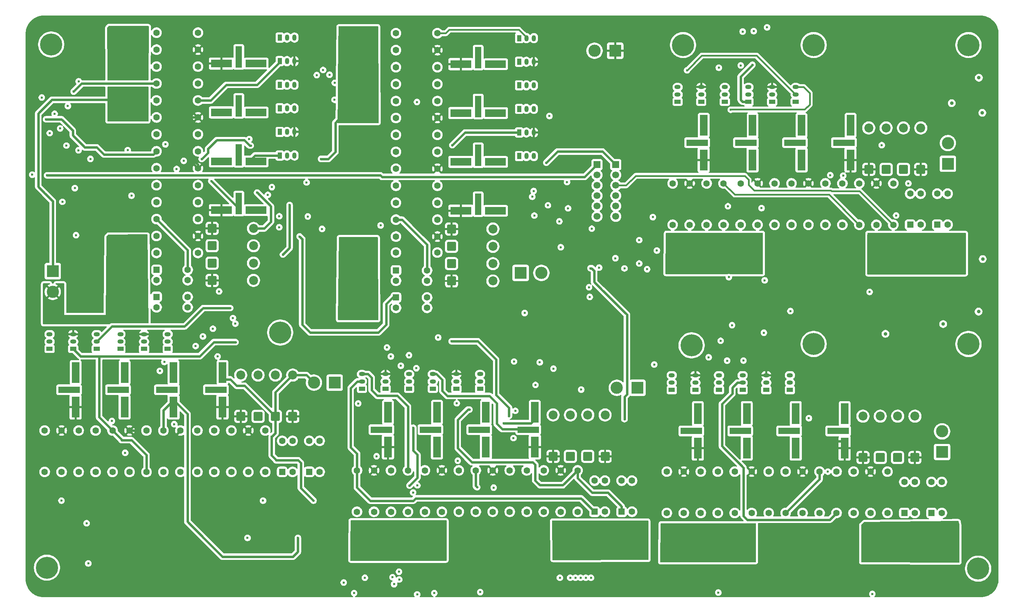
<source format=gbr>
%TF.GenerationSoftware,KiCad,Pcbnew,9.0.2*%
%TF.CreationDate,2025-10-03T07:29:48+01:00*%
%TF.ProjectId,MotorControl,4d6f746f-7243-46f6-9e74-726f6c2e6b69,rev?*%
%TF.SameCoordinates,Original*%
%TF.FileFunction,Copper,L3,Inr*%
%TF.FilePolarity,Positive*%
%FSLAX46Y46*%
G04 Gerber Fmt 4.6, Leading zero omitted, Abs format (unit mm)*
G04 Created by KiCad (PCBNEW 9.0.2) date 2025-10-03 07:29:48*
%MOMM*%
%LPD*%
G01*
G04 APERTURE LIST*
G04 Aperture macros list*
%AMRoundRect*
0 Rectangle with rounded corners*
0 $1 Rounding radius*
0 $2 $3 $4 $5 $6 $7 $8 $9 X,Y pos of 4 corners*
0 Add a 4 corners polygon primitive as box body*
4,1,4,$2,$3,$4,$5,$6,$7,$8,$9,$2,$3,0*
0 Add four circle primitives for the rounded corners*
1,1,$1+$1,$2,$3*
1,1,$1+$1,$4,$5*
1,1,$1+$1,$6,$7*
1,1,$1+$1,$8,$9*
0 Add four rect primitives between the rounded corners*
20,1,$1+$1,$2,$3,$4,$5,0*
20,1,$1+$1,$4,$5,$6,$7,0*
20,1,$1+$1,$6,$7,$8,$9,0*
20,1,$1+$1,$8,$9,$2,$3,0*%
G04 Aperture macros list end*
%TA.AperFunction,ComponentPad*%
%ADD10R,1.500000X1.050000*%
%TD*%
%TA.AperFunction,ComponentPad*%
%ADD11O,1.500000X1.050000*%
%TD*%
%TA.AperFunction,ComponentPad*%
%ADD12C,0.800000*%
%TD*%
%TA.AperFunction,ComponentPad*%
%ADD13C,5.400000*%
%TD*%
%TA.AperFunction,ComponentPad*%
%ADD14R,1.981200X5.130800*%
%TD*%
%TA.AperFunction,ComponentPad*%
%ADD15R,5.267200X1.625600*%
%TD*%
%TA.AperFunction,ComponentPad*%
%ADD16R,1.866900X5.130800*%
%TD*%
%TA.AperFunction,ComponentPad*%
%ADD17RoundRect,0.249999X-0.850001X-0.850001X0.850001X-0.850001X0.850001X0.850001X-0.850001X0.850001X0*%
%TD*%
%TA.AperFunction,ComponentPad*%
%ADD18C,2.200000*%
%TD*%
%TA.AperFunction,ComponentPad*%
%ADD19R,5.130800X1.981200*%
%TD*%
%TA.AperFunction,ComponentPad*%
%ADD20R,1.625600X5.267200*%
%TD*%
%TA.AperFunction,ComponentPad*%
%ADD21R,5.130800X1.866900*%
%TD*%
%TA.AperFunction,ComponentPad*%
%ADD22C,1.600000*%
%TD*%
%TA.AperFunction,ComponentPad*%
%ADD23R,1.050000X1.500000*%
%TD*%
%TA.AperFunction,ComponentPad*%
%ADD24O,1.050000X1.500000*%
%TD*%
%TA.AperFunction,ComponentPad*%
%ADD25R,3.000000X3.000000*%
%TD*%
%TA.AperFunction,ComponentPad*%
%ADD26C,3.000000*%
%TD*%
%TA.AperFunction,ComponentPad*%
%ADD27RoundRect,0.249999X0.850001X-0.850001X0.850001X0.850001X-0.850001X0.850001X-0.850001X-0.850001X0*%
%TD*%
%TA.AperFunction,ComponentPad*%
%ADD28RoundRect,0.250000X0.550000X-0.550000X0.550000X0.550000X-0.550000X0.550000X-0.550000X-0.550000X0*%
%TD*%
%TA.AperFunction,ComponentPad*%
%ADD29RoundRect,0.250000X-0.550000X-0.550000X0.550000X-0.550000X0.550000X0.550000X-0.550000X0.550000X0*%
%TD*%
%TA.AperFunction,ComponentPad*%
%ADD30R,1.700000X1.700000*%
%TD*%
%TA.AperFunction,ComponentPad*%
%ADD31C,1.700000*%
%TD*%
%TA.AperFunction,ViaPad*%
%ADD32C,0.600000*%
%TD*%
%TA.AperFunction,ViaPad*%
%ADD33C,0.900000*%
%TD*%
%TA.AperFunction,Conductor*%
%ADD34C,0.600000*%
%TD*%
%TA.AperFunction,Conductor*%
%ADD35C,0.400000*%
%TD*%
G04 APERTURE END LIST*
D10*
%TO.N,GND*%
%TO.C,Q31*%
X204501800Y-40697200D03*
D11*
%TO.N,pnp_b3_3*%
X204501800Y-38919200D03*
%TO.N,pnp_e1_3*%
X204501800Y-37090400D03*
%TD*%
D12*
%TO.N,GND*%
%TO.C,H4*%
X37381200Y-26644600D03*
X37974309Y-25212709D03*
X37974309Y-28076491D03*
X39406200Y-24619600D03*
D13*
X39406200Y-26644600D03*
D12*
X39406200Y-28669600D03*
X40838091Y-25212709D03*
X40838091Y-28076491D03*
X41431200Y-26644600D03*
%TD*%
D14*
%TO.N,Net-(Q5-G)*%
%TO.C,Q5*%
X57391200Y-115632400D03*
D15*
%TO.N,Net-(D1-A)*%
X55783000Y-111390600D03*
D16*
%TO.N,GND*%
X57397550Y-107148800D03*
%TD*%
D17*
%TO.N,VDC*%
%TO.C,D17*%
X78837200Y-71788200D03*
D18*
%TO.N,Net-(D17-A)*%
X88997200Y-71788200D03*
%TD*%
D19*
%TO.N,VDC*%
%TO.C,Q82*%
X139811000Y-67451200D03*
D20*
%TO.N,pnp_e2_6*%
X144052800Y-65843000D03*
D21*
%TO.N,Net-(D23-K)*%
X148294600Y-67457550D03*
%TD*%
D10*
%TO.N,GND*%
%TO.C,Q43*%
X191493800Y-111436200D03*
D11*
%TO.N,npn_b1_4*%
X191493800Y-109658200D03*
%TO.N,npn_c1_4*%
X191493800Y-107829400D03*
%TD*%
D14*
%TO.N,Net-(Q11-G)*%
%TO.C,Q9*%
X69386400Y-115632400D03*
D15*
%TO.N,Net-(D3-K)*%
X67778200Y-111390600D03*
D16*
%TO.N,GND*%
X69392750Y-107148800D03*
%TD*%
D10*
%TO.N,GND*%
%TO.C,Q12*%
X56381000Y-101350200D03*
D11*
%TO.N,pnp_b4_1*%
X56381000Y-99572200D03*
%TO.N,pnp_e2_1*%
X56381000Y-97743400D03*
%TD*%
D22*
%TO.N,npn_c2_1*%
%TO.C,R3*%
X46127600Y-131542200D03*
%TO.N,pnp_b1_1*%
X46127600Y-121382200D03*
%TD*%
D23*
%TO.N,pnp_c2_6*%
%TO.C,Q95*%
X154093200Y-48240600D03*
D24*
%TO.N,pnp_b2_6*%
X155871200Y-48240600D03*
%TO.N,VDC*%
X157700000Y-48240600D03*
%TD*%
D14*
%TO.N,VDC*%
%TO.C,Q26*%
X157932800Y-125415800D03*
D15*
%TO.N,pnp_e2_2*%
X156324600Y-121174000D03*
D16*
%TO.N,Net-(D7-K)*%
X157939150Y-116932200D03*
%TD*%
D22*
%TO.N,pnp_c1_3*%
%TO.C,R35*%
X216673600Y-70889200D03*
%TO.N,Net-(Q33-G)*%
X216673600Y-60729200D03*
%TD*%
%TO.N,pnp_b4_3*%
%TO.C,R39*%
X233308800Y-70889200D03*
%TO.N,npn_c2_3*%
X233308800Y-60729200D03*
%TD*%
D10*
%TO.N,pnp_c1_4*%
%TO.C,Q44*%
X197283800Y-111436200D03*
D11*
%TO.N,pnp_b1_4*%
X197283800Y-109658200D03*
%TO.N,VDC*%
X197283800Y-107829400D03*
%TD*%
D14*
%TO.N,Net-(Q38-G)*%
%TO.C,Q39*%
X223297200Y-54979400D03*
D15*
%TO.N,Net-(D11-K)*%
X221689000Y-50737600D03*
D16*
%TO.N,GND*%
X223303550Y-46495800D03*
%TD*%
D22*
%TO.N,pnp_e1_6*%
%TO.C,R76*%
X123901200Y-44673600D03*
%TO.N,VDC*%
X134061200Y-44673600D03*
%TD*%
%TO.N,GND*%
%TO.C,R47*%
X206928000Y-141628200D03*
%TO.N,pnp_c1_4*%
X206928000Y-131468200D03*
%TD*%
%TO.N,pnp_c2_5*%
%TO.C,R64*%
X65227200Y-52848800D03*
%TO.N,Net-(Q66-G)*%
X75387200Y-52848800D03*
%TD*%
%TO.N,pnp_e1_5*%
%TO.C,R62*%
X65227200Y-44531200D03*
%TO.N,VDC*%
X75387200Y-44531200D03*
%TD*%
%TO.N,npn_c1_4*%
%TO.C,R54*%
X236039600Y-141628200D03*
%TO.N,pnp_b2_4*%
X236039600Y-131468200D03*
%TD*%
%TO.N,pnp_c2_2*%
%TO.C,R22*%
X143472800Y-141325600D03*
%TO.N,Net-(Q24-G)*%
X143472800Y-131165600D03*
%TD*%
%TO.N,npn_c1_1*%
%TO.C,R2*%
X41968800Y-131542200D03*
%TO.N,VDC*%
X41968800Y-121382200D03*
%TD*%
D25*
%TO.N,Net-(D17-A)*%
%TO.C,J7*%
X39801800Y-82270600D03*
D26*
%TO.N,Net-(D19-K)*%
X39801800Y-87350600D03*
%TD*%
D22*
%TO.N,pnp_e2_5*%
%TO.C,R65*%
X65227200Y-57007600D03*
%TO.N,VDC*%
X75387200Y-57007600D03*
%TD*%
D10*
%TO.N,GND*%
%TO.C,Q94*%
X221871800Y-40697200D03*
D11*
%TO.N,npn_b2_3*%
X221871800Y-38919200D03*
%TO.N,npn_c2_3*%
X221871800Y-37090400D03*
%TD*%
D27*
%TO.N,Net-(D5-A)*%
%TO.C,D6*%
X166662200Y-127715600D03*
D18*
%TO.N,GND*%
X166662200Y-117555600D03*
%TD*%
D12*
%TO.N,GND*%
%TO.C,H1*%
X264551800Y-155288600D03*
X265144909Y-153856709D03*
X265144909Y-156720491D03*
X266576800Y-153263600D03*
D13*
X266576800Y-155288600D03*
D12*
X266576800Y-157313600D03*
X268008691Y-153856709D03*
X268008691Y-156720491D03*
X268601800Y-155288600D03*
%TD*%
%TO.N,GND*%
%TO.C,H8*%
X192233600Y-26771600D03*
X192826709Y-25339709D03*
X192826709Y-28203491D03*
X194258600Y-24746600D03*
D13*
X194258600Y-26771600D03*
D12*
X194258600Y-28796600D03*
X195690491Y-25339709D03*
X195690491Y-28203491D03*
X196283600Y-26771600D03*
%TD*%
D28*
%TO.N,npn_b1_2*%
%TO.C,U3*%
X172572200Y-141315600D03*
D22*
%TO.N,GND*%
X175112200Y-141315600D03*
X175112200Y-133695600D03*
%TO.N,npn_c1_2*%
X172572200Y-133695600D03*
%TD*%
D28*
%TO.N,npn_b2_3*%
%TO.C,U6*%
X256571800Y-70879200D03*
D22*
%TO.N,GND*%
X259111800Y-70879200D03*
X259111800Y-63259200D03*
%TO.N,npn_c2_3*%
X256571800Y-63259200D03*
%TD*%
%TO.N,pnp_e2_3*%
%TO.C,R37*%
X224991200Y-70889200D03*
%TO.N,VDC*%
X224991200Y-60729200D03*
%TD*%
D10*
%TO.N,GND*%
%TO.C,Q88*%
X220443800Y-111436200D03*
D11*
%TO.N,npn_b2_4*%
X220443800Y-109658200D03*
%TO.N,npn_c2_4*%
X220443800Y-107829400D03*
%TD*%
D22*
%TO.N,pnp_e1_3*%
%TO.C,R34*%
X212514800Y-70889200D03*
%TO.N,VDC*%
X212514800Y-60729200D03*
%TD*%
D10*
%TO.N,GND*%
%TO.C,Q28*%
X132932200Y-111133600D03*
D11*
%TO.N,pnp_b4_2*%
X132932200Y-109355600D03*
%TO.N,pnp_e2_2*%
X132932200Y-107526800D03*
%TD*%
D23*
%TO.N,pnp_c1_6*%
%TO.C,Q72*%
X154093200Y-30870600D03*
D24*
%TO.N,pnp_b1_6*%
X155871200Y-30870600D03*
%TO.N,VDC*%
X157700000Y-30870600D03*
%TD*%
D22*
%TO.N,pnp_c1_4*%
%TO.C,R49*%
X215245600Y-141628200D03*
%TO.N,Net-(Q47-G)*%
X215245600Y-131468200D03*
%TD*%
%TO.N,GND*%
%TO.C,R24*%
X151790400Y-141325600D03*
%TO.N,pnp_c2_2*%
X151790400Y-131165600D03*
%TD*%
D19*
%TO.N,Net-(Q80-G)*%
%TO.C,Q81*%
X139811000Y-55456000D03*
D20*
%TO.N,Net-(D23-K)*%
X144052800Y-53847800D03*
D21*
%TO.N,GND*%
X148294600Y-55462350D03*
%TD*%
D10*
%TO.N,GND*%
%TO.C,Q90*%
X144512200Y-111133600D03*
D11*
%TO.N,npn_b2_2*%
X144512200Y-109355600D03*
%TO.N,npn_c2_2*%
X144512200Y-107526800D03*
%TD*%
D22*
%TO.N,GND*%
%TO.C,R66*%
X65227200Y-61166400D03*
%TO.N,pnp_c2_5*%
X75387200Y-61166400D03*
%TD*%
%TO.N,GND*%
%TO.C,R75*%
X123901200Y-40514800D03*
%TO.N,pnp_c1_6*%
X134061200Y-40514800D03*
%TD*%
D14*
%TO.N,Net-(Q33-G)*%
%TO.C,Q33*%
X211302000Y-54979400D03*
D15*
%TO.N,Net-(D10-K)*%
X209693800Y-50737600D03*
D16*
%TO.N,GND*%
X211308350Y-46495800D03*
%TD*%
D22*
%TO.N,npn_c1_4*%
%TO.C,R44*%
X194451600Y-141628200D03*
%TO.N,VDC*%
X194451600Y-131468200D03*
%TD*%
%TO.N,GND*%
%TO.C,R5*%
X54445200Y-131542200D03*
%TO.N,pnp_c1_1*%
X54445200Y-121382200D03*
%TD*%
D14*
%TO.N,VDC*%
%TO.C,Q18*%
X121947200Y-125415800D03*
D15*
%TO.N,pnp_e1_2*%
X120339000Y-121174000D03*
D16*
%TO.N,Net-(D5-A)*%
X121953550Y-116932200D03*
%TD*%
D29*
%TO.N,npn_b1_6*%
%TO.C,U11*%
X123911200Y-82090600D03*
D22*
%TO.N,GND*%
X123911200Y-84630600D03*
X131531200Y-84630600D03*
%TO.N,npn_c1_6*%
X131531200Y-82090600D03*
%TD*%
D10*
%TO.N,GND*%
%TO.C,Q42*%
X210291800Y-40697200D03*
D11*
%TO.N,pnp_b4_3*%
X210291800Y-38919200D03*
%TO.N,pnp_e2_3*%
X210291800Y-37090400D03*
%TD*%
D22*
%TO.N,pnp_b4_6*%
%TO.C,R81*%
X123901200Y-65467600D03*
%TO.N,npn_c2_6*%
X134061200Y-65467600D03*
%TD*%
D14*
%TO.N,VDC*%
%TO.C,Q4*%
X45396000Y-115632400D03*
D15*
%TO.N,pnp_e1_1*%
X43787800Y-111390600D03*
D16*
%TO.N,Net-(D1-A)*%
X45402350Y-107148800D03*
%TD*%
D22*
%TO.N,GND*%
%TO.C,R19*%
X130996400Y-141325600D03*
%TO.N,pnp_c1_2*%
X130996400Y-131165600D03*
%TD*%
D30*
%TO.N,FET11_1*%
%TO.C,J1*%
X173176800Y-56133600D03*
D31*
%TO.N,FET11_2*%
X173176800Y-58673600D03*
%TO.N,FET11_3*%
X173176800Y-61213600D03*
%TO.N,FET11_4*%
X173176800Y-63753600D03*
%TO.N,FET11_5*%
X173176800Y-66293600D03*
%TO.N,FET11_6*%
X173176800Y-68833600D03*
%TD*%
D22*
%TO.N,pnp_c1_6*%
%TO.C,R77*%
X134061200Y-48800000D03*
%TO.N,Net-(Q75-G)*%
X123901200Y-48800000D03*
%TD*%
D29*
%TO.N,npn_b2_6*%
%TO.C,U12*%
X123911200Y-88730600D03*
D22*
%TO.N,GND*%
X123911200Y-91270600D03*
X131531200Y-91270600D03*
%TO.N,npn_c2_6*%
X131531200Y-88730600D03*
%TD*%
D12*
%TO.N,GND*%
%TO.C,H2*%
X262180109Y-26771600D03*
X262773218Y-25339709D03*
X262773218Y-28203491D03*
X264205109Y-24746600D03*
D13*
X264205109Y-26771600D03*
D12*
X264205109Y-28796600D03*
X265637000Y-25339709D03*
X265637000Y-28203491D03*
X266230109Y-26771600D03*
%TD*%
D29*
%TO.N,npn_b2_5*%
%TO.C,U10*%
X65237200Y-88588200D03*
D22*
%TO.N,GND*%
X65237200Y-91128200D03*
X72857200Y-91128200D03*
%TO.N,npn_c2_5*%
X72857200Y-88588200D03*
%TD*%
%TO.N,pnp_e1_2*%
%TO.C,R20*%
X135155200Y-141325600D03*
%TO.N,VDC*%
X135155200Y-131165600D03*
%TD*%
%TO.N,npn_c2_3*%
%TO.C,R41*%
X241626400Y-70889200D03*
%TO.N,VDC*%
X241626400Y-60729200D03*
%TD*%
%TO.N,pnp_c2_1*%
%TO.C,R8*%
X66921600Y-131542200D03*
%TO.N,Net-(Q11-G)*%
X66921600Y-121382200D03*
%TD*%
D25*
%TO.N,VDC*%
%TO.C,J9*%
X177647600Y-28168600D03*
D26*
%TO.N,GND*%
X172567600Y-28168600D03*
%TD*%
D28*
%TO.N,npn_b1_4*%
%TO.C,U7*%
X248503800Y-141618200D03*
D22*
%TO.N,GND*%
X251043800Y-141618200D03*
X251043800Y-133998200D03*
%TO.N,npn_c1_4*%
X248503800Y-133998200D03*
%TD*%
%TO.N,pnp_e2_4*%
%TO.C,R51*%
X223563200Y-141628200D03*
%TO.N,VDC*%
X223563200Y-131468200D03*
%TD*%
D23*
%TO.N,GND*%
%TO.C,Q92*%
X95419200Y-53888200D03*
D24*
%TO.N,npn_b2_5*%
X97197200Y-53888200D03*
%TO.N,npn_c2_5*%
X99026000Y-53888200D03*
%TD*%
D23*
%TO.N,pnp_c2_5*%
%TO.C,Q91*%
X95419200Y-48098200D03*
D24*
%TO.N,pnp_b3_5*%
X97197200Y-48098200D03*
%TO.N,VDC*%
X99026000Y-48098200D03*
%TD*%
D22*
%TO.N,GND*%
%TO.C,R38*%
X229150000Y-70889200D03*
%TO.N,pnp_c2_3*%
X229150000Y-60729200D03*
%TD*%
D10*
%TO.N,pnp_c1_1*%
%TO.C,Q2*%
X44801000Y-101350200D03*
D11*
%TO.N,pnp_b1_1*%
X44801000Y-99572200D03*
%TO.N,VDC*%
X44801000Y-97743400D03*
%TD*%
D14*
%TO.N,Net-(Q19-G)*%
%TO.C,Q19*%
X133942400Y-125415800D03*
D15*
%TO.N,Net-(D5-A)*%
X132334200Y-121174000D03*
D16*
%TO.N,GND*%
X133948750Y-116932200D03*
%TD*%
D23*
%TO.N,GND*%
%TO.C,Q73*%
X154093200Y-36660600D03*
D24*
%TO.N,pnp_b3_6*%
X155871200Y-36660600D03*
%TO.N,pnp_e1_6*%
X157700000Y-36660600D03*
%TD*%
D27*
%TO.N,VDC*%
%TO.C,D1*%
X85861000Y-117932200D03*
D18*
%TO.N,Net-(D1-A)*%
X85861000Y-107772200D03*
%TD*%
D27*
%TO.N,Net-(D1-A)*%
%TO.C,D2*%
X90111000Y-117932200D03*
D18*
%TO.N,GND*%
X90111000Y-107772200D03*
%TD*%
D22*
%TO.N,FET12_4*%
%TO.C,R56*%
X244357200Y-141628200D03*
%TO.N,npn_b2_4*%
X244357200Y-131468200D03*
%TD*%
D27*
%TO.N,Net-(D13-A)*%
%TO.C,D14*%
X242593800Y-128018200D03*
D18*
%TO.N,GND*%
X242593800Y-117858200D03*
%TD*%
D23*
%TO.N,GND*%
%TO.C,Q96*%
X154093200Y-54030600D03*
D24*
%TO.N,npn_b2_6*%
X155871200Y-54030600D03*
%TO.N,npn_c2_6*%
X157700000Y-54030600D03*
%TD*%
D17*
%TO.N,Net-(D23-K)*%
%TO.C,D23*%
X137511200Y-80430600D03*
D18*
%TO.N,GND*%
X147671200Y-80430600D03*
%TD*%
D22*
%TO.N,npn_c2_6*%
%TO.C,R83*%
X123901200Y-73785200D03*
%TO.N,VDC*%
X134061200Y-73785200D03*
%TD*%
D23*
%TO.N,pnp_c1_5*%
%TO.C,Q58*%
X95419200Y-30728200D03*
D24*
%TO.N,pnp_b4_5*%
X97197200Y-30728200D03*
%TO.N,VDC*%
X99026000Y-30728200D03*
%TD*%
D10*
%TO.N,GND*%
%TO.C,Q1*%
X39011000Y-101350200D03*
D11*
%TO.N,npn_b1_1*%
X39011000Y-99572200D03*
%TO.N,npn_c1_1*%
X39011000Y-97743400D03*
%TD*%
D10*
%TO.N,pnp_c2_1*%
%TO.C,Q13*%
X62171000Y-101350200D03*
D11*
%TO.N,pnp_b2_1*%
X62171000Y-99572200D03*
%TO.N,VDC*%
X62171000Y-97743400D03*
%TD*%
D19*
%TO.N,VDC*%
%TO.C,Q74*%
X139811000Y-31465600D03*
D20*
%TO.N,pnp_e1_6*%
X144052800Y-29857400D03*
D21*
%TO.N,Net-(D21-A)*%
X148294600Y-31471950D03*
%TD*%
D22*
%TO.N,npn_c2_1*%
%TO.C,R13*%
X87715600Y-131542200D03*
%TO.N,VDC*%
X87715600Y-121382200D03*
%TD*%
%TO.N,FET12_6*%
%TO.C,R84*%
X134061200Y-77698600D03*
%TO.N,npn_b2_6*%
X123901200Y-77698600D03*
%TD*%
%TO.N,FET11_5*%
%TO.C,R57*%
X65227200Y-23737200D03*
%TO.N,npn_b1_5*%
X75387200Y-23737200D03*
%TD*%
D19*
%TO.N,VDC*%
%TO.C,Q68*%
X81137000Y-67308800D03*
D20*
%TO.N,pnp_e2_5*%
X85378800Y-65700600D03*
D21*
%TO.N,Net-(D19-K)*%
X89620600Y-67315150D03*
%TD*%
D22*
%TO.N,npn_c1_2*%
%TO.C,R26*%
X160108000Y-141325600D03*
%TO.N,pnp_b2_2*%
X160108000Y-131165600D03*
%TD*%
%TO.N,FET12_1*%
%TO.C,R14*%
X91874400Y-131542200D03*
%TO.N,npn_b2_1*%
X91874400Y-121382200D03*
%TD*%
D14*
%TO.N,VDC*%
%TO.C,Q32*%
X199306800Y-54979400D03*
D15*
%TO.N,pnp_e1_3*%
X197698600Y-50737600D03*
D16*
%TO.N,Net-(D10-K)*%
X199313150Y-46495800D03*
%TD*%
D22*
%TO.N,npn_c1_5*%
%TO.C,R58*%
X65227200Y-27896000D03*
%TO.N,VDC*%
X75387200Y-27896000D03*
%TD*%
D27*
%TO.N,Net-(D11-K)*%
%TO.C,D11*%
X248271800Y-57279200D03*
D18*
%TO.N,GND*%
X248271800Y-47119200D03*
%TD*%
D10*
%TO.N,pnp_c1_3*%
%TO.C,Q30*%
X198711800Y-40697200D03*
D11*
%TO.N,pnp_b1_3*%
X198711800Y-38919200D03*
%TO.N,VDC*%
X198711800Y-37090400D03*
%TD*%
D22*
%TO.N,pnp_e1_1*%
%TO.C,R6*%
X58604000Y-131542200D03*
%TO.N,VDC*%
X58604000Y-121382200D03*
%TD*%
D27*
%TO.N,Net-(D15-K)*%
%TO.C,D15*%
X246843800Y-128018200D03*
D18*
%TO.N,GND*%
X246843800Y-117858200D03*
%TD*%
D22*
%TO.N,npn_c2_2*%
%TO.C,R17*%
X122678800Y-141325600D03*
%TO.N,pnp_b1_2*%
X122678800Y-131165600D03*
%TD*%
%TO.N,npn_c2_2*%
%TO.C,R27*%
X164266800Y-141325600D03*
%TO.N,VDC*%
X164266800Y-131165600D03*
%TD*%
D14*
%TO.N,Net-(Q52-G)*%
%TO.C,Q53*%
X221869200Y-125718400D03*
D15*
%TO.N,Net-(D15-K)*%
X220261000Y-121476600D03*
D16*
%TO.N,GND*%
X221875550Y-117234800D03*
%TD*%
D22*
%TO.N,pnp_b4_4*%
%TO.C,R53*%
X231880800Y-141628200D03*
%TO.N,npn_c2_4*%
X231880800Y-131468200D03*
%TD*%
D10*
%TO.N,pnp_c2_3*%
%TO.C,Q93*%
X216081800Y-40697200D03*
D11*
%TO.N,pnp_b2_3*%
X216081800Y-38919200D03*
%TO.N,VDC*%
X216081800Y-37090400D03*
%TD*%
D22*
%TO.N,npn_c2_5*%
%TO.C,R59*%
X65227200Y-32054800D03*
%TO.N,pnp_b4_5*%
X75387200Y-32054800D03*
%TD*%
%TO.N,pnp_e2_2*%
%TO.C,R23*%
X147631600Y-141325600D03*
%TO.N,VDC*%
X147631600Y-131165600D03*
%TD*%
D27*
%TO.N,VDC*%
%TO.C,D4*%
X98611000Y-117932200D03*
D18*
%TO.N,Net-(D3-K)*%
X98611000Y-107772200D03*
%TD*%
D22*
%TO.N,npn_c2_5*%
%TO.C,R69*%
X65227200Y-73642800D03*
%TO.N,VDC*%
X75387200Y-73642800D03*
%TD*%
%TO.N,FET12_3*%
%TO.C,R42*%
X245785200Y-70889200D03*
%TO.N,npn_b2_3*%
X245785200Y-60729200D03*
%TD*%
%TO.N,FET11_6*%
%TO.C,R71*%
X123901200Y-23879600D03*
%TO.N,npn_b1_6*%
X134061200Y-23879600D03*
%TD*%
D10*
%TO.N,GND*%
%TO.C,Q3*%
X50591000Y-101350200D03*
D11*
%TO.N,pnp_b3_1*%
X50591000Y-99572200D03*
%TO.N,pnp_e1_1*%
X50591000Y-97743400D03*
%TD*%
D17*
%TO.N,VDC*%
%TO.C,D24*%
X137511200Y-84680600D03*
D18*
%TO.N,Net-(D23-K)*%
X147671200Y-84680600D03*
%TD*%
D25*
%TO.N,Net-(D21-A)*%
%TO.C,J8*%
X154457400Y-82702400D03*
D26*
%TO.N,Net-(D23-K)*%
X159537400Y-82702400D03*
%TD*%
D22*
%TO.N,npn_c2_4*%
%TO.C,R45*%
X198610400Y-141628200D03*
%TO.N,pnp_b1_4*%
X198610400Y-131468200D03*
%TD*%
%TO.N,FET11_1*%
%TO.C,R1*%
X37810000Y-131542200D03*
%TO.N,npn_b1_1*%
X37810000Y-121382200D03*
%TD*%
%TO.N,GND*%
%TO.C,R10*%
X75239200Y-131542200D03*
%TO.N,pnp_c2_1*%
X75239200Y-121382200D03*
%TD*%
D28*
%TO.N,npn_b1_1*%
%TO.C,U1*%
X96021000Y-131532200D03*
D22*
%TO.N,GND*%
X98561000Y-131532200D03*
X98561000Y-123912200D03*
%TO.N,npn_c1_1*%
X96021000Y-123912200D03*
%TD*%
D27*
%TO.N,Net-(D10-K)*%
%TO.C,D10*%
X244021800Y-57279200D03*
D18*
%TO.N,GND*%
X244021800Y-47119200D03*
%TD*%
D22*
%TO.N,npn_c1_6*%
%TO.C,R72*%
X123901200Y-28038400D03*
%TO.N,VDC*%
X134061200Y-28038400D03*
%TD*%
%TO.N,FET11_2*%
%TO.C,R15*%
X114361200Y-141325600D03*
%TO.N,npn_b1_2*%
X114361200Y-131165600D03*
%TD*%
%TO.N,pnp_b3_2*%
%TO.C,R18*%
X126837600Y-141325600D03*
%TO.N,npn_c1_2*%
X126837600Y-131165600D03*
%TD*%
D14*
%TO.N,VDC*%
%TO.C,Q10*%
X81381600Y-115632400D03*
D15*
%TO.N,pnp_e2_1*%
X79773400Y-111390600D03*
D16*
%TO.N,Net-(D3-K)*%
X81387950Y-107148800D03*
%TD*%
D10*
%TO.N,pnp_c2_4*%
%TO.C,Q87*%
X214653800Y-111436200D03*
D11*
%TO.N,pnp_b2_4*%
X214653800Y-109658200D03*
%TO.N,VDC*%
X214653800Y-107829400D03*
%TD*%
D12*
%TO.N,GND*%
%TO.C,H7*%
X194320800Y-100482400D03*
X194913909Y-99050509D03*
X194913909Y-101914291D03*
X196345800Y-98457400D03*
D13*
X196345800Y-100482400D03*
D12*
X196345800Y-102507400D03*
X197777691Y-99050509D03*
X197777691Y-101914291D03*
X198370800Y-100482400D03*
%TD*%
%TO.N,GND*%
%TO.C,H6*%
X224242000Y-100152200D03*
X224835109Y-98720309D03*
X224835109Y-101584091D03*
X226267000Y-98127200D03*
D13*
X226267000Y-100152200D03*
D12*
X226267000Y-102177200D03*
X227698891Y-98720309D03*
X227698891Y-101584091D03*
X228292000Y-100152200D03*
%TD*%
D27*
%TO.N,VDC*%
%TO.C,D5*%
X162412200Y-127715600D03*
D18*
%TO.N,Net-(D5-A)*%
X162412200Y-117555600D03*
%TD*%
D23*
%TO.N,GND*%
%TO.C,Q71*%
X154093200Y-25080600D03*
D24*
%TO.N,npn_b1_6*%
X155871200Y-25080600D03*
%TO.N,npn_c1_6*%
X157700000Y-25080600D03*
%TD*%
D19*
%TO.N,Net-(Q66-G)*%
%TO.C,Q67*%
X81137000Y-55313600D03*
D20*
%TO.N,Net-(D19-K)*%
X85378800Y-53705400D03*
D21*
%TO.N,GND*%
X89620600Y-55319950D03*
%TD*%
D22*
%TO.N,npn_c2_3*%
%TO.C,R31*%
X200038400Y-70889200D03*
%TO.N,pnp_b1_3*%
X200038400Y-60729200D03*
%TD*%
%TO.N,npn_c1_3*%
%TO.C,R40*%
X237467600Y-70889200D03*
%TO.N,pnp_b2_3*%
X237467600Y-60729200D03*
%TD*%
D10*
%TO.N,GND*%
%TO.C,Q29*%
X192921800Y-40697200D03*
D11*
%TO.N,npn_b1_3*%
X192921800Y-38919200D03*
%TO.N,npn_c1_3*%
X192921800Y-37090400D03*
%TD*%
D10*
%TO.N,GND*%
%TO.C,Q56*%
X208863800Y-111436200D03*
D11*
%TO.N,pnp_b4_4*%
X208863800Y-109658200D03*
%TO.N,pnp_e2_4*%
X208863800Y-107829400D03*
%TD*%
D22*
%TO.N,GND*%
%TO.C,R61*%
X65227200Y-40372400D03*
%TO.N,pnp_c1_5*%
X75387200Y-40372400D03*
%TD*%
D14*
%TO.N,Net-(Q24-G)*%
%TO.C,Q25*%
X145937600Y-125415800D03*
D15*
%TO.N,Net-(D7-K)*%
X144329400Y-121174000D03*
D16*
%TO.N,GND*%
X145943950Y-116932200D03*
%TD*%
D17*
%TO.N,Net-(D21-A)*%
%TO.C,D22*%
X137511200Y-76180600D03*
D18*
%TO.N,GND*%
X147671200Y-76180600D03*
%TD*%
D22*
%TO.N,pnp_b2_5*%
%TO.C,R60*%
X65227200Y-36213600D03*
%TO.N,npn_c1_5*%
X75387200Y-36213600D03*
%TD*%
D14*
%TO.N,VDC*%
%TO.C,Q46*%
X197878800Y-125718400D03*
D15*
%TO.N,pnp_e1_4*%
X196270600Y-121476600D03*
D16*
%TO.N,Net-(D13-A)*%
X197885150Y-117234800D03*
%TD*%
D22*
%TO.N,npn_c1_1*%
%TO.C,R12*%
X83556800Y-131542200D03*
%TO.N,pnp_b2_1*%
X83556800Y-121382200D03*
%TD*%
D30*
%TO.N,FET12_1*%
%TO.C,J2*%
X177776800Y-56133600D03*
D31*
%TO.N,FET12_2*%
X177776800Y-58673600D03*
%TO.N,FET12_3*%
X177776800Y-61213600D03*
%TO.N,FET12_4*%
X177776800Y-63753600D03*
%TO.N,FET12_5*%
X177776800Y-66293600D03*
%TO.N,FET12_6*%
X177776800Y-68833600D03*
%TD*%
D22*
%TO.N,pnp_e2_1*%
%TO.C,R9*%
X71080400Y-131542200D03*
%TO.N,VDC*%
X71080400Y-121382200D03*
%TD*%
D19*
%TO.N,VDC*%
%TO.C,Q60*%
X81137000Y-31323200D03*
D20*
%TO.N,pnp_e1_5*%
X85378800Y-29715000D03*
D21*
%TO.N,Net-(D17-A)*%
X89620600Y-31329550D03*
%TD*%
D22*
%TO.N,pnp_b4_2*%
%TO.C,R25*%
X155949200Y-141325600D03*
%TO.N,npn_c2_2*%
X155949200Y-131165600D03*
%TD*%
D10*
%TO.N,GND*%
%TO.C,Q17*%
X127142200Y-111133600D03*
D11*
%TO.N,pnp_b3_2*%
X127142200Y-109355600D03*
%TO.N,pnp_e1_2*%
X127142200Y-107526800D03*
%TD*%
D22*
%TO.N,npn_c1_2*%
%TO.C,R16*%
X118520000Y-141325600D03*
%TO.N,VDC*%
X118520000Y-131165600D03*
%TD*%
D12*
%TO.N,GND*%
%TO.C,H10*%
X262180109Y-100152200D03*
X262773218Y-98720309D03*
X262773218Y-101584091D03*
X264205109Y-98127200D03*
D13*
X264205109Y-100152200D03*
D12*
X264205109Y-102177200D03*
X265637000Y-98720309D03*
X265637000Y-101584091D03*
X266230109Y-100152200D03*
%TD*%
D22*
%TO.N,npn_c1_3*%
%TO.C,R30*%
X195879600Y-70889200D03*
%TO.N,VDC*%
X195879600Y-60729200D03*
%TD*%
D19*
%TO.N,Net-(Q61-G)*%
%TO.C,Q61*%
X81137000Y-43318400D03*
D20*
%TO.N,Net-(D17-A)*%
X85378800Y-41710200D03*
D21*
%TO.N,GND*%
X89620600Y-43324750D03*
%TD*%
D17*
%TO.N,VDC*%
%TO.C,D21*%
X137511200Y-71930600D03*
D18*
%TO.N,Net-(D21-A)*%
X147671200Y-71930600D03*
%TD*%
D22*
%TO.N,pnp_b3_4*%
%TO.C,R46*%
X202769200Y-141628200D03*
%TO.N,npn_c1_4*%
X202769200Y-131468200D03*
%TD*%
D23*
%TO.N,GND*%
%TO.C,Q59*%
X95419200Y-36518200D03*
D24*
%TO.N,pnp_b2_5*%
X97197200Y-36518200D03*
%TO.N,pnp_e1_5*%
X99026000Y-36518200D03*
%TD*%
D22*
%TO.N,pnp_b3_6*%
%TO.C,R74*%
X123901200Y-36356000D03*
%TO.N,npn_c1_6*%
X134061200Y-36356000D03*
%TD*%
D10*
%TO.N,pnp_c1_2*%
%TO.C,Q16*%
X121352200Y-111133600D03*
D11*
%TO.N,pnp_b1_2*%
X121352200Y-109355600D03*
%TO.N,VDC*%
X121352200Y-107526800D03*
%TD*%
D23*
%TO.N,GND*%
%TO.C,Q84*%
X154093200Y-42450600D03*
D24*
%TO.N,pnp_b4_6*%
X155871200Y-42450600D03*
%TO.N,pnp_e2_6*%
X157700000Y-42450600D03*
%TD*%
D10*
%TO.N,GND*%
%TO.C,Q15*%
X115562200Y-111133600D03*
D11*
%TO.N,npn_b1_2*%
X115562200Y-109355600D03*
%TO.N,npn_c1_2*%
X115562200Y-107526800D03*
%TD*%
D22*
%TO.N,npn_c1_5*%
%TO.C,R68*%
X65227200Y-69484000D03*
%TO.N,pnp_b3_5*%
X75387200Y-69484000D03*
%TD*%
D25*
%TO.N,Net-(D10-K)*%
%TO.C,J5*%
X259171800Y-55919200D03*
D26*
%TO.N,Net-(D11-K)*%
X259171800Y-50839200D03*
%TD*%
D22*
%TO.N,GND*%
%TO.C,R80*%
X123901200Y-61308800D03*
%TO.N,pnp_c2_6*%
X134061200Y-61308800D03*
%TD*%
%TO.N,pnp_c2_4*%
%TO.C,R50*%
X219404400Y-141628200D03*
%TO.N,Net-(Q52-G)*%
X219404400Y-131468200D03*
%TD*%
%TO.N,pnp_c1_1*%
%TO.C,R7*%
X62762800Y-131542200D03*
%TO.N,Net-(Q5-G)*%
X62762800Y-121382200D03*
%TD*%
D14*
%TO.N,Net-(Q47-G)*%
%TO.C,Q47*%
X209874000Y-125718400D03*
D15*
%TO.N,Net-(D13-A)*%
X208265800Y-121476600D03*
D16*
%TO.N,GND*%
X209880350Y-117234800D03*
%TD*%
D23*
%TO.N,GND*%
%TO.C,Q70*%
X95419200Y-42308200D03*
D24*
%TO.N,pnp_b1_5*%
X97197200Y-42308200D03*
%TO.N,pnp_e2_5*%
X99026000Y-42308200D03*
%TD*%
D22*
%TO.N,GND*%
%TO.C,R33*%
X208356000Y-70889200D03*
%TO.N,pnp_c1_3*%
X208356000Y-60729200D03*
%TD*%
%TO.N,pnp_e2_6*%
%TO.C,R79*%
X123901200Y-57150000D03*
%TO.N,VDC*%
X134061200Y-57150000D03*
%TD*%
%TO.N,FET12_5*%
%TO.C,R70*%
X65227200Y-77801600D03*
%TO.N,npn_b2_5*%
X75387200Y-77801600D03*
%TD*%
%TO.N,pnp_c2_3*%
%TO.C,R36*%
X220832400Y-70889200D03*
%TO.N,Net-(Q38-G)*%
X220832400Y-60729200D03*
%TD*%
D12*
%TO.N,GND*%
%TO.C,H9*%
X93508200Y-97332800D03*
X94101309Y-95900909D03*
X94101309Y-98764691D03*
X95533200Y-95307800D03*
D13*
X95533200Y-97332800D03*
D12*
X95533200Y-99357800D03*
X96965091Y-95900909D03*
X96965091Y-98764691D03*
X97558200Y-97332800D03*
%TD*%
D17*
%TO.N,Net-(D17-A)*%
%TO.C,D18*%
X78837200Y-76038200D03*
D18*
%TO.N,GND*%
X88997200Y-76038200D03*
%TD*%
D22*
%TO.N,pnp_e1_4*%
%TO.C,R48*%
X211086800Y-141628200D03*
%TO.N,VDC*%
X211086800Y-131468200D03*
%TD*%
D25*
%TO.N,Net-(D13-A)*%
%TO.C,J6*%
X257743800Y-126658200D03*
D26*
%TO.N,Net-(D15-K)*%
X257743800Y-121578200D03*
%TD*%
D22*
%TO.N,pnp_c2_6*%
%TO.C,R78*%
X123901200Y-52991200D03*
%TO.N,Net-(Q80-G)*%
X134061200Y-52991200D03*
%TD*%
D27*
%TO.N,VDC*%
%TO.C,D16*%
X251093800Y-128018200D03*
D18*
%TO.N,Net-(D15-K)*%
X251093800Y-117858200D03*
%TD*%
D22*
%TO.N,pnp_c1_5*%
%TO.C,R63*%
X65227200Y-48690000D03*
%TO.N,Net-(Q61-G)*%
X75387200Y-48690000D03*
%TD*%
D27*
%TO.N,VDC*%
%TO.C,D12*%
X252521800Y-57279200D03*
D18*
%TO.N,Net-(D11-K)*%
X252521800Y-47119200D03*
%TD*%
D28*
%TO.N,npn_b2_1*%
%TO.C,U2*%
X102661000Y-131532200D03*
D22*
%TO.N,GND*%
X105201000Y-131532200D03*
X105201000Y-123912200D03*
%TO.N,npn_c2_1*%
X102661000Y-123912200D03*
%TD*%
%TO.N,GND*%
%TO.C,R52*%
X227722000Y-141628200D03*
%TO.N,pnp_c2_4*%
X227722000Y-131468200D03*
%TD*%
D28*
%TO.N,npn_b2_4*%
%TO.C,U8*%
X255143800Y-141618200D03*
D22*
%TO.N,GND*%
X257683800Y-141618200D03*
X257683800Y-133998200D03*
%TO.N,npn_c2_4*%
X255143800Y-133998200D03*
%TD*%
D27*
%TO.N,VDC*%
%TO.C,D8*%
X175162200Y-127715600D03*
D18*
%TO.N,Net-(D7-K)*%
X175162200Y-117555600D03*
%TD*%
D10*
%TO.N,GND*%
%TO.C,Q14*%
X67961000Y-101350200D03*
D11*
%TO.N,npn_b2_1*%
X67961000Y-99572200D03*
%TO.N,npn_c2_1*%
X67961000Y-97743400D03*
%TD*%
D12*
%TO.N,GND*%
%TO.C,H3*%
X36339800Y-155041600D03*
X36932909Y-153609709D03*
X36932909Y-156473491D03*
X38364800Y-153016600D03*
D13*
X38364800Y-155041600D03*
D12*
X38364800Y-157066600D03*
X39796691Y-153609709D03*
X39796691Y-156473491D03*
X40389800Y-155041600D03*
%TD*%
D22*
%TO.N,pnp_b1_5*%
%TO.C,R67*%
X65227200Y-65325200D03*
%TO.N,npn_c2_5*%
X75387200Y-65325200D03*
%TD*%
D25*
%TO.N,Net-(D5-A)*%
%TO.C,J4*%
X183108600Y-110896400D03*
D26*
%TO.N,Net-(D7-K)*%
X178028600Y-110896400D03*
%TD*%
D12*
%TO.N,GND*%
%TO.C,H5*%
X224242000Y-26771600D03*
X224835109Y-25339709D03*
X224835109Y-28203491D03*
X226267000Y-24746600D03*
D13*
X226267000Y-26771600D03*
D12*
X226267000Y-28796600D03*
X227698891Y-25339709D03*
X227698891Y-28203491D03*
X228292000Y-26771600D03*
%TD*%
D19*
%TO.N,Net-(Q75-G)*%
%TO.C,Q75*%
X139811000Y-43460800D03*
D20*
%TO.N,Net-(D21-A)*%
X144052800Y-41852600D03*
D21*
%TO.N,GND*%
X148294600Y-43467150D03*
%TD*%
D14*
%TO.N,VDC*%
%TO.C,Q54*%
X233864400Y-125718400D03*
D15*
%TO.N,pnp_e2_4*%
X232256200Y-121476600D03*
D16*
%TO.N,Net-(D15-K)*%
X233870750Y-117234800D03*
%TD*%
D22*
%TO.N,FET11_4*%
%TO.C,R43*%
X190292800Y-141628200D03*
%TO.N,npn_b1_4*%
X190292800Y-131468200D03*
%TD*%
D29*
%TO.N,npn_b1_5*%
%TO.C,U9*%
X65237200Y-81948200D03*
D22*
%TO.N,GND*%
X65237200Y-84488200D03*
X72857200Y-84488200D03*
%TO.N,npn_c1_5*%
X72857200Y-81948200D03*
%TD*%
D28*
%TO.N,npn_b1_3*%
%TO.C,U5*%
X249931800Y-70879200D03*
D22*
%TO.N,GND*%
X252471800Y-70879200D03*
X252471800Y-63259200D03*
%TO.N,npn_c1_3*%
X249931800Y-63259200D03*
%TD*%
D23*
%TO.N,GND*%
%TO.C,Q57*%
X95419200Y-24938200D03*
D24*
%TO.N,npn_b1_5*%
X97197200Y-24938200D03*
%TO.N,npn_c1_5*%
X99026000Y-24938200D03*
%TD*%
D22*
%TO.N,npn_c2_4*%
%TO.C,R55*%
X240198400Y-141628200D03*
%TO.N,VDC*%
X240198400Y-131468200D03*
%TD*%
D25*
%TO.N,Net-(D1-A)*%
%TO.C,J3*%
X108889800Y-109626400D03*
D26*
%TO.N,Net-(D3-K)*%
X103809800Y-109626400D03*
%TD*%
D27*
%TO.N,Net-(D3-K)*%
%TO.C,D3*%
X94361000Y-117932200D03*
D18*
%TO.N,GND*%
X94361000Y-107772200D03*
%TD*%
D22*
%TO.N,pnp_b3_1*%
%TO.C,R4*%
X50286400Y-131542200D03*
%TO.N,npn_c1_1*%
X50286400Y-121382200D03*
%TD*%
%TO.N,npn_c1_6*%
%TO.C,R82*%
X123901200Y-69626400D03*
%TO.N,pnp_b2_6*%
X134061200Y-69626400D03*
%TD*%
%TO.N,FET12_2*%
%TO.C,R28*%
X168425600Y-141325600D03*
%TO.N,npn_b2_2*%
X168425600Y-131165600D03*
%TD*%
D28*
%TO.N,npn_b2_2*%
%TO.C,U4*%
X179212200Y-141315600D03*
D22*
%TO.N,GND*%
X181752200Y-141315600D03*
X181752200Y-133695600D03*
%TO.N,npn_c2_2*%
X179212200Y-133695600D03*
%TD*%
D27*
%TO.N,Net-(D7-K)*%
%TO.C,D7*%
X170912200Y-127715600D03*
D18*
%TO.N,GND*%
X170912200Y-117555600D03*
%TD*%
D10*
%TO.N,pnp_c2_2*%
%TO.C,Q89*%
X138722200Y-111133600D03*
D11*
%TO.N,pnp_b2_2*%
X138722200Y-109355600D03*
%TO.N,VDC*%
X138722200Y-107526800D03*
%TD*%
D27*
%TO.N,VDC*%
%TO.C,D13*%
X238343800Y-128018200D03*
D18*
%TO.N,Net-(D13-A)*%
X238343800Y-117858200D03*
%TD*%
D22*
%TO.N,pnp_b3_3*%
%TO.C,R32*%
X204197200Y-70889200D03*
%TO.N,npn_c1_3*%
X204197200Y-60729200D03*
%TD*%
D27*
%TO.N,VDC*%
%TO.C,D9*%
X239771800Y-57279200D03*
D18*
%TO.N,Net-(D10-K)*%
X239771800Y-47119200D03*
%TD*%
D22*
%TO.N,npn_c2_6*%
%TO.C,R73*%
X123901200Y-32197200D03*
%TO.N,pnp_b1_6*%
X134061200Y-32197200D03*
%TD*%
D17*
%TO.N,VDC*%
%TO.C,D20*%
X78837200Y-84538200D03*
D18*
%TO.N,Net-(D19-K)*%
X88997200Y-84538200D03*
%TD*%
D14*
%TO.N,VDC*%
%TO.C,Q40*%
X235292400Y-54979400D03*
D15*
%TO.N,pnp_e2_3*%
X233684200Y-50737600D03*
D16*
%TO.N,Net-(D11-K)*%
X235298750Y-46495800D03*
%TD*%
D10*
%TO.N,GND*%
%TO.C,Q45*%
X203073800Y-111436200D03*
D11*
%TO.N,pnp_b3_4*%
X203073800Y-109658200D03*
%TO.N,pnp_e1_4*%
X203073800Y-107829400D03*
%TD*%
D17*
%TO.N,Net-(D19-K)*%
%TO.C,D19*%
X78837200Y-80288200D03*
D18*
%TO.N,GND*%
X88997200Y-80288200D03*
%TD*%
D22*
%TO.N,FET11_3*%
%TO.C,R29*%
X191720800Y-70889200D03*
%TO.N,npn_b1_3*%
X191720800Y-60729200D03*
%TD*%
%TO.N,pnp_c1_2*%
%TO.C,R21*%
X139314000Y-141325600D03*
%TO.N,Net-(Q19-G)*%
X139314000Y-131165600D03*
%TD*%
%TO.N,pnp_b4_1*%
%TO.C,R11*%
X79398000Y-131542200D03*
%TO.N,npn_c2_1*%
X79398000Y-121382200D03*
%TD*%
D32*
%TO.N,Net-(D1-A)*%
X91331000Y-138592200D03*
X48500000Y-154000000D03*
X80200000Y-103200000D03*
X41931000Y-138592200D03*
%TO.N,VDC*%
X153326800Y-157525600D03*
X132750000Y-100500000D03*
D33*
X254600000Y-100000000D03*
X256050000Y-35050000D03*
D32*
X217450000Y-127900000D03*
D33*
X237000000Y-100900000D03*
X249350000Y-96650000D03*
D32*
X229258400Y-157828200D03*
D33*
X239450000Y-96200000D03*
X247800000Y-37350000D03*
D32*
X160150000Y-71850000D03*
X49027200Y-50352800D03*
D33*
X240950000Y-30350000D03*
D32*
X140976800Y-157525600D03*
X210032600Y-26619200D03*
X161250000Y-64500000D03*
X179100000Y-71650000D03*
D33*
X243300000Y-23500000D03*
D32*
X105527200Y-62702800D03*
D33*
X253750000Y-25300000D03*
D32*
X159600000Y-76750000D03*
X64425600Y-147742200D03*
D33*
X245450000Y-101200000D03*
D32*
X52075600Y-147742200D03*
D33*
X248200000Y-29550000D03*
D32*
X212572600Y-26797000D03*
X105650000Y-48650000D03*
X212928200Y-99720400D03*
%TO.N,GND*%
X128900000Y-106100000D03*
X171692200Y-157525600D03*
X129100000Y-161600000D03*
X123450000Y-159100000D03*
X108900000Y-36050000D03*
D33*
X260100000Y-41050000D03*
D32*
X177673000Y-79095600D03*
X211251800Y-31623000D03*
X106050000Y-32900000D03*
X108850000Y-40200000D03*
D33*
X258000000Y-95250000D03*
X267600000Y-43400000D03*
D32*
X123050000Y-157400000D03*
D33*
X266750000Y-34800000D03*
X266700000Y-92200000D03*
X243850000Y-97650000D03*
D32*
X104500000Y-34150000D03*
X124650000Y-156050000D03*
X166612200Y-157525600D03*
X124700000Y-157950000D03*
X121700000Y-101000000D03*
X163950000Y-70050000D03*
X170422200Y-157525600D03*
X133300000Y-161300000D03*
X167882200Y-157525600D03*
X164300000Y-76400000D03*
X125100000Y-105500000D03*
D33*
X267700000Y-79300000D03*
D32*
X111100000Y-158700000D03*
X169152200Y-157525600D03*
X113650000Y-161300000D03*
X171900000Y-71850000D03*
%TO.N,Net-(D3-K)*%
X93450000Y-122950000D03*
X103681000Y-138592200D03*
%TO.N,Net-(D5-A)*%
X124700000Y-151800000D03*
X139050000Y-128800000D03*
X144550000Y-161050000D03*
X124700000Y-149500000D03*
X124650000Y-147150000D03*
X124600000Y-144650000D03*
%TO.N,Net-(D7-K)*%
X174150000Y-149050000D03*
X174100000Y-144750000D03*
X174050000Y-146800000D03*
X174050000Y-151800000D03*
X150350000Y-119600000D03*
%TO.N,Net-(D10-K)*%
X187846200Y-77203800D03*
X202000000Y-75750000D03*
X208191800Y-77939200D03*
X202050000Y-81700000D03*
X202050000Y-74150000D03*
X202150000Y-79900000D03*
X201950000Y-77950000D03*
X220573600Y-92075000D03*
X195600000Y-77939200D03*
X214274400Y-84531200D03*
%TO.N,Net-(D11-K)*%
X251450000Y-76450000D03*
X245241800Y-78000000D03*
X251400000Y-79100000D03*
X257591800Y-77939200D03*
X242951000Y-51358800D03*
X251400000Y-81700000D03*
X251450000Y-74000000D03*
%TO.N,Net-(D13-A)*%
X200600000Y-149200000D03*
X200600000Y-151550000D03*
X194413800Y-148678200D03*
X200550000Y-147200000D03*
X200500000Y-145400000D03*
X206763800Y-148850000D03*
%TO.N,Net-(D15-K)*%
X250050000Y-149800000D03*
X249950000Y-145000000D03*
X249950000Y-152200000D03*
X250000000Y-147450000D03*
%TO.N,Net-(D17-A)*%
X58177200Y-40208200D03*
X36250000Y-56850000D03*
X49027200Y-54712800D03*
X89850000Y-63000000D03*
X87950000Y-49850000D03*
X58177200Y-27858200D03*
%TO.N,Net-(D19-K)*%
X54500000Y-83350000D03*
D33*
X58177200Y-89608200D03*
D32*
X59600000Y-83450000D03*
X57100000Y-83400000D03*
X61950000Y-83400000D03*
%TO.N,Net-(D21-A)*%
X114900000Y-34000000D03*
D33*
X114677200Y-40208200D03*
X114677200Y-27858200D03*
D32*
X112100000Y-34000000D03*
X113550000Y-34000000D03*
X105527200Y-54712800D03*
X110700000Y-34000000D03*
%TO.N,Net-(D23-K)*%
X118000000Y-83400000D03*
X114677200Y-89608200D03*
X113832200Y-75367800D03*
X111950000Y-83450000D03*
X114709500Y-77290500D03*
X114800000Y-83450000D03*
%TO.N,pnp_b2_2*%
X152700000Y-123250000D03*
%TO.N,pnp_b1_2*%
X119150000Y-127700000D03*
%TO.N,pnp_e1_2*%
X129150000Y-134850000D03*
%TO.N,pnp_b3_2*%
X127200000Y-134900000D03*
X128150000Y-120700000D03*
%TO.N,pnp_b4_2*%
X151600000Y-117800000D03*
X134250000Y-98550000D03*
X137525000Y-99475000D03*
%TO.N,pnp_c2_2*%
X138800000Y-114700000D03*
X127100000Y-102895400D03*
%TO.N,pnp_c1_2*%
X122650000Y-103200000D03*
%TO.N,pnp_b4_3*%
X214858600Y-22428200D03*
%TO.N,pnp_b2_3*%
X208864200Y-23469600D03*
%TO.N,pnp_b3_3*%
X211582000Y-23368000D03*
X205257400Y-66344800D03*
%TO.N,pnp_c2_3*%
X203022200Y-32334200D03*
X208407000Y-31775400D03*
%TO.N,pnp_b1_1*%
X79050000Y-96400000D03*
%TO.N,pnp_b4_1*%
X80550000Y-87250000D03*
%TO.N,pnp_e2_1*%
X74800000Y-100650000D03*
%TO.N,pnp_b2_1*%
X83950000Y-93799231D03*
%TO.N,pnp_b3_1*%
X83275000Y-91325000D03*
%TO.N,pnp_e1_1*%
X76600000Y-98300000D03*
%TO.N,pnp_c1_1*%
X84600000Y-99700000D03*
%TO.N,pnp_c2_1*%
X69575000Y-119825000D03*
X67150000Y-104550000D03*
X84550000Y-95150000D03*
%TO.N,pnp_b4_4*%
X214071200Y-97383600D03*
%TO.N,pnp_e2_4*%
X229743000Y-131470400D03*
%TO.N,pnp_b3_4*%
X200533000Y-103403400D03*
%TO.N,pnp_b1_4*%
X206273400Y-95529400D03*
%TO.N,pnp_b2_4*%
X203479400Y-99364800D03*
%TO.N,pnp_c1_4*%
X205054200Y-104241600D03*
%TO.N,pnp_c2_4*%
X209067400Y-104216200D03*
%TO.N,pnp_e1_6*%
X166090600Y-66852800D03*
X129050000Y-40750000D03*
X165836600Y-60426600D03*
%TO.N,pnp_b4_6*%
X157810200Y-68630800D03*
X161500000Y-44200000D03*
%TO.N,pnp_e2_6*%
X157650000Y-62600000D03*
%TO.N,pnp_b3_6*%
X161150000Y-66100000D03*
%TO.N,pnp_b2_6*%
X157300000Y-64000000D03*
%TO.N,pnp_c2_6*%
X137700000Y-51350000D03*
%TO.N,pnp_b2_5*%
X44900000Y-38200000D03*
%TO.N,pnp_e1_5*%
X43500000Y-41750000D03*
X58177200Y-52558200D03*
X46100000Y-52600000D03*
%TO.N,pnp_b1_5*%
X67400000Y-51150000D03*
X34750000Y-58600000D03*
X42150000Y-65250000D03*
%TO.N,pnp_b4_5*%
X39050000Y-48400000D03*
%TO.N,pnp_e2_5*%
X59100000Y-63750000D03*
X40250000Y-43650000D03*
X70150000Y-57200000D03*
X78650000Y-60150000D03*
%TO.N,pnp_b3_5*%
X43150000Y-51450000D03*
X45200000Y-61900000D03*
X41605200Y-47244000D03*
%TO.N,pnp_c1_5*%
X37100000Y-39650000D03*
%TO.N,pnp_c2_5*%
X71900000Y-55200000D03*
X38150000Y-45000000D03*
X88300000Y-51450000D03*
X76300000Y-54750000D03*
%TO.N,npn_c1_1*%
X158100000Y-110200000D03*
X57550000Y-126850000D03*
X54300000Y-119050000D03*
%TO.N,npn_b1_1*%
X162500000Y-106200000D03*
%TO.N,Net-(Q5-G)*%
X48100000Y-144150000D03*
X87521000Y-147742200D03*
%TO.N,Net-(Q11-G)*%
X99871000Y-147742200D03*
X76775600Y-147742200D03*
%TO.N,npn_b2_1*%
X66050000Y-106750000D03*
X159150000Y-104650000D03*
%TO.N,npn_c2_1*%
X114650000Y-114750000D03*
X153150000Y-116550000D03*
%TO.N,npn_c1_2*%
X171221400Y-86233000D03*
%TO.N,npn_b1_2*%
X171600000Y-81550000D03*
X179900000Y-118600000D03*
%TO.N,Net-(Q19-G)*%
X116276800Y-157525600D03*
%TO.N,npn_b2_2*%
X173700000Y-81400000D03*
X141900000Y-116250000D03*
%TO.N,npn_c2_2*%
X128100000Y-136600000D03*
X152850000Y-104450000D03*
X147850000Y-135400000D03*
X171400000Y-88600000D03*
%TO.N,npn_c1_3*%
X179900000Y-81600000D03*
%TO.N,npn_b1_3*%
X246481600Y-68605400D03*
%TO.N,Net-(Q33-G)*%
X205486000Y-83743800D03*
X213487000Y-66802000D03*
%TO.N,npn_b2_3*%
X249478800Y-60731400D03*
X195249800Y-32969200D03*
X186867800Y-69011800D03*
X230352600Y-58699400D03*
X233502200Y-58826400D03*
%TO.N,npn_c2_3*%
X205950000Y-42650000D03*
X185450000Y-81800000D03*
%TO.N,npn_c1_4*%
X169300000Y-111350000D03*
%TO.N,Net-(Q47-G)*%
X202900000Y-161150000D03*
%TO.N,npn_c2_4*%
X225094800Y-118364000D03*
%TO.N,npn_c1_5*%
X93500000Y-61650000D03*
%TO.N,npn_b1_5*%
X102006400Y-60500000D03*
%TO.N,Net-(Q61-G)*%
X46138603Y-35688603D03*
%TO.N,npn_c2_5*%
X92500000Y-63550000D03*
%TO.N,npn_b2_5*%
X96200000Y-78200000D03*
X97850000Y-66050000D03*
%TO.N,npn_c1_6*%
X95300800Y-68800000D03*
%TO.N,npn_b1_6*%
X102300000Y-68850000D03*
%TO.N,Net-(Q75-G)*%
X107625000Y-34075000D03*
%TO.N,npn_c2_6*%
X95300800Y-71500000D03*
%TO.N,npn_b2_6*%
X100304600Y-73761600D03*
%TO.N,FET11_1*%
X38400000Y-58750000D03*
%TO.N,FET12_1*%
X160750000Y-55650000D03*
%TO.N,FET11_2*%
X155450000Y-92550000D03*
%TO.N,FET12_4*%
X183515000Y-80400000D03*
X187198000Y-105181400D03*
X183515000Y-74650600D03*
%TO.N,Net-(Q24-G)*%
X143800000Y-135300000D03*
X164072200Y-157525600D03*
%TO.N,Net-(Q38-G)*%
X239979200Y-87376000D03*
%TO.N,Net-(Q52-G)*%
X240650000Y-161500000D03*
%TO.N,Net-(Q66-G)*%
X45500000Y-73450000D03*
%TO.N,Net-(Q80-G)*%
X120150000Y-71050000D03*
X105800000Y-71900000D03*
%TD*%
D34*
%TO.N,VDC*%
X50750000Y-46350000D02*
X49027200Y-48072800D01*
X67550000Y-46350000D02*
X50750000Y-46350000D01*
X59832200Y-121382200D02*
X62600000Y-124150000D01*
X68312600Y-124150000D02*
X71080400Y-121382200D01*
X75387200Y-56137200D02*
X72200000Y-52950000D01*
X58604000Y-121382200D02*
X59832200Y-121382200D01*
X72200000Y-52950000D02*
X72200000Y-47718400D01*
X75387200Y-57007600D02*
X75387200Y-56137200D01*
X231014800Y-124016600D02*
X223563200Y-131468200D01*
X69368800Y-44531200D02*
X67550000Y-46350000D01*
X62600000Y-124150000D02*
X68312600Y-124150000D01*
X49027200Y-48072800D02*
X49027200Y-50352800D01*
X75387200Y-44531200D02*
X69368800Y-44531200D01*
X72200000Y-47718400D02*
X75387200Y-44531200D01*
X233889800Y-124016600D02*
X231014800Y-124016600D01*
%TO.N,GND*%
X210291800Y-40697200D02*
X208847200Y-40697200D01*
X95419200Y-53888200D02*
X89369600Y-53888200D01*
X208847200Y-40697200D02*
X208381600Y-40231600D01*
X208381600Y-40231600D02*
X208381600Y-34493200D01*
X89369600Y-53888200D02*
X87918800Y-55339000D01*
X208381600Y-34493200D02*
X211251800Y-31623000D01*
%TO.N,Net-(D3-K)*%
X100600000Y-135511200D02*
X103681000Y-138592200D01*
X94361000Y-117932200D02*
X94361000Y-112022200D01*
X94361000Y-117932200D02*
X86828800Y-110400000D01*
X94550000Y-128700000D02*
X99950000Y-128700000D01*
X99950000Y-128700000D02*
X100600000Y-129350000D01*
X86828800Y-110400000D02*
X84900000Y-110400000D01*
X84900000Y-110400000D02*
X83350600Y-108850600D01*
X93450000Y-122950000D02*
X93450000Y-127450000D01*
X94550000Y-128550000D02*
X94550000Y-128700000D01*
X94361000Y-112022200D02*
X98611000Y-107772200D01*
X83350600Y-108850600D02*
X81407000Y-108850600D01*
X100600000Y-129350000D02*
X100600000Y-135511200D01*
X101955600Y-107772200D02*
X103809800Y-109626400D01*
X93450000Y-127450000D02*
X94550000Y-128550000D01*
X94361000Y-117932200D02*
X94361000Y-122039000D01*
X98611000Y-107772200D02*
X101955600Y-107772200D01*
X94361000Y-122039000D02*
X93450000Y-122950000D01*
%TO.N,Net-(D7-K)*%
X157958200Y-118634000D02*
X156992200Y-119600000D01*
X156992200Y-119600000D02*
X150350000Y-119600000D01*
%TO.N,Net-(D17-A)*%
X39591800Y-40208200D02*
X58177200Y-40208200D01*
X91611800Y-71788200D02*
X93250000Y-70150000D01*
X93250000Y-70150000D02*
X93250000Y-66350000D01*
X88997200Y-71788200D02*
X91611800Y-71788200D01*
X39801800Y-65101800D02*
X37800000Y-63100000D01*
X36250000Y-43550000D02*
X39591800Y-40208200D01*
X39801800Y-82270600D02*
X39801800Y-65101800D01*
X36250000Y-56850000D02*
X36250000Y-43550000D01*
X36250000Y-61550000D02*
X36250000Y-56850000D01*
X93250000Y-66350000D02*
X89900000Y-63000000D01*
X89900000Y-63000000D02*
X89850000Y-63000000D01*
X37800000Y-63100000D02*
X36250000Y-61550000D01*
%TO.N,Net-(D21-A)*%
X107337200Y-54712800D02*
X105527200Y-54712800D01*
X109050000Y-53000000D02*
X107337200Y-54712800D01*
X114677200Y-40208200D02*
X109050000Y-45835400D01*
X109050000Y-45835400D02*
X109050000Y-53000000D01*
%TO.N,pnp_b3_2*%
X128150000Y-126300000D02*
X128150000Y-120700000D01*
X127200000Y-134900000D02*
X129150000Y-132950000D01*
X129150000Y-132950000D02*
X129150000Y-127300000D01*
X129150000Y-127300000D02*
X128150000Y-126300000D01*
%TO.N,pnp_b4_2*%
X143975000Y-99475000D02*
X137525000Y-99475000D01*
X148450000Y-103950000D02*
X143975000Y-99475000D01*
X151600000Y-117800000D02*
X151600000Y-115800000D01*
X151600000Y-115800000D02*
X148450000Y-112650000D01*
X148450000Y-112650000D02*
X148450000Y-103950000D01*
%TO.N,pnp_e2_2*%
X149950000Y-121050000D02*
X148600000Y-119700000D01*
X136500000Y-112900000D02*
X135250000Y-111650000D01*
X135250000Y-108950000D02*
X133826800Y-107526800D01*
X148600000Y-119700000D02*
X148600000Y-114700000D01*
X157958200Y-121174000D02*
X157834200Y-121050000D01*
X133826800Y-107526800D02*
X132932200Y-107526800D01*
X157834200Y-121050000D02*
X149950000Y-121050000D01*
X148600000Y-114700000D02*
X146800000Y-112900000D01*
X135250000Y-111650000D02*
X135250000Y-108950000D01*
X146800000Y-112900000D02*
X136500000Y-112900000D01*
%TO.N,pnp_b3_1*%
X54313200Y-95850000D02*
X50591000Y-99572200D01*
X72100000Y-95850000D02*
X54313200Y-95850000D01*
X83275000Y-91325000D02*
X76625000Y-91325000D01*
X76625000Y-91325000D02*
X72100000Y-95850000D01*
%TO.N,pnp_c1_1*%
X46600800Y-103150000D02*
X44801000Y-101350200D01*
X51150000Y-103150000D02*
X51150000Y-118087000D01*
X79250000Y-99700000D02*
X75800000Y-103150000D01*
X51150000Y-103150000D02*
X46600800Y-103150000D01*
X62762800Y-127412800D02*
X59100000Y-123750000D01*
X56650000Y-123750000D02*
X56650000Y-123587000D01*
X62762800Y-131542200D02*
X62762800Y-127412800D01*
X51150000Y-118087000D02*
X54445200Y-121382200D01*
X56650000Y-123587000D02*
X54445200Y-121382200D01*
X59100000Y-123750000D02*
X56650000Y-123750000D01*
X84600000Y-99700000D02*
X79250000Y-99700000D01*
X75800000Y-103150000D02*
X51150000Y-103150000D01*
%TO.N,pnp_b4_4*%
X231880800Y-141628200D02*
X230209000Y-143300000D01*
X230209000Y-143300000D02*
X210025800Y-143300000D01*
X206324200Y-110871000D02*
X207537000Y-109658200D01*
X203784200Y-125222000D02*
X203784200Y-114884200D01*
X209067400Y-130505200D02*
X203784200Y-125222000D01*
X207537000Y-109658200D02*
X208863800Y-109658200D01*
X203784200Y-114884200D02*
X206324200Y-112344200D01*
X206324200Y-112344200D02*
X206324200Y-110871000D01*
X210025800Y-143300000D02*
X209067400Y-142341600D01*
X209067400Y-142341600D02*
X209067400Y-130505200D01*
%TO.N,pnp_c2_4*%
X227722000Y-131468200D02*
X227722000Y-133310600D01*
X227722000Y-133310600D02*
X219404400Y-141628200D01*
%TO.N,pnp_c2_6*%
X154093200Y-48240600D02*
X140809400Y-48240600D01*
X140809400Y-48240600D02*
X137700000Y-51350000D01*
%TO.N,pnp_b2_5*%
X65227200Y-36213600D02*
X46886400Y-36213600D01*
X46886400Y-36213600D02*
X44900000Y-38200000D01*
%TO.N,pnp_e2_5*%
X85378800Y-67334200D02*
X85378800Y-66878800D01*
X85378800Y-66878800D02*
X78650000Y-60150000D01*
%TO.N,pnp_c1_5*%
X89850000Y-36550000D02*
X82300000Y-36550000D01*
X82300000Y-36550000D02*
X78477600Y-40372400D01*
X95419200Y-30728200D02*
X95419200Y-30980800D01*
X78477600Y-40372400D02*
X75387200Y-40372400D01*
X95419200Y-30980800D02*
X89850000Y-36550000D01*
%TO.N,pnp_c2_5*%
X88300000Y-51450000D02*
X88050000Y-51450000D01*
X44700000Y-47750000D02*
X41950000Y-45000000D01*
X65227200Y-52848800D02*
X64427201Y-53648799D01*
X64427201Y-53648799D02*
X52348799Y-53648799D01*
X77850000Y-52250000D02*
X77850000Y-53200000D01*
X77850000Y-53200000D02*
X76300000Y-54750000D01*
X88050000Y-51450000D02*
X86700000Y-50100000D01*
X50600000Y-51900000D02*
X47650000Y-51900000D01*
X80000000Y-50100000D02*
X77850000Y-52250000D01*
X52348799Y-53648799D02*
X50600000Y-51900000D01*
X44700000Y-48950000D02*
X44700000Y-47750000D01*
X41950000Y-45000000D02*
X38150000Y-45000000D01*
X86700000Y-50100000D02*
X80000000Y-50100000D01*
X47650000Y-51900000D02*
X44700000Y-48950000D01*
%TO.N,Net-(Q11-G)*%
X72800000Y-143766600D02*
X72800000Y-117318800D01*
X66921600Y-121382200D02*
X66921600Y-116420800D01*
X81383400Y-152350000D02*
X98650000Y-152350000D01*
X76775600Y-147742200D02*
X81383400Y-152350000D01*
X76775600Y-147742200D02*
X72800000Y-143766600D01*
X98650000Y-152350000D02*
X99871000Y-151129000D01*
X99871000Y-151129000D02*
X99871000Y-147742200D01*
X66921600Y-116420800D02*
X69411800Y-113930600D01*
X72800000Y-117318800D02*
X69411800Y-113930600D01*
%TO.N,npn_c1_2*%
X119350000Y-112850000D02*
X117950000Y-111450000D01*
X126837600Y-131165600D02*
X126837600Y-115487600D01*
X124200000Y-112850000D02*
X119350000Y-112850000D01*
X117950000Y-108400000D02*
X117076800Y-107526800D01*
X117076800Y-107526800D02*
X115562200Y-107526800D01*
X117950000Y-111450000D02*
X117950000Y-108400000D01*
X126837600Y-115487600D02*
X124200000Y-112850000D01*
%TO.N,npn_b1_2*%
X174300000Y-86750000D02*
X172450000Y-84900000D01*
X117650000Y-138650000D02*
X114361200Y-135361200D01*
X114361200Y-127061200D02*
X114361200Y-131165600D01*
X179900000Y-118600000D02*
X179900000Y-113100000D01*
X114361200Y-135361200D02*
X114361200Y-131165600D01*
X180450000Y-112550000D02*
X180500000Y-112500000D01*
X112800000Y-125500000D02*
X114361200Y-127061200D01*
X180500000Y-112500000D02*
X180500000Y-107300000D01*
X115562200Y-109355600D02*
X114394400Y-109355600D01*
X114394400Y-109355600D02*
X112800000Y-110950000D01*
X128100000Y-138650000D02*
X117650000Y-138650000D01*
X169306600Y-138050000D02*
X128700000Y-138050000D01*
X172572200Y-141315600D02*
X169306600Y-138050000D01*
X128700000Y-138050000D02*
X128100000Y-138650000D01*
X172450000Y-84900000D02*
X172450000Y-82150000D01*
X171850000Y-81550000D02*
X171600000Y-81550000D01*
X179900000Y-113100000D02*
X180450000Y-112550000D01*
X172450000Y-82150000D02*
X171850000Y-81550000D01*
X180500000Y-92950000D02*
X174300000Y-86750000D01*
X112800000Y-110950000D02*
X112800000Y-125500000D01*
X180500000Y-107300000D02*
X180500000Y-92950000D01*
%TO.N,npn_b2_2*%
X142500000Y-129150000D02*
X141300000Y-127950000D01*
X158050000Y-129800000D02*
X157800000Y-129550000D01*
X172000000Y-136650000D02*
X168425600Y-133075600D01*
X164791200Y-134800000D02*
X161150000Y-134800000D01*
X154350000Y-129150000D02*
X142500000Y-129150000D01*
X161150000Y-134800000D02*
X159200000Y-134800000D01*
X158050000Y-131350000D02*
X158050000Y-129800000D01*
X168425600Y-131165600D02*
X164791200Y-134800000D01*
X141550000Y-116250000D02*
X141900000Y-116250000D01*
X139050000Y-118750000D02*
X141550000Y-116250000D01*
X139050000Y-125700000D02*
X139050000Y-118750000D01*
X157400000Y-129150000D02*
X154350000Y-129150000D01*
X159200000Y-134800000D02*
X158800000Y-134400000D01*
X175850000Y-136650000D02*
X172000000Y-136650000D01*
X179212200Y-141315600D02*
X179212200Y-140012200D01*
X158050000Y-133650000D02*
X158050000Y-131350000D01*
X168425600Y-133075600D02*
X168425600Y-131165600D01*
X141300000Y-127950000D02*
X139050000Y-125700000D01*
X157800000Y-129550000D02*
X157400000Y-129150000D01*
X179212200Y-140012200D02*
X175850000Y-136650000D01*
X158800000Y-134400000D02*
X158050000Y-133650000D01*
D35*
%TO.N,npn_c1_3*%
X237467600Y-70889200D02*
X230053000Y-63474600D01*
X206942600Y-63474600D02*
X204197200Y-60729200D01*
X230053000Y-63474600D02*
X206942600Y-63474600D01*
%TO.N,npn_b2_3*%
X198856600Y-29362400D02*
X212315000Y-29362400D01*
X195249800Y-32969200D02*
X198856600Y-29362400D01*
X212315000Y-29362400D02*
X221871800Y-38919200D01*
%TO.N,npn_c2_3*%
X224050000Y-42600000D02*
X225300000Y-41350000D01*
X205950000Y-42650000D02*
X206000000Y-42600000D01*
X223840400Y-37090400D02*
X221871800Y-37090400D01*
X225300000Y-38550000D02*
X223840400Y-37090400D01*
X206000000Y-42600000D02*
X224050000Y-42600000D01*
X225300000Y-41350000D02*
X225300000Y-38550000D01*
D34*
%TO.N,npn_c1_5*%
X72857200Y-81948200D02*
X72857200Y-77114000D01*
X72857200Y-77114000D02*
X65227200Y-69484000D01*
%TO.N,npn_b2_5*%
X97850000Y-66050000D02*
X97850000Y-76550000D01*
X97850000Y-76550000D02*
X96200000Y-78200000D01*
%TO.N,npn_c1_6*%
X131531200Y-75781200D02*
X131531200Y-82090600D01*
X123901200Y-69626400D02*
X125376400Y-69626400D01*
X125376400Y-69626400D02*
X131531200Y-75781200D01*
D35*
%TO.N,npn_b1_6*%
X136931400Y-23012400D02*
X154028000Y-23012400D01*
X134061200Y-23879600D02*
X136064200Y-23879600D01*
X136064200Y-23879600D02*
X136931400Y-23012400D01*
X154028000Y-23012400D02*
X155871200Y-24855600D01*
X155871200Y-24855600D02*
X155871200Y-25080600D01*
D34*
%TO.N,npn_b2_6*%
X119303800Y-97307400D02*
X102870000Y-97307400D01*
X123911200Y-88730600D02*
X123130800Y-88730600D01*
X123130800Y-88730600D02*
X121539000Y-90322400D01*
X119557800Y-97307400D02*
X119303800Y-97307400D01*
X121539000Y-90322400D02*
X121488200Y-90373200D01*
X100914200Y-95351600D02*
X100914200Y-74371200D01*
X121488200Y-95377000D02*
X119557800Y-97307400D01*
X102870000Y-97307400D02*
X100914200Y-95351600D01*
X100914200Y-74371200D02*
X100304600Y-73761600D01*
X121488200Y-90373200D02*
X121488200Y-95377000D01*
%TO.N,FET11_1*%
X170160400Y-59150000D02*
X173176800Y-56133600D01*
X120100000Y-58750000D02*
X120500000Y-59150000D01*
X120500000Y-59150000D02*
X170160400Y-59150000D01*
X38400000Y-58750000D02*
X120100000Y-58750000D01*
%TO.N,FET12_1*%
X160750000Y-55650000D02*
X163500000Y-52900000D01*
X174543200Y-52900000D02*
X177776800Y-56133600D01*
X163500000Y-52900000D02*
X174543200Y-52900000D01*
D35*
%TO.N,FET12_3*%
X209372200Y-58877200D02*
X182651400Y-58877200D01*
X211698600Y-62473600D02*
X210312000Y-61087000D01*
X182651400Y-58877200D02*
X180315000Y-61213600D01*
X237557800Y-62661800D02*
X230655828Y-62661800D01*
X230467628Y-62473600D02*
X211698600Y-62473600D01*
X230655828Y-62661800D02*
X230467628Y-62473600D01*
X180315000Y-61213600D02*
X177776800Y-61213600D01*
X210312000Y-59817000D02*
X209372200Y-58877200D01*
X245785200Y-70889200D02*
X237557800Y-62661800D01*
X210312000Y-61087000D02*
X210312000Y-59817000D01*
D34*
%TO.N,Net-(Q24-G)*%
X143472800Y-131165600D02*
X143472800Y-134972800D01*
X143472800Y-134972800D02*
X143800000Y-135300000D01*
%TD*%
%TA.AperFunction,Conductor*%
%TO.N,Net-(D15-K)*%
G36*
X261763006Y-143619685D02*
G01*
X261808761Y-143672489D01*
X261818079Y-143702447D01*
X261835294Y-143800000D01*
X261948172Y-144439642D01*
X261950057Y-144460517D01*
X262000135Y-153674861D01*
X261980815Y-153742007D01*
X261928261Y-153788048D01*
X261875880Y-153799535D01*
X238023743Y-153750050D01*
X237956744Y-153730226D01*
X237911099Y-153677327D01*
X237900000Y-153626050D01*
X237900000Y-144601362D01*
X237919685Y-144534323D01*
X237936319Y-144513681D01*
X238010358Y-144439642D01*
X238614139Y-143835860D01*
X238675460Y-143802377D01*
X238700710Y-143799548D01*
X261099439Y-143600005D01*
X261100544Y-143600000D01*
X261695967Y-143600000D01*
X261763006Y-143619685D01*
G37*
%TD.AperFunction*%
%TD*%
%TA.AperFunction,Conductor*%
%TO.N,Net-(D23-K)*%
G36*
X119393947Y-73919685D02*
G01*
X119439702Y-73972489D01*
X119450905Y-74023088D01*
X119599079Y-94174784D01*
X119599082Y-94175088D01*
X119579891Y-94242271D01*
X119527424Y-94288413D01*
X119475085Y-94300000D01*
X109825222Y-94300000D01*
X109758183Y-94280315D01*
X109712428Y-94227511D01*
X109701228Y-94174784D01*
X109898796Y-74022784D01*
X109919137Y-73955941D01*
X109972387Y-73910706D01*
X110022790Y-73900000D01*
X119326908Y-73900000D01*
X119393947Y-73919685D01*
G37*
%TD.AperFunction*%
%TD*%
%TA.AperFunction,Conductor*%
%TO.N,Net-(D5-A)*%
G36*
X136243039Y-143419685D02*
G01*
X136288794Y-143472489D01*
X136300000Y-143524000D01*
X136300000Y-153226000D01*
X136280315Y-153293039D01*
X136227511Y-153338794D01*
X136176000Y-153350000D01*
X112825253Y-153350000D01*
X112758214Y-153330315D01*
X112712459Y-153277511D01*
X112701259Y-153224754D01*
X112745911Y-148781782D01*
X112798766Y-143522753D01*
X112819124Y-143455916D01*
X112872385Y-143410694D01*
X112922760Y-143400000D01*
X136176000Y-143400000D01*
X136243039Y-143419685D01*
G37*
%TD.AperFunction*%
%TD*%
%TA.AperFunction,Conductor*%
%TO.N,Net-(D11-K)*%
G36*
X263477022Y-72872469D02*
G01*
X263544040Y-72892224D01*
X263589739Y-72945076D01*
X263600891Y-72996777D01*
X263594732Y-75472414D01*
X263576109Y-82959400D01*
X263576108Y-82959708D01*
X263556256Y-83026699D01*
X263503339Y-83072322D01*
X263452108Y-83083400D01*
X239544400Y-83083400D01*
X239477361Y-83063715D01*
X239431606Y-83010911D01*
X239420400Y-82959400D01*
X239420400Y-73257479D01*
X239420641Y-73249744D01*
X239436451Y-72996777D01*
X239438525Y-72963584D01*
X239462353Y-72897906D01*
X239517908Y-72855534D01*
X239562410Y-72847322D01*
X263477022Y-72872469D01*
G37*
%TD.AperFunction*%
%TD*%
%TA.AperFunction,Conductor*%
%TO.N,Net-(D19-K)*%
G36*
X62993903Y-73269973D02*
G01*
X63039929Y-73322541D01*
X63051394Y-73373230D01*
X63295182Y-94924097D01*
X63276257Y-94991355D01*
X63223974Y-95037704D01*
X63171190Y-95049500D01*
X54234353Y-95049500D01*
X54079710Y-95080260D01*
X54079702Y-95080262D01*
X53934024Y-95140604D01*
X53934014Y-95140609D01*
X53802914Y-95228208D01*
X53802909Y-95228212D01*
X53736072Y-95295048D01*
X53674748Y-95328533D01*
X53648153Y-95331366D01*
X37523761Y-95300238D01*
X37456759Y-95280424D01*
X37411106Y-95227532D01*
X37400000Y-95176238D01*
X37400000Y-85374000D01*
X37419685Y-85306961D01*
X37472489Y-85261206D01*
X37524000Y-85250000D01*
X39023456Y-85250000D01*
X39090495Y-85269685D01*
X39136250Y-85322489D01*
X39146194Y-85391647D01*
X39117169Y-85455203D01*
X39070909Y-85488561D01*
X38915328Y-85553004D01*
X38915317Y-85553009D01*
X38688271Y-85684096D01*
X38575433Y-85770679D01*
X38575433Y-85770680D01*
X39470121Y-86665368D01*
X39441805Y-86677097D01*
X39317328Y-86760270D01*
X39211470Y-86866128D01*
X39128297Y-86990605D01*
X39116568Y-87018921D01*
X38221880Y-86124233D01*
X38221879Y-86124233D01*
X38135296Y-86237071D01*
X38004209Y-86464117D01*
X38004204Y-86464128D01*
X37903875Y-86706344D01*
X37836022Y-86959579D01*
X37836020Y-86959590D01*
X37801800Y-87219505D01*
X37801800Y-87481694D01*
X37836020Y-87741609D01*
X37836022Y-87741620D01*
X37903875Y-87994855D01*
X38004204Y-88237071D01*
X38004209Y-88237082D01*
X38135288Y-88464116D01*
X38135294Y-88464124D01*
X38221880Y-88576965D01*
X39116567Y-87682277D01*
X39128297Y-87710595D01*
X39211470Y-87835072D01*
X39317328Y-87940930D01*
X39441805Y-88024103D01*
X39470120Y-88035831D01*
X38575433Y-88930517D01*
X38575433Y-88930518D01*
X38688275Y-89017105D01*
X38688283Y-89017111D01*
X38915317Y-89148190D01*
X38915328Y-89148195D01*
X39157544Y-89248524D01*
X39410779Y-89316377D01*
X39410790Y-89316379D01*
X39670705Y-89350599D01*
X39670720Y-89350600D01*
X39932880Y-89350600D01*
X39932894Y-89350599D01*
X40192809Y-89316379D01*
X40192820Y-89316377D01*
X40446055Y-89248524D01*
X40688271Y-89148195D01*
X40688282Y-89148190D01*
X40915316Y-89017111D01*
X40915334Y-89017099D01*
X41028165Y-88930519D01*
X41028165Y-88930517D01*
X40133479Y-88035831D01*
X40161795Y-88024103D01*
X40286272Y-87940930D01*
X40392130Y-87835072D01*
X40475303Y-87710595D01*
X40487031Y-87682279D01*
X41381717Y-88576965D01*
X41381719Y-88576965D01*
X41468299Y-88464134D01*
X41468311Y-88464116D01*
X41599390Y-88237082D01*
X41599395Y-88237071D01*
X41699724Y-87994855D01*
X41767577Y-87741620D01*
X41767579Y-87741609D01*
X41801799Y-87481694D01*
X41801800Y-87481680D01*
X41801800Y-87219519D01*
X41801799Y-87219505D01*
X41767579Y-86959590D01*
X41767577Y-86959579D01*
X41699724Y-86706344D01*
X41599395Y-86464128D01*
X41599390Y-86464117D01*
X41468311Y-86237083D01*
X41468305Y-86237075D01*
X41381718Y-86124233D01*
X41381717Y-86124233D01*
X40487031Y-87018920D01*
X40475303Y-86990605D01*
X40392130Y-86866128D01*
X40286272Y-86760270D01*
X40161795Y-86677097D01*
X40133477Y-86665367D01*
X41028165Y-85770680D01*
X40915324Y-85684094D01*
X40915316Y-85684088D01*
X40688282Y-85553009D01*
X40688271Y-85553004D01*
X40532691Y-85488561D01*
X40478288Y-85444720D01*
X40456223Y-85378426D01*
X40473502Y-85310727D01*
X40524639Y-85263116D01*
X40580144Y-85250000D01*
X42476000Y-85250000D01*
X42543039Y-85269685D01*
X42588794Y-85322489D01*
X42600000Y-85374000D01*
X42600000Y-93000000D01*
X52800000Y-93000000D01*
X52949664Y-73842950D01*
X52969871Y-73776069D01*
X52976824Y-73766469D01*
X53313017Y-73346228D01*
X53370266Y-73306178D01*
X53409198Y-73299694D01*
X62926763Y-73250635D01*
X62993903Y-73269973D01*
G37*
%TD.AperFunction*%
%TD*%
%TA.AperFunction,Conductor*%
%TO.N,Net-(D17-A)*%
G36*
X63229985Y-37033785D02*
G01*
X63275740Y-37086589D01*
X63286945Y-37138620D01*
X63252197Y-45426020D01*
X63232231Y-45492976D01*
X63179236Y-45538509D01*
X63128198Y-45549500D01*
X53322885Y-45549500D01*
X53255846Y-45529815D01*
X53210091Y-45477011D01*
X53198885Y-45425764D01*
X53181252Y-37138620D01*
X53181251Y-37138361D01*
X53200793Y-37071283D01*
X53253500Y-37025415D01*
X53305251Y-37014100D01*
X63162946Y-37014100D01*
X63229985Y-37033785D01*
G37*
%TD.AperFunction*%
%TA.AperFunction,Conductor*%
G36*
X63292518Y-22119685D02*
G01*
X63338273Y-22172489D01*
X63349477Y-22224519D01*
X63348533Y-22450000D01*
X63294698Y-35289620D01*
X63274732Y-35356576D01*
X63221737Y-35402109D01*
X63170699Y-35413100D01*
X53301318Y-35413100D01*
X53234279Y-35393415D01*
X53188524Y-35340611D01*
X53177318Y-35289364D01*
X53172349Y-32954457D01*
X53150097Y-22496016D01*
X53169639Y-22428939D01*
X53179940Y-22415069D01*
X53412884Y-22143302D01*
X53471459Y-22105212D01*
X53507032Y-22100000D01*
X63225479Y-22100000D01*
X63292518Y-22119685D01*
G37*
%TD.AperFunction*%
%TD*%
%TA.AperFunction,Conductor*%
%TO.N,Net-(D13-A)*%
G36*
X212093039Y-144169685D02*
G01*
X212138794Y-144222489D01*
X212150000Y-144274000D01*
X212150000Y-153577126D01*
X212130315Y-153644165D01*
X212077511Y-153689920D01*
X212026266Y-153701126D01*
X188771262Y-153751029D01*
X188704181Y-153731488D01*
X188658312Y-153678782D01*
X188647003Y-153625681D01*
X188748667Y-144272652D01*
X188769079Y-144205831D01*
X188822378Y-144160652D01*
X188872660Y-144150000D01*
X212026000Y-144150000D01*
X212093039Y-144169685D01*
G37*
%TD.AperFunction*%
%TD*%
%TA.AperFunction,Conductor*%
%TO.N,Net-(D7-K)*%
G36*
X185693677Y-143469685D02*
G01*
X185739432Y-143522489D01*
X185750636Y-143573361D01*
X185799358Y-153025625D01*
X185780020Y-153092765D01*
X185727452Y-153138791D01*
X185675623Y-153150264D01*
X162372988Y-153199738D01*
X162305907Y-153180196D01*
X162260040Y-153127489D01*
X162248732Y-153077016D01*
X162150776Y-143575278D01*
X162169768Y-143508039D01*
X162222098Y-143461743D01*
X162274769Y-143450000D01*
X185626638Y-143450000D01*
X185693677Y-143469685D01*
G37*
%TD.AperFunction*%
%TD*%
%TA.AperFunction,Conductor*%
%TO.N,Net-(D21-A)*%
G36*
X119493559Y-22169685D02*
G01*
X119539314Y-22222489D01*
X119550518Y-22273478D01*
X119626283Y-40305451D01*
X119649477Y-45825479D01*
X119630074Y-45892601D01*
X119577463Y-45938577D01*
X119525478Y-45950000D01*
X109725047Y-45950000D01*
X109658008Y-45930315D01*
X109612253Y-45877511D01*
X109601051Y-45824958D01*
X109608505Y-44937894D01*
X109647531Y-40293766D01*
X109650500Y-40278842D01*
X109650500Y-40121158D01*
X109649043Y-40113834D01*
X109681640Y-36234837D01*
X109684016Y-36211708D01*
X109700500Y-36128842D01*
X109700500Y-35971158D01*
X109687015Y-35903367D01*
X109684637Y-35878141D01*
X109760019Y-26907689D01*
X109798967Y-22272958D01*
X109819215Y-22206086D01*
X109872401Y-22160777D01*
X109922963Y-22150000D01*
X119426520Y-22150000D01*
X119493559Y-22169685D01*
G37*
%TD.AperFunction*%
%TD*%
%TA.AperFunction,Conductor*%
%TO.N,Net-(D10-K)*%
G36*
X213785639Y-72866885D02*
G01*
X213831394Y-72919689D01*
X213842600Y-72971200D01*
X213842600Y-82883200D01*
X213822915Y-82950239D01*
X213770111Y-82995994D01*
X213718600Y-83007200D01*
X205824162Y-83007200D01*
X205776710Y-82997761D01*
X205719501Y-82974064D01*
X205719489Y-82974061D01*
X205564845Y-82943300D01*
X205564842Y-82943300D01*
X205407158Y-82943300D01*
X205407155Y-82943300D01*
X205252510Y-82974061D01*
X205252498Y-82974064D01*
X205195290Y-82997761D01*
X205147838Y-83007200D01*
X190066472Y-83007200D01*
X189999433Y-82987515D01*
X189953678Y-82934711D01*
X189942478Y-82881935D01*
X190042800Y-73050356D01*
X190042800Y-72971200D01*
X190062485Y-72904161D01*
X190115289Y-72858406D01*
X190166800Y-72847200D01*
X213718600Y-72847200D01*
X213785639Y-72866885D01*
G37*
%TD.AperFunction*%
%TD*%
%TA.AperFunction,Conductor*%
%TO.N,VDC*%
G36*
X61360414Y-96660043D02*
G01*
X61393081Y-96669005D01*
X61393850Y-96669861D01*
X61394953Y-96670185D01*
X61417109Y-96695754D01*
X61439771Y-96720983D01*
X61439955Y-96722120D01*
X61440708Y-96722989D01*
X61445528Y-96756511D01*
X61450947Y-96789953D01*
X61450488Y-96791007D01*
X61450652Y-96792147D01*
X61436567Y-96822988D01*
X61423061Y-96854017D01*
X61421935Y-96855028D01*
X61421627Y-96855703D01*
X61396805Y-96877602D01*
X61292600Y-96947229D01*
X61292596Y-96947232D01*
X61149832Y-97089996D01*
X61149829Y-97090000D01*
X61037659Y-97257873D01*
X61037652Y-97257886D01*
X60960390Y-97444416D01*
X60960387Y-97444425D01*
X60950647Y-97493400D01*
X61890670Y-97493400D01*
X61870925Y-97513145D01*
X61821556Y-97598655D01*
X61796000Y-97694030D01*
X61796000Y-97792770D01*
X61821556Y-97888145D01*
X61870925Y-97973655D01*
X61890670Y-97993400D01*
X60950647Y-97993400D01*
X60960387Y-98042374D01*
X60960390Y-98042383D01*
X61037652Y-98228913D01*
X61037659Y-98228926D01*
X61149829Y-98396799D01*
X61149832Y-98396803D01*
X61292598Y-98539569D01*
X61314788Y-98554395D01*
X61359595Y-98608006D01*
X61368304Y-98677331D01*
X61338150Y-98740359D01*
X61314792Y-98760600D01*
X61292284Y-98775639D01*
X61292278Y-98775644D01*
X61149441Y-98918481D01*
X61037217Y-99086437D01*
X61037212Y-99086447D01*
X60959909Y-99273072D01*
X60959907Y-99273080D01*
X60920500Y-99471192D01*
X60920500Y-99673207D01*
X60959907Y-99871319D01*
X60959909Y-99871327D01*
X61037212Y-100057952D01*
X61037217Y-100057962D01*
X61149441Y-100225918D01*
X61149685Y-100226162D01*
X61149770Y-100226318D01*
X61153307Y-100230628D01*
X61152489Y-100231298D01*
X61183170Y-100287485D01*
X61178186Y-100357177D01*
X61136316Y-100413109D01*
X61063452Y-100467655D01*
X60977206Y-100582864D01*
X60977202Y-100582871D01*
X60926908Y-100717717D01*
X60921663Y-100766510D01*
X60920501Y-100777323D01*
X60920500Y-100777335D01*
X60920500Y-101923070D01*
X60920501Y-101923076D01*
X60926908Y-101982683D01*
X60977202Y-102117528D01*
X60977204Y-102117531D01*
X61002400Y-102151188D01*
X61026818Y-102216652D01*
X61011967Y-102284925D01*
X60962562Y-102334331D01*
X60903134Y-102349500D01*
X57648866Y-102349500D01*
X57581827Y-102329815D01*
X57536072Y-102277011D01*
X57526128Y-102207853D01*
X57549600Y-102151188D01*
X57574796Y-102117531D01*
X57625091Y-101982683D01*
X57631500Y-101923073D01*
X57631499Y-100777328D01*
X57625091Y-100717717D01*
X57614435Y-100689148D01*
X57574797Y-100582871D01*
X57574793Y-100582864D01*
X57515256Y-100503334D01*
X57488546Y-100467654D01*
X57415683Y-100413108D01*
X57373813Y-100357176D01*
X57368829Y-100287484D01*
X57399509Y-100231297D01*
X57398693Y-100230628D01*
X57402224Y-100226324D01*
X57402312Y-100226163D01*
X57402558Y-100225918D01*
X57514786Y-100057956D01*
X57592091Y-99871327D01*
X57631500Y-99673203D01*
X57631500Y-99471197D01*
X57592091Y-99273073D01*
X57514786Y-99086444D01*
X57514784Y-99086441D01*
X57514782Y-99086437D01*
X57402558Y-98918481D01*
X57259720Y-98775643D01*
X57237659Y-98760903D01*
X57192854Y-98707291D01*
X57184146Y-98637966D01*
X57214300Y-98574938D01*
X57237659Y-98554697D01*
X57238111Y-98554395D01*
X57259718Y-98539958D01*
X57402558Y-98397118D01*
X57514786Y-98229156D01*
X57592091Y-98042527D01*
X57631500Y-97844403D01*
X57631500Y-97642397D01*
X57592091Y-97444273D01*
X57514786Y-97257644D01*
X57514784Y-97257641D01*
X57514782Y-97257637D01*
X57402558Y-97089681D01*
X57259721Y-96946844D01*
X57259713Y-96946838D01*
X57156094Y-96877602D01*
X57111288Y-96823990D01*
X57102581Y-96754665D01*
X57132735Y-96691638D01*
X57192178Y-96654918D01*
X57224984Y-96650500D01*
X61327914Y-96650500D01*
X61360414Y-96660043D01*
G37*
%TD.AperFunction*%
%TA.AperFunction,Conductor*%
G36*
X67184055Y-96670185D02*
G01*
X67229810Y-96722989D01*
X67239754Y-96792147D01*
X67210729Y-96855703D01*
X67185906Y-96877602D01*
X67082286Y-96946838D01*
X67082278Y-96946844D01*
X66939441Y-97089681D01*
X66827217Y-97257637D01*
X66827212Y-97257647D01*
X66749909Y-97444272D01*
X66749907Y-97444280D01*
X66710500Y-97642392D01*
X66710500Y-97844407D01*
X66749907Y-98042519D01*
X66749909Y-98042527D01*
X66827212Y-98229152D01*
X66827217Y-98229162D01*
X66939441Y-98397118D01*
X67082278Y-98539955D01*
X67104342Y-98554698D01*
X67149146Y-98608311D01*
X67157853Y-98677636D01*
X67127698Y-98740663D01*
X67104342Y-98760902D01*
X67082278Y-98775644D01*
X66939441Y-98918481D01*
X66827217Y-99086437D01*
X66827212Y-99086447D01*
X66749909Y-99273072D01*
X66749907Y-99273080D01*
X66710500Y-99471192D01*
X66710500Y-99673207D01*
X66749907Y-99871319D01*
X66749909Y-99871327D01*
X66827212Y-100057952D01*
X66827217Y-100057962D01*
X66939441Y-100225918D01*
X66939685Y-100226162D01*
X66939770Y-100226318D01*
X66943307Y-100230628D01*
X66942489Y-100231298D01*
X66973170Y-100287485D01*
X66968186Y-100357177D01*
X66926316Y-100413109D01*
X66853452Y-100467655D01*
X66767206Y-100582864D01*
X66767202Y-100582871D01*
X66716908Y-100717717D01*
X66711663Y-100766510D01*
X66710501Y-100777323D01*
X66710500Y-100777335D01*
X66710500Y-101923070D01*
X66710501Y-101923076D01*
X66716908Y-101982683D01*
X66767202Y-102117528D01*
X66767204Y-102117531D01*
X66792400Y-102151188D01*
X66816818Y-102216652D01*
X66801967Y-102284925D01*
X66752562Y-102334331D01*
X66693134Y-102349500D01*
X63438866Y-102349500D01*
X63371827Y-102329815D01*
X63326072Y-102277011D01*
X63316128Y-102207853D01*
X63339600Y-102151188D01*
X63364796Y-102117531D01*
X63415091Y-101982683D01*
X63421500Y-101923073D01*
X63421499Y-100777328D01*
X63415091Y-100717717D01*
X63404435Y-100689148D01*
X63364797Y-100582871D01*
X63364793Y-100582864D01*
X63305256Y-100503334D01*
X63278546Y-100467654D01*
X63205683Y-100413108D01*
X63163813Y-100357176D01*
X63158829Y-100287484D01*
X63189509Y-100231297D01*
X63188693Y-100230628D01*
X63192224Y-100226324D01*
X63192312Y-100226163D01*
X63192558Y-100225918D01*
X63304786Y-100057956D01*
X63382091Y-99871327D01*
X63421500Y-99673203D01*
X63421500Y-99471197D01*
X63382091Y-99273073D01*
X63304786Y-99086444D01*
X63304784Y-99086441D01*
X63304782Y-99086437D01*
X63192558Y-98918481D01*
X63049721Y-98775644D01*
X63049715Y-98775639D01*
X63027208Y-98760600D01*
X62982403Y-98706987D01*
X62973697Y-98637662D01*
X63003853Y-98574635D01*
X63027212Y-98554395D01*
X63049401Y-98539569D01*
X63192167Y-98396803D01*
X63192170Y-98396799D01*
X63304340Y-98228926D01*
X63304347Y-98228913D01*
X63381609Y-98042383D01*
X63381612Y-98042374D01*
X63391353Y-97993400D01*
X62451330Y-97993400D01*
X62471075Y-97973655D01*
X62520444Y-97888145D01*
X62546000Y-97792770D01*
X62546000Y-97694030D01*
X62520444Y-97598655D01*
X62471075Y-97513145D01*
X62451330Y-97493400D01*
X63391353Y-97493400D01*
X63381612Y-97444425D01*
X63381609Y-97444416D01*
X63304347Y-97257886D01*
X63304340Y-97257873D01*
X63192170Y-97090000D01*
X63192167Y-97089996D01*
X63049403Y-96947232D01*
X63049399Y-96947229D01*
X62945195Y-96877602D01*
X62900390Y-96823990D01*
X62891683Y-96754665D01*
X62921837Y-96691637D01*
X62981280Y-96654918D01*
X63014086Y-96650500D01*
X67117016Y-96650500D01*
X67184055Y-96670185D01*
G37*
%TD.AperFunction*%
%TA.AperFunction,Conductor*%
G36*
X267193055Y-19549032D02*
G01*
X267590414Y-19567402D01*
X267601811Y-19568458D01*
X267992942Y-19623019D01*
X268004179Y-19625120D01*
X268388609Y-19715537D01*
X268399599Y-19718664D01*
X268774065Y-19844172D01*
X268784719Y-19848300D01*
X269145991Y-20007817D01*
X269156217Y-20012909D01*
X269391288Y-20143843D01*
X269501225Y-20205078D01*
X269510963Y-20211107D01*
X269836766Y-20434286D01*
X269845906Y-20441189D01*
X270149713Y-20693467D01*
X270158177Y-20701183D01*
X270437416Y-20980422D01*
X270445132Y-20988886D01*
X270697410Y-21292693D01*
X270704313Y-21301833D01*
X270927492Y-21627636D01*
X270933521Y-21637374D01*
X271047198Y-21841462D01*
X271114613Y-21962495D01*
X271125683Y-21982368D01*
X271130786Y-21992617D01*
X271288301Y-22349353D01*
X271290294Y-22353867D01*
X271294432Y-22364547D01*
X271419931Y-22738987D01*
X271423065Y-22750003D01*
X271513476Y-23134408D01*
X271515581Y-23145667D01*
X271570140Y-23536786D01*
X271571197Y-23548190D01*
X271589568Y-23945544D01*
X271589700Y-23951271D01*
X271589700Y-157887328D01*
X271589568Y-157893055D01*
X271571197Y-158290409D01*
X271570140Y-158301813D01*
X271515581Y-158692932D01*
X271513476Y-158704191D01*
X271423065Y-159088596D01*
X271419931Y-159099612D01*
X271294432Y-159474052D01*
X271290294Y-159484732D01*
X271130788Y-159845978D01*
X271125683Y-159856231D01*
X270933521Y-160201225D01*
X270927492Y-160210963D01*
X270704313Y-160536766D01*
X270697410Y-160545906D01*
X270445132Y-160849713D01*
X270437416Y-160858177D01*
X270158177Y-161137416D01*
X270149713Y-161145132D01*
X269845906Y-161397410D01*
X269836766Y-161404313D01*
X269510963Y-161627492D01*
X269501225Y-161633521D01*
X269156231Y-161825683D01*
X269145978Y-161830788D01*
X268784732Y-161990294D01*
X268774052Y-161994432D01*
X268399612Y-162119931D01*
X268388596Y-162123065D01*
X268004191Y-162213476D01*
X267992932Y-162215581D01*
X267601813Y-162270140D01*
X267590409Y-162271197D01*
X267193055Y-162289568D01*
X267187328Y-162289700D01*
X241291741Y-162289700D01*
X241224702Y-162270015D01*
X241178947Y-162217211D01*
X241169003Y-162148053D01*
X241198028Y-162084497D01*
X241204060Y-162078019D01*
X241271786Y-162010292D01*
X241271789Y-162010289D01*
X241359394Y-161879179D01*
X241419737Y-161733497D01*
X241450500Y-161578842D01*
X241450500Y-161421158D01*
X241450500Y-161421155D01*
X241450499Y-161421153D01*
X241445776Y-161397410D01*
X241419737Y-161266503D01*
X241404138Y-161228844D01*
X241359397Y-161120827D01*
X241359390Y-161120814D01*
X241271789Y-160989711D01*
X241271786Y-160989707D01*
X241160292Y-160878213D01*
X241160288Y-160878210D01*
X241029185Y-160790609D01*
X241029172Y-160790602D01*
X240883501Y-160730264D01*
X240883489Y-160730261D01*
X240728845Y-160699500D01*
X240728842Y-160699500D01*
X240571158Y-160699500D01*
X240571155Y-160699500D01*
X240416510Y-160730261D01*
X240416498Y-160730264D01*
X240270827Y-160790602D01*
X240270814Y-160790609D01*
X240139711Y-160878210D01*
X240139707Y-160878213D01*
X240028213Y-160989707D01*
X240028210Y-160989711D01*
X239940609Y-161120814D01*
X239940602Y-161120827D01*
X239880264Y-161266498D01*
X239880261Y-161266510D01*
X239849500Y-161421153D01*
X239849500Y-161578846D01*
X239880261Y-161733489D01*
X239880264Y-161733501D01*
X239940602Y-161879172D01*
X239940609Y-161879185D01*
X240028210Y-162010288D01*
X240028213Y-162010292D01*
X240095940Y-162078019D01*
X240129425Y-162139342D01*
X240124441Y-162209034D01*
X240082569Y-162264967D01*
X240017105Y-162289384D01*
X240008259Y-162289700D01*
X133625850Y-162289700D01*
X133558811Y-162270015D01*
X133513056Y-162217211D01*
X133503112Y-162148053D01*
X133532137Y-162084497D01*
X133578398Y-162051139D01*
X133679172Y-162009397D01*
X133679172Y-162009396D01*
X133679179Y-162009394D01*
X133810289Y-161921789D01*
X133921789Y-161810289D01*
X134009394Y-161679179D01*
X134069737Y-161533497D01*
X134100500Y-161378842D01*
X134100500Y-161221158D01*
X134100500Y-161221155D01*
X134100499Y-161221153D01*
X134084649Y-161141470D01*
X134069737Y-161066503D01*
X134030242Y-160971153D01*
X143749500Y-160971153D01*
X143749500Y-161128846D01*
X143780261Y-161283489D01*
X143780264Y-161283501D01*
X143840602Y-161429172D01*
X143840609Y-161429185D01*
X143928210Y-161560288D01*
X143928213Y-161560292D01*
X144039707Y-161671786D01*
X144039711Y-161671789D01*
X144170814Y-161759390D01*
X144170827Y-161759397D01*
X144316498Y-161819735D01*
X144316503Y-161819737D01*
X144471153Y-161850499D01*
X144471156Y-161850500D01*
X144471158Y-161850500D01*
X144628844Y-161850500D01*
X144628845Y-161850499D01*
X144783497Y-161819737D01*
X144929179Y-161759394D01*
X145060289Y-161671789D01*
X145171789Y-161560289D01*
X145259394Y-161429179D01*
X145262719Y-161421153D01*
X145319735Y-161283501D01*
X145319737Y-161283497D01*
X145350500Y-161128842D01*
X145350500Y-161071153D01*
X202099500Y-161071153D01*
X202099500Y-161228846D01*
X202130261Y-161383489D01*
X202130264Y-161383501D01*
X202190602Y-161529172D01*
X202190609Y-161529185D01*
X202278210Y-161660288D01*
X202278213Y-161660292D01*
X202389707Y-161771786D01*
X202389711Y-161771789D01*
X202520814Y-161859390D01*
X202520827Y-161859397D01*
X202666498Y-161919735D01*
X202666503Y-161919737D01*
X202821153Y-161950499D01*
X202821156Y-161950500D01*
X202821158Y-161950500D01*
X202978844Y-161950500D01*
X202978845Y-161950499D01*
X203133497Y-161919737D01*
X203279179Y-161859394D01*
X203410289Y-161771789D01*
X203521789Y-161660289D01*
X203609394Y-161529179D01*
X203612719Y-161521153D01*
X203623067Y-161496166D01*
X203669737Y-161383497D01*
X203700500Y-161228842D01*
X203700500Y-161071158D01*
X203700500Y-161071155D01*
X203700499Y-161071153D01*
X203688836Y-161012519D01*
X203669737Y-160916503D01*
X203669735Y-160916498D01*
X203609397Y-160770827D01*
X203609390Y-160770814D01*
X203521789Y-160639711D01*
X203521786Y-160639707D01*
X203410292Y-160528213D01*
X203410288Y-160528210D01*
X203279185Y-160440609D01*
X203279172Y-160440602D01*
X203133501Y-160380264D01*
X203133489Y-160380261D01*
X202978845Y-160349500D01*
X202978842Y-160349500D01*
X202821158Y-160349500D01*
X202821155Y-160349500D01*
X202666510Y-160380261D01*
X202666498Y-160380264D01*
X202520827Y-160440602D01*
X202520814Y-160440609D01*
X202389711Y-160528210D01*
X202389707Y-160528213D01*
X202278213Y-160639707D01*
X202278210Y-160639711D01*
X202190609Y-160770814D01*
X202190602Y-160770827D01*
X202130264Y-160916498D01*
X202130261Y-160916510D01*
X202099500Y-161071153D01*
X145350500Y-161071153D01*
X145350500Y-160971158D01*
X145350500Y-160971155D01*
X145350499Y-160971153D01*
X145339627Y-160916498D01*
X145319737Y-160816503D01*
X145312694Y-160799500D01*
X145259397Y-160670827D01*
X145259390Y-160670814D01*
X145171789Y-160539711D01*
X145171786Y-160539707D01*
X145060292Y-160428213D01*
X145060288Y-160428210D01*
X144929185Y-160340609D01*
X144929172Y-160340602D01*
X144783501Y-160280264D01*
X144783489Y-160280261D01*
X144628845Y-160249500D01*
X144628842Y-160249500D01*
X144471158Y-160249500D01*
X144471155Y-160249500D01*
X144316510Y-160280261D01*
X144316498Y-160280264D01*
X144170827Y-160340602D01*
X144170814Y-160340609D01*
X144039711Y-160428210D01*
X144039707Y-160428213D01*
X143928213Y-160539707D01*
X143928210Y-160539711D01*
X143840609Y-160670814D01*
X143840602Y-160670827D01*
X143780264Y-160816498D01*
X143780261Y-160816510D01*
X143749500Y-160971153D01*
X134030242Y-160971153D01*
X134029933Y-160970408D01*
X134009397Y-160920827D01*
X134009390Y-160920814D01*
X133921789Y-160789711D01*
X133921786Y-160789707D01*
X133810292Y-160678213D01*
X133810288Y-160678210D01*
X133679185Y-160590609D01*
X133679172Y-160590602D01*
X133533501Y-160530264D01*
X133533489Y-160530261D01*
X133378845Y-160499500D01*
X133378842Y-160499500D01*
X133221158Y-160499500D01*
X133221155Y-160499500D01*
X133066510Y-160530261D01*
X133066498Y-160530264D01*
X132920827Y-160590602D01*
X132920814Y-160590609D01*
X132789711Y-160678210D01*
X132789707Y-160678213D01*
X132678213Y-160789707D01*
X132678210Y-160789711D01*
X132590609Y-160920814D01*
X132590602Y-160920827D01*
X132530264Y-161066498D01*
X132530261Y-161066510D01*
X132499500Y-161221153D01*
X132499500Y-161378846D01*
X132530261Y-161533489D01*
X132530264Y-161533501D01*
X132590602Y-161679172D01*
X132590609Y-161679185D01*
X132678210Y-161810288D01*
X132678213Y-161810292D01*
X132789707Y-161921786D01*
X132789711Y-161921789D01*
X132920814Y-162009390D01*
X132920827Y-162009397D01*
X133021602Y-162051139D01*
X133076006Y-162094980D01*
X133098071Y-162161274D01*
X133080792Y-162228973D01*
X133029655Y-162276584D01*
X132974150Y-162289700D01*
X129833898Y-162289700D01*
X129766859Y-162270015D01*
X129721104Y-162217211D01*
X129711160Y-162148053D01*
X129730796Y-162096809D01*
X129809390Y-161979185D01*
X129809390Y-161979184D01*
X129809394Y-161979179D01*
X129869737Y-161833497D01*
X129900500Y-161678842D01*
X129900500Y-161521158D01*
X129900500Y-161521155D01*
X129900499Y-161521153D01*
X129882204Y-161429179D01*
X129869737Y-161366503D01*
X129828314Y-161266498D01*
X129809397Y-161220827D01*
X129809390Y-161220814D01*
X129721789Y-161089711D01*
X129721786Y-161089707D01*
X129610292Y-160978213D01*
X129610288Y-160978210D01*
X129479185Y-160890609D01*
X129479172Y-160890602D01*
X129333501Y-160830264D01*
X129333489Y-160830261D01*
X129178845Y-160799500D01*
X129178842Y-160799500D01*
X129021158Y-160799500D01*
X129021155Y-160799500D01*
X128866510Y-160830261D01*
X128866498Y-160830264D01*
X128720827Y-160890602D01*
X128720814Y-160890609D01*
X128589711Y-160978210D01*
X128589707Y-160978213D01*
X128478213Y-161089707D01*
X128478210Y-161089711D01*
X128390609Y-161220814D01*
X128390602Y-161220827D01*
X128330264Y-161366498D01*
X128330261Y-161366510D01*
X128299500Y-161521153D01*
X128299500Y-161678846D01*
X128330261Y-161833489D01*
X128330264Y-161833501D01*
X128390602Y-161979172D01*
X128390609Y-161979185D01*
X128469204Y-162096809D01*
X128490082Y-162163486D01*
X128471598Y-162230866D01*
X128419619Y-162277557D01*
X128366102Y-162289700D01*
X113975850Y-162289700D01*
X113908811Y-162270015D01*
X113863056Y-162217211D01*
X113853112Y-162148053D01*
X113882137Y-162084497D01*
X113928398Y-162051139D01*
X114029172Y-162009397D01*
X114029172Y-162009396D01*
X114029179Y-162009394D01*
X114160289Y-161921789D01*
X114271789Y-161810289D01*
X114359394Y-161679179D01*
X114419737Y-161533497D01*
X114450500Y-161378842D01*
X114450500Y-161221158D01*
X114450500Y-161221155D01*
X114450499Y-161221153D01*
X114434649Y-161141470D01*
X114419737Y-161066503D01*
X114419735Y-161066498D01*
X114359397Y-160920827D01*
X114359390Y-160920814D01*
X114271789Y-160789711D01*
X114271786Y-160789707D01*
X114160292Y-160678213D01*
X114160288Y-160678210D01*
X114029185Y-160590609D01*
X114029172Y-160590602D01*
X113883501Y-160530264D01*
X113883489Y-160530261D01*
X113728845Y-160499500D01*
X113728842Y-160499500D01*
X113571158Y-160499500D01*
X113571155Y-160499500D01*
X113416510Y-160530261D01*
X113416498Y-160530264D01*
X113270827Y-160590602D01*
X113270814Y-160590609D01*
X113139711Y-160678210D01*
X113139707Y-160678213D01*
X113028213Y-160789707D01*
X113028210Y-160789711D01*
X112940609Y-160920814D01*
X112940602Y-160920827D01*
X112880264Y-161066498D01*
X112880261Y-161066510D01*
X112849500Y-161221153D01*
X112849500Y-161378846D01*
X112880261Y-161533489D01*
X112880264Y-161533501D01*
X112940602Y-161679172D01*
X112940609Y-161679185D01*
X113028210Y-161810288D01*
X113028213Y-161810292D01*
X113139707Y-161921786D01*
X113139711Y-161921789D01*
X113270814Y-162009390D01*
X113270827Y-162009397D01*
X113371602Y-162051139D01*
X113426006Y-162094980D01*
X113448071Y-162161274D01*
X113430792Y-162228973D01*
X113379655Y-162276584D01*
X113324150Y-162289700D01*
X37544072Y-162289700D01*
X37538345Y-162289568D01*
X37140990Y-162271197D01*
X37129586Y-162270140D01*
X36738467Y-162215581D01*
X36727208Y-162213476D01*
X36342803Y-162123065D01*
X36331787Y-162119931D01*
X35957347Y-161994432D01*
X35946667Y-161990294D01*
X35921478Y-161979172D01*
X35585417Y-161830786D01*
X35575173Y-161825685D01*
X35409649Y-161733489D01*
X35230174Y-161633521D01*
X35220436Y-161627492D01*
X34894633Y-161404313D01*
X34885493Y-161397410D01*
X34581686Y-161145132D01*
X34573222Y-161137416D01*
X34293983Y-160858177D01*
X34286267Y-160849713D01*
X34187077Y-160730263D01*
X34033987Y-160545903D01*
X34027086Y-160536766D01*
X34022631Y-160530263D01*
X33915496Y-160373864D01*
X33803907Y-160210963D01*
X33797878Y-160201225D01*
X33753718Y-160121944D01*
X33605709Y-159856217D01*
X33600617Y-159845991D01*
X33441100Y-159484719D01*
X33436972Y-159474065D01*
X33311464Y-159099599D01*
X33308337Y-159088609D01*
X33217920Y-158704179D01*
X33215819Y-158692942D01*
X33205805Y-158621153D01*
X110299500Y-158621153D01*
X110299500Y-158778846D01*
X110330261Y-158933489D01*
X110330264Y-158933501D01*
X110390602Y-159079172D01*
X110390609Y-159079185D01*
X110478210Y-159210288D01*
X110478213Y-159210292D01*
X110589707Y-159321786D01*
X110589711Y-159321789D01*
X110720814Y-159409390D01*
X110720827Y-159409397D01*
X110866498Y-159469735D01*
X110866503Y-159469737D01*
X111021153Y-159500499D01*
X111021156Y-159500500D01*
X111021158Y-159500500D01*
X111178844Y-159500500D01*
X111178845Y-159500499D01*
X111333497Y-159469737D01*
X111479179Y-159409394D01*
X111610289Y-159321789D01*
X111721789Y-159210289D01*
X111809394Y-159079179D01*
X111869737Y-158933497D01*
X111900500Y-158778842D01*
X111900500Y-158621158D01*
X111900500Y-158621155D01*
X111900499Y-158621153D01*
X111874232Y-158489100D01*
X111869737Y-158466503D01*
X111831864Y-158375068D01*
X111809397Y-158320827D01*
X111809390Y-158320814D01*
X111721789Y-158189711D01*
X111721786Y-158189707D01*
X111610292Y-158078213D01*
X111610288Y-158078210D01*
X111479185Y-157990609D01*
X111479172Y-157990602D01*
X111333501Y-157930264D01*
X111333489Y-157930261D01*
X111178845Y-157899500D01*
X111178842Y-157899500D01*
X111021158Y-157899500D01*
X111021155Y-157899500D01*
X110866510Y-157930261D01*
X110866498Y-157930264D01*
X110720827Y-157990602D01*
X110720814Y-157990609D01*
X110589711Y-158078210D01*
X110589707Y-158078213D01*
X110478213Y-158189707D01*
X110478210Y-158189711D01*
X110390609Y-158320814D01*
X110390602Y-158320827D01*
X110330264Y-158466498D01*
X110330261Y-158466510D01*
X110299500Y-158621153D01*
X33205805Y-158621153D01*
X33161258Y-158301809D01*
X33160202Y-158290409D01*
X33156045Y-158200500D01*
X33141832Y-157893055D01*
X33141700Y-157887328D01*
X33141700Y-154861859D01*
X35164300Y-154861859D01*
X35164300Y-155221340D01*
X35204546Y-155578535D01*
X35204548Y-155578551D01*
X35284537Y-155929007D01*
X35284541Y-155929019D01*
X35403265Y-156268311D01*
X35559232Y-156592179D01*
X35609253Y-156671786D01*
X35750485Y-156896556D01*
X35808529Y-156969341D01*
X35965765Y-157166510D01*
X35974612Y-157177603D01*
X36228797Y-157431788D01*
X36509844Y-157655915D01*
X36814218Y-157847166D01*
X36814220Y-157847167D01*
X36864038Y-157871158D01*
X37138092Y-158003136D01*
X37352650Y-158078213D01*
X37477380Y-158121858D01*
X37477392Y-158121862D01*
X37827852Y-158201852D01*
X38185060Y-158242099D01*
X38185061Y-158242100D01*
X38185064Y-158242100D01*
X38544539Y-158242100D01*
X38544539Y-158242099D01*
X38901748Y-158201852D01*
X39252208Y-158121862D01*
X39591508Y-158003136D01*
X39915382Y-157847166D01*
X40219756Y-157655915D01*
X40482037Y-157446753D01*
X115476300Y-157446753D01*
X115476300Y-157604446D01*
X115507061Y-157759089D01*
X115507064Y-157759101D01*
X115567402Y-157904772D01*
X115567409Y-157904785D01*
X115655010Y-158035888D01*
X115655013Y-158035892D01*
X115766507Y-158147386D01*
X115766511Y-158147389D01*
X115897614Y-158234990D01*
X115897627Y-158234997D01*
X116040278Y-158294084D01*
X116043303Y-158295337D01*
X116171384Y-158320814D01*
X116197953Y-158326099D01*
X116197956Y-158326100D01*
X116197958Y-158326100D01*
X116355644Y-158326100D01*
X116355645Y-158326099D01*
X116510297Y-158295337D01*
X116622966Y-158248667D01*
X116655972Y-158234997D01*
X116655972Y-158234996D01*
X116655979Y-158234994D01*
X116787089Y-158147389D01*
X116898589Y-158035889D01*
X116986194Y-157904779D01*
X117046537Y-157759097D01*
X117077300Y-157604442D01*
X117077300Y-157446758D01*
X117077300Y-157446755D01*
X117055917Y-157339258D01*
X117055917Y-157339257D01*
X117052316Y-157321153D01*
X122249500Y-157321153D01*
X122249500Y-157478846D01*
X122280261Y-157633489D01*
X122280264Y-157633501D01*
X122340602Y-157779172D01*
X122340609Y-157779185D01*
X122428210Y-157910288D01*
X122428213Y-157910292D01*
X122539707Y-158021786D01*
X122539711Y-158021789D01*
X122670814Y-158109390D01*
X122670827Y-158109397D01*
X122816498Y-158169735D01*
X122816503Y-158169737D01*
X122971158Y-158200500D01*
X122971159Y-158200500D01*
X122973592Y-158200984D01*
X123035503Y-158233368D01*
X123070077Y-158294084D01*
X123066338Y-158363854D01*
X123025472Y-158420526D01*
X123018293Y-158425702D01*
X122939713Y-158478208D01*
X122939707Y-158478213D01*
X122828213Y-158589707D01*
X122828210Y-158589711D01*
X122740609Y-158720814D01*
X122740602Y-158720827D01*
X122680264Y-158866498D01*
X122680261Y-158866510D01*
X122649500Y-159021153D01*
X122649500Y-159178846D01*
X122680261Y-159333489D01*
X122680264Y-159333501D01*
X122740602Y-159479172D01*
X122740609Y-159479185D01*
X122828210Y-159610288D01*
X122828213Y-159610292D01*
X122939707Y-159721786D01*
X122939711Y-159721789D01*
X123070814Y-159809390D01*
X123070827Y-159809397D01*
X123159143Y-159845978D01*
X123216503Y-159869737D01*
X123371153Y-159900499D01*
X123371156Y-159900500D01*
X123371158Y-159900500D01*
X123528844Y-159900500D01*
X123528845Y-159900499D01*
X123683497Y-159869737D01*
X123829179Y-159809394D01*
X123960289Y-159721789D01*
X124071789Y-159610289D01*
X124159394Y-159479179D01*
X124219737Y-159333497D01*
X124250500Y-159178842D01*
X124250500Y-159021158D01*
X124250500Y-159021155D01*
X124250499Y-159021153D01*
X124219738Y-158866510D01*
X124219737Y-158866503D01*
X124209807Y-158842531D01*
X124202339Y-158773064D01*
X124233614Y-158710584D01*
X124293703Y-158674932D01*
X124363528Y-158677425D01*
X124371821Y-158680519D01*
X124466498Y-158719735D01*
X124466503Y-158719737D01*
X124621153Y-158750499D01*
X124621156Y-158750500D01*
X124621158Y-158750500D01*
X124778844Y-158750500D01*
X124778845Y-158750499D01*
X124933497Y-158719737D01*
X125079179Y-158659394D01*
X125210289Y-158571789D01*
X125321789Y-158460289D01*
X125409394Y-158329179D01*
X125412854Y-158320827D01*
X125459808Y-158207468D01*
X125469737Y-158183497D01*
X125500500Y-158028842D01*
X125500500Y-157871158D01*
X125500500Y-157871155D01*
X125500499Y-157871153D01*
X125482204Y-157779179D01*
X125469737Y-157716503D01*
X125423321Y-157604444D01*
X125409397Y-157570827D01*
X125409390Y-157570814D01*
X125368459Y-157509557D01*
X125326494Y-157446753D01*
X163271700Y-157446753D01*
X163271700Y-157604446D01*
X163302461Y-157759089D01*
X163302464Y-157759101D01*
X163362802Y-157904772D01*
X163362809Y-157904785D01*
X163450410Y-158035888D01*
X163450413Y-158035892D01*
X163561907Y-158147386D01*
X163561911Y-158147389D01*
X163693014Y-158234990D01*
X163693027Y-158234997D01*
X163835678Y-158294084D01*
X163838703Y-158295337D01*
X163966784Y-158320814D01*
X163993353Y-158326099D01*
X163993356Y-158326100D01*
X163993358Y-158326100D01*
X164151044Y-158326100D01*
X164151045Y-158326099D01*
X164305697Y-158295337D01*
X164418366Y-158248667D01*
X164451372Y-158234997D01*
X164451372Y-158234996D01*
X164451379Y-158234994D01*
X164582489Y-158147389D01*
X164693989Y-158035889D01*
X164781594Y-157904779D01*
X164841937Y-157759097D01*
X164872700Y-157604442D01*
X164872700Y-157446758D01*
X164872700Y-157446755D01*
X164872699Y-157446753D01*
X165811700Y-157446753D01*
X165811700Y-157604446D01*
X165842461Y-157759089D01*
X165842464Y-157759101D01*
X165902802Y-157904772D01*
X165902809Y-157904785D01*
X165990410Y-158035888D01*
X165990413Y-158035892D01*
X166101907Y-158147386D01*
X166101911Y-158147389D01*
X166233014Y-158234990D01*
X166233027Y-158234997D01*
X166375678Y-158294084D01*
X166378703Y-158295337D01*
X166506784Y-158320814D01*
X166533353Y-158326099D01*
X166533356Y-158326100D01*
X166533358Y-158326100D01*
X166691044Y-158326100D01*
X166691045Y-158326099D01*
X166845697Y-158295337D01*
X166958366Y-158248667D01*
X166991372Y-158234997D01*
X166991372Y-158234996D01*
X166991379Y-158234994D01*
X167122489Y-158147389D01*
X167133733Y-158136145D01*
X167159519Y-158110360D01*
X167220842Y-158076875D01*
X167290534Y-158081859D01*
X167334881Y-158110360D01*
X167371907Y-158147386D01*
X167371911Y-158147389D01*
X167503014Y-158234990D01*
X167503027Y-158234997D01*
X167645678Y-158294084D01*
X167648703Y-158295337D01*
X167776784Y-158320814D01*
X167803353Y-158326099D01*
X167803356Y-158326100D01*
X167803358Y-158326100D01*
X167961044Y-158326100D01*
X167961045Y-158326099D01*
X168115697Y-158295337D01*
X168228366Y-158248667D01*
X168261372Y-158234997D01*
X168261372Y-158234996D01*
X168261379Y-158234994D01*
X168392489Y-158147389D01*
X168403733Y-158136145D01*
X168429519Y-158110360D01*
X168490842Y-158076875D01*
X168560534Y-158081859D01*
X168604881Y-158110360D01*
X168641907Y-158147386D01*
X168641911Y-158147389D01*
X168773014Y-158234990D01*
X168773027Y-158234997D01*
X168915678Y-158294084D01*
X168918703Y-158295337D01*
X169046784Y-158320814D01*
X169073353Y-158326099D01*
X169073356Y-158326100D01*
X169073358Y-158326100D01*
X169231044Y-158326100D01*
X169231045Y-158326099D01*
X169385697Y-158295337D01*
X169498366Y-158248667D01*
X169531372Y-158234997D01*
X169531372Y-158234996D01*
X169531379Y-158234994D01*
X169662489Y-158147389D01*
X169673733Y-158136145D01*
X169699519Y-158110360D01*
X169760842Y-158076875D01*
X169830534Y-158081859D01*
X169874881Y-158110360D01*
X169911907Y-158147386D01*
X169911911Y-158147389D01*
X170043014Y-158234990D01*
X170043027Y-158234997D01*
X170185678Y-158294084D01*
X170188703Y-158295337D01*
X170316784Y-158320814D01*
X170343353Y-158326099D01*
X170343356Y-158326100D01*
X170343358Y-158326100D01*
X170501044Y-158326100D01*
X170501045Y-158326099D01*
X170655697Y-158295337D01*
X170768366Y-158248667D01*
X170801372Y-158234997D01*
X170801372Y-158234996D01*
X170801379Y-158234994D01*
X170932489Y-158147389D01*
X170943733Y-158136145D01*
X170969519Y-158110360D01*
X171030842Y-158076875D01*
X171100534Y-158081859D01*
X171144881Y-158110360D01*
X171181907Y-158147386D01*
X171181911Y-158147389D01*
X171313014Y-158234990D01*
X171313027Y-158234997D01*
X171455678Y-158294084D01*
X171458703Y-158295337D01*
X171586784Y-158320814D01*
X171613353Y-158326099D01*
X171613356Y-158326100D01*
X171613358Y-158326100D01*
X171771044Y-158326100D01*
X171771045Y-158326099D01*
X171925697Y-158295337D01*
X172038366Y-158248667D01*
X172071372Y-158234997D01*
X172071372Y-158234996D01*
X172071379Y-158234994D01*
X172202489Y-158147389D01*
X172313989Y-158035889D01*
X172401594Y-157904779D01*
X172461937Y-157759097D01*
X172492700Y-157604442D01*
X172492700Y-157446758D01*
X172492700Y-157446755D01*
X172492699Y-157446753D01*
X172471317Y-157339258D01*
X172461937Y-157292103D01*
X172440608Y-157240609D01*
X172401597Y-157146427D01*
X172401590Y-157146414D01*
X172313989Y-157015311D01*
X172313986Y-157015307D01*
X172202492Y-156903813D01*
X172202488Y-156903810D01*
X172071385Y-156816209D01*
X172071372Y-156816202D01*
X171925701Y-156755864D01*
X171925689Y-156755861D01*
X171771045Y-156725100D01*
X171771042Y-156725100D01*
X171613358Y-156725100D01*
X171613355Y-156725100D01*
X171458710Y-156755861D01*
X171458698Y-156755864D01*
X171313027Y-156816202D01*
X171313014Y-156816209D01*
X171181911Y-156903810D01*
X171181907Y-156903813D01*
X171144881Y-156940840D01*
X171083558Y-156974325D01*
X171013866Y-156969341D01*
X170969519Y-156940840D01*
X170932492Y-156903813D01*
X170932488Y-156903810D01*
X170801385Y-156816209D01*
X170801372Y-156816202D01*
X170655701Y-156755864D01*
X170655689Y-156755861D01*
X170501045Y-156725100D01*
X170501042Y-156725100D01*
X170343358Y-156725100D01*
X170343355Y-156725100D01*
X170188710Y-156755861D01*
X170188698Y-156755864D01*
X170043027Y-156816202D01*
X170043014Y-156816209D01*
X169911911Y-156903810D01*
X169911907Y-156903813D01*
X169874881Y-156940840D01*
X169813558Y-156974325D01*
X169743866Y-156969341D01*
X169699519Y-156940840D01*
X169662492Y-156903813D01*
X169662488Y-156903810D01*
X169531385Y-156816209D01*
X169531372Y-156816202D01*
X169385701Y-156755864D01*
X169385689Y-156755861D01*
X169231045Y-156725100D01*
X169231042Y-156725100D01*
X169073358Y-156725100D01*
X169073355Y-156725100D01*
X168918710Y-156755861D01*
X168918698Y-156755864D01*
X168773027Y-156816202D01*
X168773014Y-156816209D01*
X168641911Y-156903810D01*
X168641907Y-156903813D01*
X168604881Y-156940840D01*
X168543558Y-156974325D01*
X168473866Y-156969341D01*
X168429519Y-156940840D01*
X168392492Y-156903813D01*
X168392488Y-156903810D01*
X168261385Y-156816209D01*
X168261372Y-156816202D01*
X168115701Y-156755864D01*
X168115689Y-156755861D01*
X167961045Y-156725100D01*
X167961042Y-156725100D01*
X167803358Y-156725100D01*
X167803355Y-156725100D01*
X167648710Y-156755861D01*
X167648698Y-156755864D01*
X167503027Y-156816202D01*
X167503014Y-156816209D01*
X167371911Y-156903810D01*
X167371907Y-156903813D01*
X167334881Y-156940840D01*
X167273558Y-156974325D01*
X167203866Y-156969341D01*
X167159519Y-156940840D01*
X167122492Y-156903813D01*
X167122488Y-156903810D01*
X166991385Y-156816209D01*
X166991372Y-156816202D01*
X166845701Y-156755864D01*
X166845689Y-156755861D01*
X166691045Y-156725100D01*
X166691042Y-156725100D01*
X166533358Y-156725100D01*
X166533355Y-156725100D01*
X166378710Y-156755861D01*
X166378698Y-156755864D01*
X166233027Y-156816202D01*
X166233014Y-156816209D01*
X166101911Y-156903810D01*
X166101907Y-156903813D01*
X165990413Y-157015307D01*
X165990410Y-157015311D01*
X165902809Y-157146414D01*
X165902802Y-157146427D01*
X165842464Y-157292098D01*
X165842461Y-157292110D01*
X165811700Y-157446753D01*
X164872699Y-157446753D01*
X164851317Y-157339258D01*
X164841937Y-157292103D01*
X164820608Y-157240609D01*
X164781597Y-157146427D01*
X164781590Y-157146414D01*
X164693989Y-157015311D01*
X164693986Y-157015307D01*
X164582492Y-156903813D01*
X164582488Y-156903810D01*
X164451385Y-156816209D01*
X164451372Y-156816202D01*
X164305701Y-156755864D01*
X164305689Y-156755861D01*
X164151045Y-156725100D01*
X164151042Y-156725100D01*
X163993358Y-156725100D01*
X163993355Y-156725100D01*
X163838710Y-156755861D01*
X163838698Y-156755864D01*
X163693027Y-156816202D01*
X163693014Y-156816209D01*
X163561911Y-156903810D01*
X163561907Y-156903813D01*
X163450413Y-157015307D01*
X163450410Y-157015311D01*
X163362809Y-157146414D01*
X163362802Y-157146427D01*
X163302464Y-157292098D01*
X163302461Y-157292110D01*
X163271700Y-157446753D01*
X125326494Y-157446753D01*
X125321789Y-157439711D01*
X125321786Y-157439707D01*
X125210292Y-157328213D01*
X125210288Y-157328210D01*
X125079185Y-157240609D01*
X125079172Y-157240602D01*
X124933501Y-157180264D01*
X124933489Y-157180261D01*
X124778845Y-157149500D01*
X124778842Y-157149500D01*
X124621158Y-157149500D01*
X124621155Y-157149500D01*
X124466510Y-157180261D01*
X124466498Y-157180264D01*
X124320827Y-157240602D01*
X124320814Y-157240609D01*
X124189711Y-157328210D01*
X124189707Y-157328213D01*
X124078213Y-157439707D01*
X124078206Y-157439716D01*
X124077597Y-157440628D01*
X124077155Y-157440997D01*
X124074347Y-157444419D01*
X124073697Y-157443886D01*
X124023982Y-157485429D01*
X123954656Y-157494132D01*
X123891631Y-157463973D01*
X123854916Y-157404527D01*
X123850500Y-157371730D01*
X123850500Y-157321155D01*
X123850499Y-157321153D01*
X123844722Y-157292110D01*
X123819737Y-157166503D01*
X123810231Y-157143554D01*
X123759397Y-157020827D01*
X123759390Y-157020814D01*
X123671789Y-156889711D01*
X123671786Y-156889707D01*
X123560292Y-156778213D01*
X123560288Y-156778210D01*
X123429185Y-156690609D01*
X123429172Y-156690602D01*
X123283501Y-156630264D01*
X123283489Y-156630261D01*
X123128845Y-156599500D01*
X123128842Y-156599500D01*
X122971158Y-156599500D01*
X122971155Y-156599500D01*
X122816510Y-156630261D01*
X122816498Y-156630264D01*
X122670827Y-156690602D01*
X122670814Y-156690609D01*
X122539711Y-156778210D01*
X122539707Y-156778213D01*
X122428213Y-156889707D01*
X122428210Y-156889711D01*
X122340609Y-157020814D01*
X122340602Y-157020827D01*
X122280264Y-157166498D01*
X122280261Y-157166510D01*
X122249500Y-157321153D01*
X117052316Y-157321153D01*
X117046538Y-157292110D01*
X117046537Y-157292103D01*
X117025208Y-157240609D01*
X116986197Y-157146427D01*
X116986190Y-157146414D01*
X116898589Y-157015311D01*
X116898586Y-157015307D01*
X116787092Y-156903813D01*
X116787088Y-156903810D01*
X116655985Y-156816209D01*
X116655972Y-156816202D01*
X116510301Y-156755864D01*
X116510289Y-156755861D01*
X116355645Y-156725100D01*
X116355642Y-156725100D01*
X116197958Y-156725100D01*
X116197955Y-156725100D01*
X116043310Y-156755861D01*
X116043298Y-156755864D01*
X115897627Y-156816202D01*
X115897614Y-156816209D01*
X115766511Y-156903810D01*
X115766507Y-156903813D01*
X115655013Y-157015307D01*
X115655010Y-157015311D01*
X115567409Y-157146414D01*
X115567402Y-157146427D01*
X115507064Y-157292098D01*
X115507061Y-157292110D01*
X115476300Y-157446753D01*
X40482037Y-157446753D01*
X40500803Y-157431788D01*
X40754988Y-157177603D01*
X40979115Y-156896556D01*
X41170366Y-156592182D01*
X41326336Y-156268308D01*
X41430315Y-155971153D01*
X123849500Y-155971153D01*
X123849500Y-156128846D01*
X123880261Y-156283489D01*
X123880264Y-156283501D01*
X123940602Y-156429172D01*
X123940609Y-156429185D01*
X124028210Y-156560288D01*
X124028213Y-156560292D01*
X124139707Y-156671786D01*
X124139711Y-156671789D01*
X124270814Y-156759390D01*
X124270827Y-156759397D01*
X124416498Y-156819735D01*
X124416503Y-156819737D01*
X124571153Y-156850499D01*
X124571156Y-156850500D01*
X124571158Y-156850500D01*
X124728844Y-156850500D01*
X124728845Y-156850499D01*
X124883497Y-156819737D01*
X125029179Y-156759394D01*
X125160289Y-156671789D01*
X125271789Y-156560289D01*
X125359394Y-156429179D01*
X125419737Y-156283497D01*
X125450500Y-156128842D01*
X125450500Y-155971158D01*
X125450500Y-155971155D01*
X125450499Y-155971153D01*
X125442116Y-155929008D01*
X125419737Y-155816503D01*
X125419735Y-155816498D01*
X125359397Y-155670827D01*
X125359390Y-155670814D01*
X125271789Y-155539711D01*
X125271786Y-155539707D01*
X125160292Y-155428213D01*
X125160288Y-155428210D01*
X125029185Y-155340609D01*
X125029172Y-155340602D01*
X124883501Y-155280264D01*
X124883489Y-155280261D01*
X124728845Y-155249500D01*
X124728842Y-155249500D01*
X124571158Y-155249500D01*
X124571155Y-155249500D01*
X124416510Y-155280261D01*
X124416498Y-155280264D01*
X124270827Y-155340602D01*
X124270814Y-155340609D01*
X124139711Y-155428210D01*
X124139707Y-155428213D01*
X124028213Y-155539707D01*
X124028210Y-155539711D01*
X123940609Y-155670814D01*
X123940602Y-155670827D01*
X123880264Y-155816498D01*
X123880261Y-155816510D01*
X123849500Y-155971153D01*
X41430315Y-155971153D01*
X41445062Y-155929008D01*
X41525052Y-155578548D01*
X41565300Y-155221336D01*
X41565300Y-155108859D01*
X263376300Y-155108859D01*
X263376300Y-155468340D01*
X263416546Y-155825535D01*
X263416548Y-155825551D01*
X263496537Y-156176007D01*
X263496541Y-156176019D01*
X263615265Y-156515311D01*
X263771232Y-156839179D01*
X263802981Y-156889707D01*
X263962485Y-157143556D01*
X264186612Y-157424603D01*
X264440797Y-157678788D01*
X264721844Y-157902915D01*
X265026218Y-158094166D01*
X265350092Y-158250136D01*
X265579082Y-158330263D01*
X265689380Y-158368858D01*
X265689392Y-158368862D01*
X266039852Y-158448852D01*
X266397060Y-158489099D01*
X266397061Y-158489100D01*
X266397064Y-158489100D01*
X266756539Y-158489100D01*
X266756539Y-158489099D01*
X267113748Y-158448852D01*
X267464208Y-158368862D01*
X267803508Y-158250136D01*
X268127382Y-158094166D01*
X268431756Y-157902915D01*
X268712803Y-157678788D01*
X268966988Y-157424603D01*
X269191115Y-157143556D01*
X269382366Y-156839182D01*
X269538336Y-156515308D01*
X269657062Y-156176008D01*
X269737052Y-155825548D01*
X269777300Y-155468336D01*
X269777300Y-155108864D01*
X269737052Y-154751652D01*
X269657062Y-154401192D01*
X269649361Y-154379185D01*
X269606442Y-154256528D01*
X269538336Y-154061892D01*
X269382366Y-153738018D01*
X269191115Y-153433644D01*
X268966988Y-153152597D01*
X268712803Y-152898412D01*
X268431756Y-152674285D01*
X268127382Y-152483034D01*
X268127379Y-152483032D01*
X267803511Y-152327065D01*
X267464219Y-152208341D01*
X267464207Y-152208337D01*
X267113751Y-152128348D01*
X267113735Y-152128346D01*
X266756540Y-152088100D01*
X266756536Y-152088100D01*
X266397064Y-152088100D01*
X266397059Y-152088100D01*
X266039864Y-152128346D01*
X266039848Y-152128348D01*
X265689392Y-152208337D01*
X265689380Y-152208341D01*
X265350088Y-152327065D01*
X265026220Y-152483032D01*
X264721845Y-152674284D01*
X264440797Y-152898411D01*
X264186611Y-153152597D01*
X263962484Y-153433645D01*
X263771232Y-153738020D01*
X263615265Y-154061888D01*
X263496541Y-154401180D01*
X263496537Y-154401192D01*
X263416548Y-154751648D01*
X263416546Y-154751664D01*
X263376300Y-155108859D01*
X41565300Y-155108859D01*
X41565300Y-154861864D01*
X41525052Y-154504652D01*
X41445062Y-154154192D01*
X41443503Y-154149738D01*
X41418697Y-154078846D01*
X41363518Y-153921153D01*
X47699500Y-153921153D01*
X47699500Y-154078846D01*
X47730261Y-154233489D01*
X47730264Y-154233501D01*
X47790602Y-154379172D01*
X47790609Y-154379185D01*
X47878210Y-154510288D01*
X47878213Y-154510292D01*
X47989707Y-154621786D01*
X47989711Y-154621789D01*
X48120814Y-154709390D01*
X48120827Y-154709397D01*
X48266498Y-154769735D01*
X48266503Y-154769737D01*
X48421153Y-154800499D01*
X48421156Y-154800500D01*
X48421158Y-154800500D01*
X48578844Y-154800500D01*
X48578845Y-154800499D01*
X48733497Y-154769737D01*
X48879179Y-154709394D01*
X49010289Y-154621789D01*
X49121789Y-154510289D01*
X49209394Y-154379179D01*
X49269737Y-154233497D01*
X49300500Y-154078842D01*
X49300500Y-153921158D01*
X49300500Y-153921155D01*
X49300499Y-153921153D01*
X49292668Y-153881784D01*
X49269737Y-153766503D01*
X49236004Y-153685063D01*
X49209397Y-153620827D01*
X49209390Y-153620814D01*
X49121789Y-153489711D01*
X49121786Y-153489707D01*
X49010292Y-153378213D01*
X49010288Y-153378210D01*
X48879185Y-153290609D01*
X48879172Y-153290602D01*
X48733501Y-153230264D01*
X48733489Y-153230261D01*
X48680275Y-153219676D01*
X112195785Y-153219676D01*
X112206778Y-153329727D01*
X112206780Y-153329735D01*
X112208632Y-153338457D01*
X112217071Y-153378211D01*
X112217979Y-153382485D01*
X112217982Y-153382496D01*
X112252637Y-153487500D01*
X112252639Y-153487503D01*
X112330423Y-153608537D01*
X112330432Y-153608548D01*
X112376176Y-153661340D01*
X112376179Y-153661343D01*
X112376183Y-153661347D01*
X112484917Y-153755567D01*
X112484920Y-153755568D01*
X112484921Y-153755569D01*
X112614808Y-153814888D01*
X112615794Y-153815338D01*
X112682833Y-153835023D01*
X112682837Y-153835024D01*
X112825253Y-153855500D01*
X112825256Y-153855500D01*
X136175990Y-153855500D01*
X136176000Y-153855500D01*
X136283456Y-153843947D01*
X136334967Y-153832741D01*
X136369197Y-153821347D01*
X136437497Y-153798616D01*
X136437501Y-153798613D01*
X136437504Y-153798613D01*
X136558543Y-153720825D01*
X136611347Y-153675070D01*
X136705567Y-153566336D01*
X136765338Y-153435459D01*
X136785023Y-153368420D01*
X136785024Y-153368416D01*
X136805500Y-153226000D01*
X136805500Y-143580490D01*
X161645302Y-143580490D01*
X161743258Y-153082223D01*
X161755460Y-153187534D01*
X161764079Y-153226000D01*
X161766768Y-153238002D01*
X161800668Y-153338456D01*
X161800669Y-153338457D01*
X161800669Y-153338458D01*
X161878706Y-153459322D01*
X161878712Y-153459331D01*
X161924579Y-153512038D01*
X161924580Y-153512039D01*
X162033517Y-153606030D01*
X162164522Y-153665521D01*
X162231603Y-153685063D01*
X162374061Y-153705237D01*
X185676696Y-153655763D01*
X185784877Y-153643816D01*
X185836706Y-153632343D01*
X185872695Y-153620189D01*
X188141533Y-153620189D01*
X188152590Y-153730974D01*
X188152592Y-153730982D01*
X188163900Y-153784077D01*
X188163905Y-153784094D01*
X188198945Y-153889763D01*
X188276994Y-154010637D01*
X188318473Y-154058298D01*
X188322863Y-154063342D01*
X188423003Y-154149738D01*
X188431798Y-154157326D01*
X188478059Y-154178332D01*
X188562803Y-154216815D01*
X188627637Y-154235701D01*
X188629273Y-154236212D01*
X188629881Y-154236355D01*
X188629884Y-154236356D01*
X188629887Y-154236357D01*
X188629891Y-154236357D01*
X188629893Y-154236358D01*
X188659069Y-154240488D01*
X188772347Y-154256528D01*
X212027351Y-154206625D01*
X212134254Y-154194957D01*
X212185499Y-154183751D01*
X212287504Y-154149739D01*
X212330298Y-154122237D01*
X212408537Y-154071955D01*
X212408537Y-154071954D01*
X212408543Y-154071951D01*
X212461347Y-154026196D01*
X212555567Y-153917462D01*
X212615338Y-153786585D01*
X212635023Y-153719546D01*
X212635024Y-153719542D01*
X212655500Y-153577126D01*
X212655500Y-144601363D01*
X237394500Y-144601363D01*
X237394500Y-153626057D01*
X237405940Y-153732987D01*
X237405940Y-153732989D01*
X237417037Y-153784255D01*
X237417040Y-153784267D01*
X237427176Y-153814880D01*
X237450844Y-153886363D01*
X237450845Y-153886365D01*
X237528375Y-154007557D01*
X237528382Y-154007567D01*
X237533058Y-154012986D01*
X237574025Y-154060463D01*
X237574026Y-154060464D01*
X237574032Y-154060469D01*
X237574031Y-154060469D01*
X237682564Y-154154909D01*
X237682565Y-154154909D01*
X237682567Y-154154911D01*
X237813321Y-154214953D01*
X237813325Y-154214954D01*
X237813330Y-154214956D01*
X237863570Y-154229821D01*
X237880320Y-154234777D01*
X237880321Y-154234777D01*
X237880342Y-154234780D01*
X237880354Y-154234782D01*
X237880399Y-154234788D01*
X238022694Y-154255549D01*
X261874831Y-154305034D01*
X261922339Y-154299935D01*
X261984157Y-154293302D01*
X261984162Y-154293301D01*
X262036543Y-154281814D01*
X262140750Y-154246718D01*
X262261366Y-154168274D01*
X262313920Y-154122233D01*
X262407548Y-154012985D01*
X262466606Y-153881784D01*
X262466608Y-153881775D01*
X262466610Y-153881772D01*
X262480060Y-153835024D01*
X262485926Y-153814638D01*
X262505628Y-153672114D01*
X262455550Y-144457770D01*
X262453509Y-144415056D01*
X262451624Y-144394181D01*
X262445980Y-144351794D01*
X262315887Y-143614599D01*
X262300769Y-143552313D01*
X262291451Y-143522355D01*
X262268580Y-143462496D01*
X262268578Y-143462492D01*
X262190796Y-143341462D01*
X262190787Y-143341451D01*
X262145043Y-143288659D01*
X262145039Y-143288656D01*
X262145037Y-143288653D01*
X262036303Y-143194433D01*
X262036300Y-143194431D01*
X262036298Y-143194430D01*
X261905432Y-143134664D01*
X261905427Y-143134662D01*
X261905426Y-143134662D01*
X261838387Y-143114977D01*
X261838389Y-143114977D01*
X261838384Y-143114976D01*
X261790911Y-143108150D01*
X261695967Y-143094500D01*
X261100544Y-143094500D01*
X261099129Y-143094503D01*
X261098162Y-143094505D01*
X261097037Y-143094510D01*
X261095235Y-143094522D01*
X261094936Y-143094525D01*
X259254855Y-143110917D01*
X258049129Y-143121659D01*
X257981916Y-143102573D01*
X257935693Y-143050178D01*
X257925134Y-142981111D01*
X257953591Y-142917299D01*
X258009706Y-142879733D01*
X258030565Y-142872955D01*
X258183019Y-142823420D01*
X258365410Y-142730487D01*
X258494282Y-142636857D01*
X258531013Y-142610171D01*
X258531015Y-142610168D01*
X258531019Y-142610166D01*
X258675766Y-142465419D01*
X258675768Y-142465415D01*
X258675771Y-142465413D01*
X258746993Y-142367383D01*
X258796087Y-142299810D01*
X258889020Y-142117419D01*
X258952277Y-141922734D01*
X258984300Y-141720552D01*
X258984300Y-141515848D01*
X258952277Y-141313666D01*
X258889020Y-141118981D01*
X258889018Y-141118978D01*
X258889018Y-141118976D01*
X258855303Y-141052807D01*
X258796087Y-140936590D01*
X258755474Y-140880690D01*
X258675771Y-140770986D01*
X258531013Y-140626228D01*
X258365413Y-140505915D01*
X258365412Y-140505914D01*
X258365410Y-140505913D01*
X258291761Y-140468387D01*
X258183023Y-140412981D01*
X257988334Y-140349722D01*
X257813795Y-140322078D01*
X257786152Y-140317700D01*
X257581448Y-140317700D01*
X257557129Y-140321551D01*
X257379265Y-140349722D01*
X257184576Y-140412981D01*
X257002186Y-140505915D01*
X256836586Y-140626228D01*
X256691832Y-140770982D01*
X256691828Y-140770987D01*
X256623778Y-140864651D01*
X256568448Y-140907317D01*
X256498835Y-140913296D01*
X256437040Y-140880690D01*
X256405754Y-140830770D01*
X256400986Y-140816381D01*
X256378614Y-140748866D01*
X256286512Y-140599544D01*
X256162456Y-140475488D01*
X256013134Y-140383386D01*
X255846597Y-140328201D01*
X255846595Y-140328200D01*
X255743810Y-140317700D01*
X254543798Y-140317700D01*
X254543781Y-140317701D01*
X254441003Y-140328200D01*
X254441000Y-140328201D01*
X254274468Y-140383385D01*
X254274463Y-140383387D01*
X254125142Y-140475489D01*
X254001089Y-140599542D01*
X253908987Y-140748863D01*
X253908986Y-140748866D01*
X253853801Y-140915403D01*
X253853801Y-140915404D01*
X253853800Y-140915404D01*
X253843300Y-141018183D01*
X253843300Y-142218201D01*
X253843301Y-142218218D01*
X253853800Y-142320996D01*
X253853801Y-142320999D01*
X253908985Y-142487531D01*
X253908987Y-142487536D01*
X253929516Y-142520818D01*
X254001088Y-142636856D01*
X254125144Y-142760912D01*
X254274466Y-142853014D01*
X254441003Y-142908199D01*
X254441010Y-142908199D01*
X254443597Y-142908754D01*
X254445042Y-142909537D01*
X254447429Y-142910328D01*
X254447287Y-142910753D01*
X254505029Y-142942039D01*
X254538714Y-143003252D01*
X254533958Y-143072959D01*
X254492270Y-143129030D01*
X254426885Y-143153660D01*
X254418740Y-143154001D01*
X238696211Y-143294067D01*
X238696203Y-143294068D01*
X238644425Y-143297191D01*
X238644418Y-143297191D01*
X238619184Y-143300018D01*
X238619177Y-143300019D01*
X238582888Y-143305983D01*
X238568013Y-143308428D01*
X238568011Y-143308428D01*
X238568009Y-143308429D01*
X238433203Y-143358708D01*
X238433201Y-143358709D01*
X238378375Y-143388645D01*
X238377266Y-143389168D01*
X238371880Y-143392191D01*
X238256697Y-143478417D01*
X238256685Y-143478427D01*
X237578889Y-144156225D01*
X237578856Y-144156260D01*
X237542718Y-144196492D01*
X237526073Y-144217147D01*
X237494433Y-144261025D01*
X237434663Y-144391899D01*
X237414976Y-144458944D01*
X237394500Y-144601363D01*
X212655500Y-144601363D01*
X212655500Y-144274000D01*
X212651603Y-144237755D01*
X212664008Y-144168996D01*
X212711618Y-144117859D01*
X212774892Y-144100500D01*
X230287844Y-144100500D01*
X230287845Y-144100499D01*
X230442497Y-144069737D01*
X230588179Y-144009394D01*
X230719289Y-143921789D01*
X231676778Y-142964298D01*
X231738099Y-142930815D01*
X231774204Y-142928365D01*
X231778443Y-142928699D01*
X231778448Y-142928700D01*
X231778453Y-142928700D01*
X231983151Y-142928700D01*
X231983152Y-142928700D01*
X232185334Y-142896677D01*
X232380019Y-142833420D01*
X232562410Y-142740487D01*
X232705046Y-142636857D01*
X232728013Y-142620171D01*
X232728015Y-142620168D01*
X232728019Y-142620166D01*
X232872766Y-142475419D01*
X232872768Y-142475415D01*
X232872771Y-142475413D01*
X232942428Y-142379537D01*
X232993087Y-142309810D01*
X233086020Y-142127419D01*
X233149277Y-141932734D01*
X233181300Y-141730552D01*
X233181300Y-141525848D01*
X234739100Y-141525848D01*
X234739100Y-141730551D01*
X234771122Y-141932734D01*
X234834381Y-142127423D01*
X234863685Y-142184934D01*
X234926172Y-142307571D01*
X234927315Y-142309813D01*
X235047628Y-142475413D01*
X235192386Y-142620171D01*
X235330854Y-142720772D01*
X235357990Y-142740487D01*
X235474207Y-142799703D01*
X235540376Y-142833418D01*
X235540378Y-142833418D01*
X235540381Y-142833420D01*
X235644737Y-142867327D01*
X235735065Y-142896677D01*
X235823937Y-142910753D01*
X235937248Y-142928700D01*
X235937249Y-142928700D01*
X236141951Y-142928700D01*
X236141952Y-142928700D01*
X236344134Y-142896677D01*
X236538819Y-142833420D01*
X236721210Y-142740487D01*
X236863846Y-142636857D01*
X236886813Y-142620171D01*
X236886815Y-142620168D01*
X236886819Y-142620166D01*
X237031566Y-142475419D01*
X237031568Y-142475415D01*
X237031571Y-142475413D01*
X237101228Y-142379537D01*
X237151887Y-142309810D01*
X237244820Y-142127419D01*
X237308077Y-141932734D01*
X237340100Y-141730552D01*
X237340100Y-141525848D01*
X238897900Y-141525848D01*
X238897900Y-141730551D01*
X238929922Y-141932734D01*
X238993181Y-142127423D01*
X239022485Y-142184934D01*
X239084972Y-142307571D01*
X239086115Y-142309813D01*
X239206428Y-142475413D01*
X239351186Y-142620171D01*
X239489654Y-142720772D01*
X239516790Y-142740487D01*
X239633007Y-142799703D01*
X239699176Y-142833418D01*
X239699178Y-142833418D01*
X239699181Y-142833420D01*
X239803537Y-142867327D01*
X239893865Y-142896677D01*
X239982737Y-142910753D01*
X240096048Y-142928700D01*
X240096049Y-142928700D01*
X240300751Y-142928700D01*
X240300752Y-142928700D01*
X240502934Y-142896677D01*
X240697619Y-142833420D01*
X240880010Y-142740487D01*
X241022646Y-142636857D01*
X241045613Y-142620171D01*
X241045615Y-142620168D01*
X241045619Y-142620166D01*
X241190366Y-142475419D01*
X241190368Y-142475415D01*
X241190371Y-142475413D01*
X241260028Y-142379537D01*
X241310687Y-142309810D01*
X241403620Y-142127419D01*
X241466877Y-141932734D01*
X241498900Y-141730552D01*
X241498900Y-141525848D01*
X243056700Y-141525848D01*
X243056700Y-141730551D01*
X243088722Y-141932734D01*
X243151981Y-142127423D01*
X243181285Y-142184934D01*
X243243772Y-142307571D01*
X243244915Y-142309813D01*
X243365228Y-142475413D01*
X243509986Y-142620171D01*
X243648454Y-142720772D01*
X243675590Y-142740487D01*
X243791807Y-142799703D01*
X243857976Y-142833418D01*
X243857978Y-142833418D01*
X243857981Y-142833420D01*
X243962337Y-142867327D01*
X244052665Y-142896677D01*
X244141537Y-142910753D01*
X244254848Y-142928700D01*
X244254849Y-142928700D01*
X244459551Y-142928700D01*
X244459552Y-142928700D01*
X244661734Y-142896677D01*
X244856419Y-142833420D01*
X245038810Y-142740487D01*
X245181446Y-142636857D01*
X245204413Y-142620171D01*
X245204415Y-142620168D01*
X245204419Y-142620166D01*
X245349166Y-142475419D01*
X245349168Y-142475415D01*
X245349171Y-142475413D01*
X245418828Y-142379537D01*
X245469487Y-142309810D01*
X245562420Y-142127419D01*
X245625677Y-141932734D01*
X245657700Y-141730552D01*
X245657700Y-141525848D01*
X245642194Y-141427951D01*
X245625677Y-141323665D01*
X245576100Y-141171083D01*
X245562420Y-141128981D01*
X245562418Y-141128978D01*
X245562418Y-141128976D01*
X245533045Y-141071329D01*
X245505970Y-141018192D01*
X245505965Y-141018183D01*
X247203300Y-141018183D01*
X247203300Y-142218201D01*
X247203301Y-142218218D01*
X247213800Y-142320996D01*
X247213801Y-142320999D01*
X247268985Y-142487531D01*
X247268987Y-142487536D01*
X247289516Y-142520818D01*
X247361088Y-142636856D01*
X247485144Y-142760912D01*
X247634466Y-142853014D01*
X247801003Y-142908199D01*
X247903791Y-142918700D01*
X249103808Y-142918699D01*
X249206597Y-142908199D01*
X249373134Y-142853014D01*
X249522456Y-142760912D01*
X249646512Y-142636856D01*
X249738614Y-142487534D01*
X249765755Y-142405627D01*
X249805526Y-142348184D01*
X249870042Y-142321361D01*
X249938818Y-142333676D01*
X249983777Y-142371747D01*
X250046669Y-142458310D01*
X250051834Y-142465419D01*
X250196586Y-142610171D01*
X250348818Y-142720772D01*
X250362190Y-142730487D01*
X250478407Y-142789703D01*
X250544576Y-142823418D01*
X250544578Y-142823418D01*
X250544581Y-142823420D01*
X250632200Y-142851889D01*
X250739265Y-142886677D01*
X250802402Y-142896677D01*
X250941448Y-142918700D01*
X250941449Y-142918700D01*
X251146151Y-142918700D01*
X251146152Y-142918700D01*
X251348334Y-142886677D01*
X251543019Y-142823420D01*
X251725410Y-142730487D01*
X251854282Y-142636857D01*
X251891013Y-142610171D01*
X251891015Y-142610168D01*
X251891019Y-142610166D01*
X252035766Y-142465419D01*
X252035768Y-142465415D01*
X252035771Y-142465413D01*
X252106993Y-142367383D01*
X252156087Y-142299810D01*
X252249020Y-142117419D01*
X252312277Y-141922734D01*
X252344300Y-141720552D01*
X252344300Y-141515848D01*
X252312277Y-141313666D01*
X252249020Y-141118981D01*
X252249018Y-141118978D01*
X252249018Y-141118976D01*
X252215303Y-141052807D01*
X252156087Y-140936590D01*
X252115474Y-140880690D01*
X252035771Y-140770986D01*
X251891013Y-140626228D01*
X251725413Y-140505915D01*
X251725412Y-140505914D01*
X251725410Y-140505913D01*
X251651761Y-140468387D01*
X251543023Y-140412981D01*
X251348334Y-140349722D01*
X251173795Y-140322078D01*
X251146152Y-140317700D01*
X250941448Y-140317700D01*
X250917129Y-140321551D01*
X250739265Y-140349722D01*
X250544576Y-140412981D01*
X250362186Y-140505915D01*
X250196586Y-140626228D01*
X250051832Y-140770982D01*
X250051828Y-140770987D01*
X249983778Y-140864651D01*
X249928448Y-140907317D01*
X249858835Y-140913296D01*
X249797040Y-140880690D01*
X249765754Y-140830770D01*
X249760986Y-140816381D01*
X249738614Y-140748866D01*
X249646512Y-140599544D01*
X249522456Y-140475488D01*
X249373134Y-140383386D01*
X249206597Y-140328201D01*
X249206595Y-140328200D01*
X249103810Y-140317700D01*
X247903798Y-140317700D01*
X247903781Y-140317701D01*
X247801003Y-140328200D01*
X247801000Y-140328201D01*
X247634468Y-140383385D01*
X247634463Y-140383387D01*
X247485142Y-140475489D01*
X247361089Y-140599542D01*
X247268987Y-140748863D01*
X247268986Y-140748866D01*
X247213801Y-140915403D01*
X247213801Y-140915404D01*
X247213800Y-140915404D01*
X247203300Y-141018183D01*
X245505965Y-141018183D01*
X245469487Y-140946590D01*
X245440954Y-140907317D01*
X245349171Y-140780986D01*
X245204413Y-140636228D01*
X245038813Y-140515915D01*
X245038812Y-140515914D01*
X245038810Y-140515913D01*
X244981853Y-140486891D01*
X244856423Y-140422981D01*
X244661734Y-140359722D01*
X244487195Y-140332078D01*
X244459552Y-140327700D01*
X244254848Y-140327700D01*
X244230529Y-140331551D01*
X244052665Y-140359722D01*
X243857976Y-140422981D01*
X243675586Y-140515915D01*
X243509986Y-140636228D01*
X243365228Y-140780986D01*
X243244915Y-140946586D01*
X243151981Y-141128976D01*
X243088722Y-141323665D01*
X243056700Y-141525848D01*
X241498900Y-141525848D01*
X241483394Y-141427951D01*
X241466877Y-141323665D01*
X241417300Y-141171083D01*
X241403620Y-141128981D01*
X241403618Y-141128978D01*
X241403618Y-141128976D01*
X241347170Y-141018192D01*
X241310687Y-140946590D01*
X241282154Y-140907317D01*
X241190371Y-140780986D01*
X241045613Y-140636228D01*
X240880013Y-140515915D01*
X240880012Y-140515914D01*
X240880010Y-140515913D01*
X240823053Y-140486891D01*
X240697623Y-140422981D01*
X240502934Y-140359722D01*
X240328395Y-140332078D01*
X240300752Y-140327700D01*
X240096048Y-140327700D01*
X240071729Y-140331551D01*
X239893865Y-140359722D01*
X239699176Y-140422981D01*
X239516786Y-140515915D01*
X239351186Y-140636228D01*
X239206428Y-140780986D01*
X239086115Y-140946586D01*
X238993181Y-141128976D01*
X238929922Y-141323665D01*
X238897900Y-141525848D01*
X237340100Y-141525848D01*
X237324594Y-141427951D01*
X237308077Y-141323665D01*
X237258500Y-141171083D01*
X237244820Y-141128981D01*
X237244818Y-141128978D01*
X237244818Y-141128976D01*
X237188370Y-141018192D01*
X237151887Y-140946590D01*
X237123354Y-140907317D01*
X237031571Y-140780986D01*
X236886813Y-140636228D01*
X236721213Y-140515915D01*
X236721212Y-140515914D01*
X236721210Y-140515913D01*
X236664253Y-140486891D01*
X236538823Y-140422981D01*
X236344134Y-140359722D01*
X236169595Y-140332078D01*
X236141952Y-140327700D01*
X235937248Y-140327700D01*
X235912929Y-140331551D01*
X235735065Y-140359722D01*
X235540376Y-140422981D01*
X235357986Y-140515915D01*
X235192386Y-140636228D01*
X235047628Y-140780986D01*
X234927315Y-140946586D01*
X234834381Y-141128976D01*
X234771122Y-141323665D01*
X234739100Y-141525848D01*
X233181300Y-141525848D01*
X233165794Y-141427951D01*
X233149277Y-141323665D01*
X233099700Y-141171083D01*
X233086020Y-141128981D01*
X233086018Y-141128978D01*
X233086018Y-141128976D01*
X233029570Y-141018192D01*
X232993087Y-140946590D01*
X232964554Y-140907317D01*
X232872771Y-140780986D01*
X232728013Y-140636228D01*
X232562413Y-140515915D01*
X232562412Y-140515914D01*
X232562410Y-140515913D01*
X232505453Y-140486891D01*
X232380023Y-140422981D01*
X232185334Y-140359722D01*
X232010795Y-140332078D01*
X231983152Y-140327700D01*
X231778448Y-140327700D01*
X231754129Y-140331551D01*
X231576265Y-140359722D01*
X231381576Y-140422981D01*
X231199186Y-140515915D01*
X231033586Y-140636228D01*
X230888828Y-140780986D01*
X230768515Y-140946586D01*
X230675581Y-141128976D01*
X230612322Y-141323665D01*
X230580300Y-141525848D01*
X230580300Y-141730559D01*
X230580635Y-141734819D01*
X230566267Y-141803196D01*
X230544698Y-141832222D01*
X229913741Y-142463181D01*
X229852418Y-142496666D01*
X229826060Y-142499500D01*
X228939463Y-142499500D01*
X228872424Y-142479815D01*
X228826669Y-142427011D01*
X228816725Y-142357853D01*
X228832429Y-142314331D01*
X228832075Y-142314151D01*
X228833511Y-142311332D01*
X228833735Y-142310712D01*
X228834282Y-142309818D01*
X228834285Y-142309813D01*
X228834287Y-142309810D01*
X228927220Y-142127419D01*
X228990477Y-141932734D01*
X229022500Y-141730552D01*
X229022500Y-141525848D01*
X229006994Y-141427951D01*
X228990477Y-141323665D01*
X228940900Y-141171083D01*
X228927220Y-141128981D01*
X228927218Y-141128978D01*
X228927218Y-141128976D01*
X228870770Y-141018192D01*
X228834287Y-140946590D01*
X228805754Y-140907317D01*
X228713971Y-140780986D01*
X228569213Y-140636228D01*
X228403613Y-140515915D01*
X228403612Y-140515914D01*
X228403610Y-140515913D01*
X228346653Y-140486891D01*
X228221223Y-140422981D01*
X228026534Y-140359722D01*
X227851995Y-140332078D01*
X227824352Y-140327700D01*
X227619648Y-140327700D01*
X227595329Y-140331551D01*
X227417465Y-140359722D01*
X227222776Y-140422981D01*
X227040386Y-140515915D01*
X226874786Y-140636228D01*
X226730028Y-140780986D01*
X226609715Y-140946586D01*
X226516781Y-141128976D01*
X226453522Y-141323665D01*
X226421500Y-141525848D01*
X226421500Y-141730551D01*
X226453522Y-141932734D01*
X226516781Y-142127423D01*
X226609717Y-142309818D01*
X226610265Y-142310712D01*
X226610369Y-142311098D01*
X226611925Y-142314151D01*
X226611283Y-142314477D01*
X226628509Y-142378158D01*
X226607392Y-142444760D01*
X226553619Y-142489372D01*
X226504537Y-142499500D01*
X224780663Y-142499500D01*
X224713624Y-142479815D01*
X224667869Y-142427011D01*
X224657925Y-142357853D01*
X224673629Y-142314331D01*
X224673275Y-142314151D01*
X224674711Y-142311332D01*
X224674935Y-142310712D01*
X224675482Y-142309818D01*
X224675485Y-142309813D01*
X224675487Y-142309810D01*
X224768420Y-142127419D01*
X224831677Y-141932734D01*
X224863700Y-141730552D01*
X224863700Y-141525848D01*
X224848194Y-141427951D01*
X224831677Y-141323665D01*
X224782100Y-141171083D01*
X224768420Y-141128981D01*
X224768418Y-141128978D01*
X224768418Y-141128976D01*
X224711970Y-141018192D01*
X224675487Y-140946590D01*
X224646954Y-140907317D01*
X224555171Y-140780986D01*
X224410413Y-140636228D01*
X224244813Y-140515915D01*
X224244812Y-140515914D01*
X224244810Y-140515913D01*
X224187853Y-140486891D01*
X224062423Y-140422981D01*
X223867734Y-140359722D01*
X223693195Y-140332078D01*
X223665552Y-140327700D01*
X223460848Y-140327700D01*
X223436529Y-140331551D01*
X223258665Y-140359722D01*
X223063976Y-140422981D01*
X222881586Y-140515915D01*
X222715986Y-140636228D01*
X222571228Y-140780986D01*
X222450915Y-140946586D01*
X222357981Y-141128976D01*
X222294722Y-141323665D01*
X222262700Y-141525848D01*
X222262700Y-141730551D01*
X222294722Y-141932734D01*
X222357981Y-142127423D01*
X222450917Y-142309818D01*
X222451465Y-142310712D01*
X222451569Y-142311098D01*
X222453125Y-142314151D01*
X222452483Y-142314477D01*
X222469709Y-142378158D01*
X222448592Y-142444760D01*
X222394819Y-142489372D01*
X222345737Y-142499500D01*
X220621863Y-142499500D01*
X220554824Y-142479815D01*
X220509069Y-142427011D01*
X220499125Y-142357853D01*
X220514829Y-142314331D01*
X220514475Y-142314151D01*
X220515911Y-142311332D01*
X220516135Y-142310712D01*
X220516682Y-142309818D01*
X220516685Y-142309813D01*
X220516687Y-142309810D01*
X220609620Y-142127419D01*
X220672877Y-141932734D01*
X220704900Y-141730552D01*
X220704900Y-141525848D01*
X220704899Y-141525844D01*
X220704565Y-141521604D01*
X220718919Y-141453224D01*
X220740497Y-141424179D01*
X228268830Y-133895848D01*
X247203300Y-133895848D01*
X247203300Y-134100551D01*
X247235322Y-134302734D01*
X247298581Y-134497423D01*
X247350593Y-134599500D01*
X247390356Y-134677540D01*
X247391515Y-134679813D01*
X247511828Y-134845413D01*
X247656586Y-134990171D01*
X247795540Y-135091125D01*
X247822190Y-135110487D01*
X247932141Y-135166510D01*
X248004576Y-135203418D01*
X248004578Y-135203418D01*
X248004581Y-135203420D01*
X248083850Y-135229176D01*
X248199265Y-135266677D01*
X248278155Y-135279172D01*
X248401448Y-135298700D01*
X248401449Y-135298700D01*
X248606151Y-135298700D01*
X248606152Y-135298700D01*
X248808334Y-135266677D01*
X249003019Y-135203420D01*
X249185410Y-135110487D01*
X249306658Y-135022396D01*
X249351013Y-134990171D01*
X249351015Y-134990168D01*
X249351019Y-134990166D01*
X249495766Y-134845419D01*
X249495768Y-134845415D01*
X249495771Y-134845413D01*
X249616084Y-134679814D01*
X249616085Y-134679813D01*
X249616087Y-134679810D01*
X249663316Y-134587117D01*
X249711289Y-134536323D01*
X249779110Y-134519528D01*
X249845245Y-134542065D01*
X249884283Y-134587117D01*
X249924730Y-134666498D01*
X249931515Y-134679814D01*
X250051828Y-134845413D01*
X250196586Y-134990171D01*
X250335540Y-135091125D01*
X250362190Y-135110487D01*
X250472141Y-135166510D01*
X250544576Y-135203418D01*
X250544578Y-135203418D01*
X250544581Y-135203420D01*
X250623850Y-135229176D01*
X250739265Y-135266677D01*
X250818155Y-135279172D01*
X250941448Y-135298700D01*
X250941449Y-135298700D01*
X251146151Y-135298700D01*
X251146152Y-135298700D01*
X251348334Y-135266677D01*
X251543019Y-135203420D01*
X251725410Y-135110487D01*
X251846658Y-135022396D01*
X251891013Y-134990171D01*
X251891015Y-134990168D01*
X251891019Y-134990166D01*
X252035766Y-134845419D01*
X252035768Y-134845415D01*
X252035771Y-134845413D01*
X252089719Y-134771158D01*
X252156087Y-134679810D01*
X252249020Y-134497419D01*
X252312277Y-134302734D01*
X252344300Y-134100552D01*
X252344300Y-133895848D01*
X253843300Y-133895848D01*
X253843300Y-134100551D01*
X253875322Y-134302734D01*
X253938581Y-134497423D01*
X253990593Y-134599500D01*
X254030356Y-134677540D01*
X254031515Y-134679813D01*
X254151828Y-134845413D01*
X254296586Y-134990171D01*
X254435540Y-135091125D01*
X254462190Y-135110487D01*
X254572141Y-135166510D01*
X254644576Y-135203418D01*
X254644578Y-135203418D01*
X254644581Y-135203420D01*
X254723850Y-135229176D01*
X254839265Y-135266677D01*
X254918155Y-135279172D01*
X255041448Y-135298700D01*
X255041449Y-135298700D01*
X255246151Y-135298700D01*
X255246152Y-135298700D01*
X255448334Y-135266677D01*
X255643019Y-135203420D01*
X255825410Y-135110487D01*
X255946658Y-135022396D01*
X255991013Y-134990171D01*
X255991015Y-134990168D01*
X255991019Y-134990166D01*
X256135766Y-134845419D01*
X256135768Y-134845415D01*
X256135771Y-134845413D01*
X256256084Y-134679814D01*
X256256085Y-134679813D01*
X256256087Y-134679810D01*
X256303316Y-134587117D01*
X256351289Y-134536323D01*
X256419110Y-134519528D01*
X256485245Y-134542065D01*
X256524283Y-134587117D01*
X256564730Y-134666498D01*
X256571515Y-134679814D01*
X256691828Y-134845413D01*
X256836586Y-134990171D01*
X256975540Y-135091125D01*
X257002190Y-135110487D01*
X257112141Y-135166510D01*
X257184576Y-135203418D01*
X257184578Y-135203418D01*
X257184581Y-135203420D01*
X257263850Y-135229176D01*
X257379265Y-135266677D01*
X257458155Y-135279172D01*
X257581448Y-135298700D01*
X257581449Y-135298700D01*
X257786151Y-135298700D01*
X257786152Y-135298700D01*
X257988334Y-135266677D01*
X258183019Y-135203420D01*
X258365410Y-135110487D01*
X258486658Y-135022396D01*
X258531013Y-134990171D01*
X258531015Y-134990168D01*
X258531019Y-134990166D01*
X258675766Y-134845419D01*
X258675768Y-134845415D01*
X258675771Y-134845413D01*
X258729719Y-134771158D01*
X258796087Y-134679810D01*
X258889020Y-134497419D01*
X258952277Y-134302734D01*
X258984300Y-134100552D01*
X258984300Y-133895848D01*
X258982344Y-133883497D01*
X258952277Y-133693665D01*
X258889018Y-133498976D01*
X258843315Y-133409280D01*
X258796087Y-133316590D01*
X258734453Y-133231757D01*
X258675771Y-133150986D01*
X258531013Y-133006228D01*
X258365413Y-132885915D01*
X258365412Y-132885914D01*
X258365410Y-132885913D01*
X258308453Y-132856891D01*
X258183023Y-132792981D01*
X257988334Y-132729722D01*
X257813795Y-132702078D01*
X257786152Y-132697700D01*
X257581448Y-132697700D01*
X257557129Y-132701551D01*
X257379265Y-132729722D01*
X257184576Y-132792981D01*
X257002186Y-132885915D01*
X256836586Y-133006228D01*
X256691828Y-133150986D01*
X256571515Y-133316586D01*
X256524285Y-133409280D01*
X256476310Y-133460076D01*
X256408489Y-133476871D01*
X256342354Y-133454334D01*
X256303315Y-133409280D01*
X256302683Y-133408040D01*
X256256087Y-133316590D01*
X256194453Y-133231757D01*
X256135771Y-133150986D01*
X255991013Y-133006228D01*
X255825413Y-132885915D01*
X255825412Y-132885914D01*
X255825410Y-132885913D01*
X255768453Y-132856891D01*
X255643023Y-132792981D01*
X255448334Y-132729722D01*
X255273795Y-132702078D01*
X255246152Y-132697700D01*
X255041448Y-132697700D01*
X255017129Y-132701551D01*
X254839265Y-132729722D01*
X254644576Y-132792981D01*
X254462186Y-132885915D01*
X254296586Y-133006228D01*
X254151828Y-133150986D01*
X254031515Y-133316586D01*
X253938581Y-133498976D01*
X253875322Y-133693665D01*
X253843300Y-133895848D01*
X252344300Y-133895848D01*
X252342344Y-133883497D01*
X252312277Y-133693665D01*
X252249018Y-133498976D01*
X252203315Y-133409280D01*
X252156087Y-133316590D01*
X252094453Y-133231757D01*
X252035771Y-133150986D01*
X251891013Y-133006228D01*
X251725413Y-132885915D01*
X251725412Y-132885914D01*
X251725410Y-132885913D01*
X251668453Y-132856891D01*
X251543023Y-132792981D01*
X251348334Y-132729722D01*
X251173795Y-132702078D01*
X251146152Y-132697700D01*
X250941448Y-132697700D01*
X250917129Y-132701551D01*
X250739265Y-132729722D01*
X250544576Y-132792981D01*
X250362186Y-132885915D01*
X250196586Y-133006228D01*
X250051828Y-133150986D01*
X249931515Y-133316586D01*
X249884285Y-133409280D01*
X249836310Y-133460076D01*
X249768489Y-133476871D01*
X249702354Y-133454334D01*
X249663315Y-133409280D01*
X249662683Y-133408040D01*
X249616087Y-133316590D01*
X249554453Y-133231757D01*
X249495771Y-133150986D01*
X249351013Y-133006228D01*
X249185413Y-132885915D01*
X249185412Y-132885914D01*
X249185410Y-132885913D01*
X249128453Y-132856891D01*
X249003023Y-132792981D01*
X248808334Y-132729722D01*
X248633795Y-132702078D01*
X248606152Y-132697700D01*
X248401448Y-132697700D01*
X248377129Y-132701551D01*
X248199265Y-132729722D01*
X248004576Y-132792981D01*
X247822186Y-132885915D01*
X247656586Y-133006228D01*
X247511828Y-133150986D01*
X247391515Y-133316586D01*
X247298581Y-133498976D01*
X247235322Y-133693665D01*
X247203300Y-133895848D01*
X228268830Y-133895848D01*
X228343789Y-133820889D01*
X228431394Y-133689779D01*
X228491738Y-133544097D01*
X228522500Y-133389442D01*
X228522500Y-133231757D01*
X228522500Y-132557233D01*
X228542185Y-132490194D01*
X228565962Y-132462948D01*
X228569212Y-132460171D01*
X228569219Y-132460166D01*
X228713966Y-132315419D01*
X228713968Y-132315415D01*
X228713971Y-132315413D01*
X228805421Y-132189541D01*
X228834287Y-132149810D01*
X228911287Y-131998688D01*
X228959260Y-131947893D01*
X229027081Y-131931098D01*
X229093216Y-131953635D01*
X229117624Y-131976319D01*
X229121212Y-131980691D01*
X229232707Y-132092186D01*
X229232711Y-132092189D01*
X229363814Y-132179790D01*
X229363827Y-132179797D01*
X229509498Y-132240135D01*
X229509503Y-132240137D01*
X229664153Y-132270899D01*
X229664156Y-132270900D01*
X229664158Y-132270900D01*
X229821844Y-132270900D01*
X229821845Y-132270899D01*
X229976497Y-132240137D01*
X230096634Y-132190375D01*
X230122172Y-132179797D01*
X230122172Y-132179796D01*
X230122179Y-132179794D01*
X230253289Y-132092189D01*
X230364789Y-131980689D01*
X230434765Y-131875963D01*
X230488377Y-131831158D01*
X230557702Y-131822451D01*
X230620729Y-131852605D01*
X230655797Y-131906535D01*
X230675580Y-131967419D01*
X230768385Y-132149559D01*
X230768515Y-132149813D01*
X230888828Y-132315413D01*
X231033586Y-132460171D01*
X231154026Y-132547674D01*
X231199190Y-132580487D01*
X231313473Y-132638717D01*
X231381576Y-132673418D01*
X231381578Y-132673418D01*
X231381581Y-132673420D01*
X231440796Y-132692660D01*
X231576265Y-132736677D01*
X231677357Y-132752688D01*
X231778448Y-132768700D01*
X231778449Y-132768700D01*
X231983151Y-132768700D01*
X231983152Y-132768700D01*
X232185334Y-132736677D01*
X232380019Y-132673420D01*
X232562410Y-132580487D01*
X232681300Y-132494109D01*
X232728013Y-132460171D01*
X232728015Y-132460168D01*
X232728019Y-132460166D01*
X232872766Y-132315419D01*
X232872768Y-132315415D01*
X232872771Y-132315413D01*
X232931194Y-132234999D01*
X232993087Y-132149810D01*
X233086020Y-131967419D01*
X233149277Y-131772734D01*
X233181300Y-131570552D01*
X233181300Y-131365848D01*
X234739100Y-131365848D01*
X234739100Y-131570551D01*
X234771122Y-131772734D01*
X234834381Y-131967423D01*
X234872085Y-132041419D01*
X234927185Y-132149559D01*
X234927315Y-132149813D01*
X235047628Y-132315413D01*
X235192386Y-132460171D01*
X235312826Y-132547674D01*
X235357990Y-132580487D01*
X235472273Y-132638717D01*
X235540376Y-132673418D01*
X235540378Y-132673418D01*
X235540381Y-132673420D01*
X235599596Y-132692660D01*
X235735065Y-132736677D01*
X235836157Y-132752688D01*
X235937248Y-132768700D01*
X235937249Y-132768700D01*
X236141951Y-132768700D01*
X236141952Y-132768700D01*
X236344134Y-132736677D01*
X236538819Y-132673420D01*
X236721210Y-132580487D01*
X236840100Y-132494109D01*
X236886813Y-132460171D01*
X236886815Y-132460168D01*
X236886819Y-132460166D01*
X237031566Y-132315419D01*
X237031568Y-132315415D01*
X237031571Y-132315413D01*
X237089994Y-132234999D01*
X237151887Y-132149810D01*
X237244820Y-131967419D01*
X237308077Y-131772734D01*
X237340100Y-131570552D01*
X237340100Y-131365882D01*
X238898400Y-131365882D01*
X238898400Y-131570517D01*
X238930409Y-131772617D01*
X238993644Y-131967231D01*
X239086541Y-132149550D01*
X239086547Y-132149559D01*
X239118923Y-132194121D01*
X239118924Y-132194122D01*
X239798400Y-131514646D01*
X239798400Y-131520861D01*
X239825659Y-131622594D01*
X239878320Y-131713806D01*
X239952794Y-131788280D01*
X240044006Y-131840941D01*
X240145739Y-131868200D01*
X240151953Y-131868200D01*
X239472476Y-132547674D01*
X239517050Y-132580059D01*
X239699368Y-132672955D01*
X239893982Y-132736190D01*
X240096083Y-132768200D01*
X240300717Y-132768200D01*
X240502817Y-132736190D01*
X240697431Y-132672955D01*
X240879749Y-132580059D01*
X240924321Y-132547674D01*
X240244847Y-131868200D01*
X240251061Y-131868200D01*
X240352794Y-131840941D01*
X240444006Y-131788280D01*
X240518480Y-131713806D01*
X240571141Y-131622594D01*
X240598400Y-131520861D01*
X240598400Y-131514648D01*
X241277874Y-132194122D01*
X241277874Y-132194121D01*
X241310259Y-132149549D01*
X241403155Y-131967231D01*
X241466390Y-131772617D01*
X241498400Y-131570517D01*
X241498400Y-131365882D01*
X241498395Y-131365848D01*
X243056700Y-131365848D01*
X243056700Y-131570551D01*
X243088722Y-131772734D01*
X243151981Y-131967423D01*
X243189685Y-132041419D01*
X243244785Y-132149559D01*
X243244915Y-132149813D01*
X243365228Y-132315413D01*
X243509986Y-132460171D01*
X243630426Y-132547674D01*
X243675590Y-132580487D01*
X243789873Y-132638717D01*
X243857976Y-132673418D01*
X243857978Y-132673418D01*
X243857981Y-132673420D01*
X243917196Y-132692660D01*
X244052665Y-132736677D01*
X244153757Y-132752688D01*
X244254848Y-132768700D01*
X244254849Y-132768700D01*
X244459551Y-132768700D01*
X244459552Y-132768700D01*
X244661734Y-132736677D01*
X244856419Y-132673420D01*
X245038810Y-132580487D01*
X245157700Y-132494109D01*
X245204413Y-132460171D01*
X245204415Y-132460168D01*
X245204419Y-132460166D01*
X245349166Y-132315419D01*
X245349168Y-132315415D01*
X245349171Y-132315413D01*
X245407594Y-132234999D01*
X245469487Y-132149810D01*
X245562420Y-131967419D01*
X245625677Y-131772734D01*
X245657700Y-131570552D01*
X245657700Y-131365848D01*
X245642702Y-131271158D01*
X245625677Y-131163665D01*
X245576140Y-131011206D01*
X245562420Y-130968981D01*
X245562418Y-130968977D01*
X245562418Y-130968976D01*
X245509773Y-130865656D01*
X245469487Y-130786590D01*
X245454099Y-130765410D01*
X245349171Y-130620986D01*
X245204413Y-130476228D01*
X245038813Y-130355915D01*
X245038812Y-130355914D01*
X245038810Y-130355913D01*
X244965161Y-130318387D01*
X244856423Y-130262981D01*
X244661734Y-130199722D01*
X244476990Y-130170462D01*
X244459552Y-130167700D01*
X244254848Y-130167700D01*
X244237410Y-130170462D01*
X244052665Y-130199722D01*
X243857976Y-130262981D01*
X243675586Y-130355915D01*
X243509986Y-130476228D01*
X243365228Y-130620986D01*
X243244915Y-130786586D01*
X243151981Y-130968976D01*
X243088722Y-131163665D01*
X243056700Y-131365848D01*
X241498395Y-131365848D01*
X241466390Y-131163782D01*
X241403155Y-130969168D01*
X241310259Y-130786850D01*
X241277874Y-130742277D01*
X241277874Y-130742276D01*
X240598400Y-131421751D01*
X240598400Y-131415539D01*
X240571141Y-131313806D01*
X240518480Y-131222594D01*
X240444006Y-131148120D01*
X240352794Y-131095459D01*
X240251061Y-131068200D01*
X240244846Y-131068200D01*
X240924322Y-130388724D01*
X240924321Y-130388723D01*
X240879759Y-130356347D01*
X240879750Y-130356341D01*
X240697431Y-130263444D01*
X240502817Y-130200209D01*
X240300717Y-130168200D01*
X240096083Y-130168200D01*
X239893982Y-130200209D01*
X239699368Y-130263444D01*
X239517044Y-130356343D01*
X239472477Y-130388723D01*
X239472477Y-130388724D01*
X240151954Y-131068200D01*
X240145739Y-131068200D01*
X240044006Y-131095459D01*
X239952794Y-131148120D01*
X239878320Y-131222594D01*
X239825659Y-131313806D01*
X239798400Y-131415539D01*
X239798400Y-131421753D01*
X239118924Y-130742277D01*
X239118923Y-130742277D01*
X239086543Y-130786844D01*
X238993644Y-130969168D01*
X238930409Y-131163782D01*
X238898400Y-131365882D01*
X237340100Y-131365882D01*
X237340100Y-131365848D01*
X237325102Y-131271158D01*
X237308077Y-131163665D01*
X237258540Y-131011206D01*
X237244820Y-130968981D01*
X237244818Y-130968977D01*
X237244818Y-130968976D01*
X237192173Y-130865656D01*
X237151887Y-130786590D01*
X237136499Y-130765410D01*
X237031571Y-130620986D01*
X236886813Y-130476228D01*
X236721213Y-130355915D01*
X236721212Y-130355914D01*
X236721210Y-130355913D01*
X236647561Y-130318387D01*
X236538823Y-130262981D01*
X236344134Y-130199722D01*
X236159390Y-130170462D01*
X236141952Y-130167700D01*
X235937248Y-130167700D01*
X235919810Y-130170462D01*
X235735065Y-130199722D01*
X235540376Y-130262981D01*
X235357986Y-130355915D01*
X235192386Y-130476228D01*
X235047628Y-130620986D01*
X234927315Y-130786586D01*
X234834381Y-130968976D01*
X234771122Y-131163665D01*
X234739100Y-131365848D01*
X233181300Y-131365848D01*
X233166302Y-131271158D01*
X233149277Y-131163665D01*
X233099740Y-131011206D01*
X233086020Y-130968981D01*
X233086018Y-130968977D01*
X233086018Y-130968976D01*
X233033373Y-130865656D01*
X232993087Y-130786590D01*
X232977699Y-130765410D01*
X232872771Y-130620986D01*
X232728013Y-130476228D01*
X232562413Y-130355915D01*
X232562412Y-130355914D01*
X232562410Y-130355913D01*
X232488761Y-130318387D01*
X232380023Y-130262981D01*
X232185334Y-130199722D01*
X232000590Y-130170462D01*
X231983152Y-130167700D01*
X231778448Y-130167700D01*
X231761010Y-130170462D01*
X231576265Y-130199722D01*
X231381576Y-130262981D01*
X231199186Y-130355915D01*
X231033586Y-130476228D01*
X230888828Y-130620986D01*
X230768515Y-130786586D01*
X230675581Y-130968977D01*
X230654836Y-131032824D01*
X230615398Y-131090499D01*
X230551039Y-131117697D01*
X230482192Y-131105782D01*
X230433803Y-131063396D01*
X230364789Y-130960111D01*
X230364786Y-130960107D01*
X230253292Y-130848613D01*
X230253288Y-130848610D01*
X230122185Y-130761009D01*
X230122172Y-130761002D01*
X229976501Y-130700664D01*
X229976489Y-130700661D01*
X229821845Y-130669900D01*
X229821842Y-130669900D01*
X229664158Y-130669900D01*
X229664155Y-130669900D01*
X229509510Y-130700661D01*
X229509498Y-130700664D01*
X229363827Y-130761002D01*
X229363814Y-130761009D01*
X229232711Y-130848610D01*
X229232707Y-130848613D01*
X229121206Y-130960114D01*
X229118997Y-130962806D01*
X229117486Y-130963834D01*
X229116903Y-130964418D01*
X229116792Y-130964307D01*
X229061247Y-131002133D01*
X228991402Y-131003995D01*
X228931638Y-130967800D01*
X228912669Y-130940424D01*
X228908474Y-130932191D01*
X228834287Y-130786590D01*
X228834285Y-130786587D01*
X228834284Y-130786585D01*
X228713971Y-130620986D01*
X228569213Y-130476228D01*
X228403613Y-130355915D01*
X228403612Y-130355914D01*
X228403610Y-130355913D01*
X228329961Y-130318387D01*
X228221223Y-130262981D01*
X228026534Y-130199722D01*
X227841790Y-130170462D01*
X227824352Y-130167700D01*
X227619648Y-130167700D01*
X227602210Y-130170462D01*
X227417465Y-130199722D01*
X227222776Y-130262981D01*
X227040386Y-130355915D01*
X226874786Y-130476228D01*
X226730028Y-130620986D01*
X226609715Y-130786586D01*
X226516781Y-130968976D01*
X226453522Y-131163665D01*
X226421500Y-131365848D01*
X226421500Y-131570551D01*
X226453522Y-131772734D01*
X226516781Y-131967423D01*
X226554485Y-132041419D01*
X226609585Y-132149559D01*
X226609715Y-132149813D01*
X226730028Y-132315413D01*
X226730034Y-132315419D01*
X226874781Y-132460166D01*
X226874783Y-132460167D01*
X226878038Y-132462948D01*
X226916227Y-132521458D01*
X226921500Y-132557233D01*
X226921500Y-132927659D01*
X226901815Y-132994698D01*
X226885181Y-133015340D01*
X219608422Y-140292098D01*
X219547099Y-140325583D01*
X219511019Y-140328035D01*
X219506759Y-140327700D01*
X219506752Y-140327700D01*
X219302048Y-140327700D01*
X219277729Y-140331551D01*
X219099865Y-140359722D01*
X218905176Y-140422981D01*
X218722786Y-140515915D01*
X218557186Y-140636228D01*
X218412428Y-140780986D01*
X218292115Y-140946586D01*
X218199181Y-141128976D01*
X218135922Y-141323665D01*
X218103900Y-141525848D01*
X218103900Y-141730551D01*
X218135922Y-141932734D01*
X218199181Y-142127423D01*
X218292117Y-142309818D01*
X218292665Y-142310712D01*
X218292769Y-142311098D01*
X218294325Y-142314151D01*
X218293683Y-142314477D01*
X218310909Y-142378158D01*
X218289792Y-142444760D01*
X218236019Y-142489372D01*
X218186937Y-142499500D01*
X216463063Y-142499500D01*
X216396024Y-142479815D01*
X216350269Y-142427011D01*
X216340325Y-142357853D01*
X216356029Y-142314331D01*
X216355675Y-142314151D01*
X216357111Y-142311332D01*
X216357335Y-142310712D01*
X216357882Y-142309818D01*
X216357885Y-142309813D01*
X216357887Y-142309810D01*
X216450820Y-142127419D01*
X216514077Y-141932734D01*
X216546100Y-141730552D01*
X216546100Y-141525848D01*
X216530594Y-141427951D01*
X216514077Y-141323665D01*
X216464500Y-141171083D01*
X216450820Y-141128981D01*
X216450818Y-141128978D01*
X216450818Y-141128976D01*
X216394370Y-141018192D01*
X216357887Y-140946590D01*
X216329354Y-140907317D01*
X216237571Y-140780986D01*
X216092813Y-140636228D01*
X215927213Y-140515915D01*
X215927212Y-140515914D01*
X215927210Y-140515913D01*
X215870253Y-140486891D01*
X215744823Y-140422981D01*
X215550134Y-140359722D01*
X215375595Y-140332078D01*
X215347952Y-140327700D01*
X215143248Y-140327700D01*
X215118929Y-140331551D01*
X214941065Y-140359722D01*
X214746376Y-140422981D01*
X214563986Y-140515915D01*
X214398386Y-140636228D01*
X214253628Y-140780986D01*
X214133315Y-140946586D01*
X214040381Y-141128976D01*
X213977122Y-141323665D01*
X213945100Y-141525848D01*
X213945100Y-141730551D01*
X213977122Y-141932734D01*
X214040381Y-142127423D01*
X214133317Y-142309818D01*
X214133865Y-142310712D01*
X214133969Y-142311098D01*
X214135525Y-142314151D01*
X214134883Y-142314477D01*
X214152109Y-142378158D01*
X214130992Y-142444760D01*
X214077219Y-142489372D01*
X214028137Y-142499500D01*
X212304263Y-142499500D01*
X212237224Y-142479815D01*
X212191469Y-142427011D01*
X212181525Y-142357853D01*
X212197229Y-142314331D01*
X212196875Y-142314151D01*
X212198311Y-142311332D01*
X212198535Y-142310712D01*
X212199082Y-142309818D01*
X212199085Y-142309813D01*
X212199087Y-142309810D01*
X212292020Y-142127419D01*
X212355277Y-141932734D01*
X212387300Y-141730552D01*
X212387300Y-141525848D01*
X212371794Y-141427951D01*
X212355277Y-141323665D01*
X212305700Y-141171083D01*
X212292020Y-141128981D01*
X212292018Y-141128978D01*
X212292018Y-141128976D01*
X212235570Y-141018192D01*
X212199087Y-140946590D01*
X212170554Y-140907317D01*
X212078771Y-140780986D01*
X211934013Y-140636228D01*
X211768413Y-140515915D01*
X211768412Y-140515914D01*
X211768410Y-140515913D01*
X211711453Y-140486891D01*
X211586023Y-140422981D01*
X211391334Y-140359722D01*
X211216795Y-140332078D01*
X211189152Y-140327700D01*
X210984448Y-140327700D01*
X210960129Y-140331551D01*
X210782265Y-140359722D01*
X210587576Y-140422981D01*
X210405186Y-140515915D01*
X210239586Y-140636228D01*
X210094830Y-140780984D01*
X210092217Y-140784582D01*
X210036887Y-140827247D01*
X209967273Y-140833225D01*
X209905479Y-140800618D01*
X209871122Y-140739779D01*
X209867900Y-140711695D01*
X209867900Y-132317291D01*
X209887585Y-132250252D01*
X209940389Y-132204497D01*
X210001630Y-132193673D01*
X210007325Y-132194121D01*
X210686800Y-131514646D01*
X210686800Y-131520861D01*
X210714059Y-131622594D01*
X210766720Y-131713806D01*
X210841194Y-131788280D01*
X210932406Y-131840941D01*
X211034139Y-131868200D01*
X211040353Y-131868200D01*
X210360876Y-132547674D01*
X210405450Y-132580059D01*
X210587768Y-132672955D01*
X210782382Y-132736190D01*
X210984483Y-132768200D01*
X211189117Y-132768200D01*
X211391217Y-132736190D01*
X211585831Y-132672955D01*
X211768149Y-132580059D01*
X211812721Y-132547674D01*
X211133247Y-131868200D01*
X211139461Y-131868200D01*
X211241194Y-131840941D01*
X211332406Y-131788280D01*
X211406880Y-131713806D01*
X211459541Y-131622594D01*
X211486800Y-131520861D01*
X211486800Y-131514648D01*
X212166274Y-132194122D01*
X212166274Y-132194121D01*
X212198659Y-132149549D01*
X212291555Y-131967231D01*
X212354790Y-131772617D01*
X212386800Y-131570517D01*
X212386800Y-131365882D01*
X212386795Y-131365848D01*
X213945100Y-131365848D01*
X213945100Y-131570551D01*
X213977122Y-131772734D01*
X214040381Y-131967423D01*
X214078085Y-132041419D01*
X214133185Y-132149559D01*
X214133315Y-132149813D01*
X214253628Y-132315413D01*
X214398386Y-132460171D01*
X214518826Y-132547674D01*
X214563990Y-132580487D01*
X214678273Y-132638717D01*
X214746376Y-132673418D01*
X214746378Y-132673418D01*
X214746381Y-132673420D01*
X214805596Y-132692660D01*
X214941065Y-132736677D01*
X215042157Y-132752688D01*
X215143248Y-132768700D01*
X215143249Y-132768700D01*
X215347951Y-132768700D01*
X215347952Y-132768700D01*
X215550134Y-132736677D01*
X215744819Y-132673420D01*
X215927210Y-132580487D01*
X216046100Y-132494109D01*
X216092813Y-132460171D01*
X216092815Y-132460168D01*
X216092819Y-132460166D01*
X216237566Y-132315419D01*
X216237568Y-132315415D01*
X216237571Y-132315413D01*
X216295994Y-132234999D01*
X216357887Y-132149810D01*
X216450820Y-131967419D01*
X216514077Y-131772734D01*
X216546100Y-131570552D01*
X216546100Y-131365848D01*
X218103900Y-131365848D01*
X218103900Y-131570551D01*
X218135922Y-131772734D01*
X218199181Y-131967423D01*
X218236885Y-132041419D01*
X218291985Y-132149559D01*
X218292115Y-132149813D01*
X218412428Y-132315413D01*
X218557186Y-132460171D01*
X218677626Y-132547674D01*
X218722790Y-132580487D01*
X218837073Y-132638717D01*
X218905176Y-132673418D01*
X218905178Y-132673418D01*
X218905181Y-132673420D01*
X218964396Y-132692660D01*
X219099865Y-132736677D01*
X219200957Y-132752688D01*
X219302048Y-132768700D01*
X219302049Y-132768700D01*
X219506751Y-132768700D01*
X219506752Y-132768700D01*
X219708934Y-132736677D01*
X219903619Y-132673420D01*
X220086010Y-132580487D01*
X220204900Y-132494109D01*
X220251613Y-132460171D01*
X220251615Y-132460168D01*
X220251619Y-132460166D01*
X220396366Y-132315419D01*
X220396368Y-132315415D01*
X220396371Y-132315413D01*
X220454794Y-132234999D01*
X220516687Y-132149810D01*
X220609620Y-131967419D01*
X220672877Y-131772734D01*
X220704900Y-131570552D01*
X220704900Y-131365882D01*
X222263200Y-131365882D01*
X222263200Y-131570517D01*
X222295209Y-131772617D01*
X222358444Y-131967231D01*
X222451341Y-132149550D01*
X222451347Y-132149559D01*
X222483723Y-132194121D01*
X222483724Y-132194122D01*
X223163200Y-131514646D01*
X223163200Y-131520861D01*
X223190459Y-131622594D01*
X223243120Y-131713806D01*
X223317594Y-131788280D01*
X223408806Y-131840941D01*
X223510539Y-131868200D01*
X223516753Y-131868200D01*
X222837276Y-132547674D01*
X222881850Y-132580059D01*
X223064168Y-132672955D01*
X223258782Y-132736190D01*
X223460883Y-132768200D01*
X223665517Y-132768200D01*
X223867617Y-132736190D01*
X224062231Y-132672955D01*
X224244549Y-132580059D01*
X224289121Y-132547674D01*
X223609647Y-131868200D01*
X223615861Y-131868200D01*
X223717594Y-131840941D01*
X223808806Y-131788280D01*
X223883280Y-131713806D01*
X223935941Y-131622594D01*
X223963200Y-131520861D01*
X223963200Y-131514647D01*
X224642674Y-132194121D01*
X224675059Y-132149549D01*
X224767955Y-131967231D01*
X224831190Y-131772617D01*
X224863200Y-131570517D01*
X224863200Y-131365882D01*
X224831190Y-131163782D01*
X224767955Y-130969168D01*
X224675059Y-130786850D01*
X224642674Y-130742277D01*
X224642674Y-130742276D01*
X223963200Y-131421751D01*
X223963200Y-131415539D01*
X223935941Y-131313806D01*
X223883280Y-131222594D01*
X223808806Y-131148120D01*
X223717594Y-131095459D01*
X223615861Y-131068200D01*
X223609646Y-131068200D01*
X224289122Y-130388724D01*
X224289121Y-130388723D01*
X224244559Y-130356347D01*
X224244550Y-130356341D01*
X224062231Y-130263444D01*
X223867617Y-130200209D01*
X223665517Y-130168200D01*
X223460883Y-130168200D01*
X223258782Y-130200209D01*
X223064168Y-130263444D01*
X222881844Y-130356343D01*
X222837277Y-130388723D01*
X222837277Y-130388724D01*
X223516754Y-131068200D01*
X223510539Y-131068200D01*
X223408806Y-131095459D01*
X223317594Y-131148120D01*
X223243120Y-131222594D01*
X223190459Y-131313806D01*
X223163200Y-131415539D01*
X223163200Y-131421753D01*
X222483724Y-130742277D01*
X222483723Y-130742277D01*
X222451343Y-130786844D01*
X222358444Y-130969168D01*
X222295209Y-131163782D01*
X222263200Y-131365882D01*
X220704900Y-131365882D01*
X220704900Y-131365848D01*
X220689902Y-131271158D01*
X220672877Y-131163665D01*
X220623340Y-131011206D01*
X220609620Y-130968981D01*
X220609618Y-130968977D01*
X220609618Y-130968976D01*
X220556973Y-130865656D01*
X220516687Y-130786590D01*
X220501299Y-130765410D01*
X220396371Y-130620986D01*
X220251613Y-130476228D01*
X220086013Y-130355915D01*
X220086012Y-130355914D01*
X220086010Y-130355913D01*
X220012361Y-130318387D01*
X219903623Y-130262981D01*
X219708934Y-130199722D01*
X219524190Y-130170462D01*
X219506752Y-130167700D01*
X219302048Y-130167700D01*
X219284610Y-130170462D01*
X219099865Y-130199722D01*
X218905176Y-130262981D01*
X218722786Y-130355915D01*
X218557186Y-130476228D01*
X218412428Y-130620986D01*
X218292115Y-130786586D01*
X218199181Y-130968976D01*
X218135922Y-131163665D01*
X218103900Y-131365848D01*
X216546100Y-131365848D01*
X216531102Y-131271158D01*
X216514077Y-131163665D01*
X216464540Y-131011206D01*
X216450820Y-130968981D01*
X216450818Y-130968977D01*
X216450818Y-130968976D01*
X216398173Y-130865656D01*
X216357887Y-130786590D01*
X216342499Y-130765410D01*
X216237571Y-130620986D01*
X216092813Y-130476228D01*
X215927213Y-130355915D01*
X215927212Y-130355914D01*
X215927210Y-130355913D01*
X215853561Y-130318387D01*
X215744823Y-130262981D01*
X215550134Y-130199722D01*
X215365390Y-130170462D01*
X215347952Y-130167700D01*
X215143248Y-130167700D01*
X215125810Y-130170462D01*
X214941065Y-130199722D01*
X214746376Y-130262981D01*
X214563986Y-130355915D01*
X214398386Y-130476228D01*
X214253628Y-130620986D01*
X214133315Y-130786586D01*
X214040381Y-130968976D01*
X213977122Y-131163665D01*
X213945100Y-131365848D01*
X212386795Y-131365848D01*
X212354790Y-131163782D01*
X212291555Y-130969168D01*
X212198659Y-130786850D01*
X212166274Y-130742277D01*
X212166274Y-130742276D01*
X211486800Y-131421751D01*
X211486800Y-131415539D01*
X211459541Y-131313806D01*
X211406880Y-131222594D01*
X211332406Y-131148120D01*
X211241194Y-131095459D01*
X211139461Y-131068200D01*
X211133246Y-131068200D01*
X211812722Y-130388724D01*
X211812721Y-130388723D01*
X211768159Y-130356347D01*
X211768150Y-130356341D01*
X211585831Y-130263444D01*
X211391217Y-130200209D01*
X211189117Y-130168200D01*
X210984483Y-130168200D01*
X210782382Y-130200209D01*
X210587768Y-130263444D01*
X210405444Y-130356343D01*
X210360877Y-130388723D01*
X210360877Y-130388724D01*
X211040354Y-131068200D01*
X211034139Y-131068200D01*
X210932406Y-131095459D01*
X210841194Y-131148120D01*
X210766720Y-131222594D01*
X210714059Y-131313806D01*
X210686800Y-131415539D01*
X210686800Y-131421753D01*
X210007323Y-130742276D01*
X210001628Y-130742725D01*
X209988018Y-130739865D01*
X209974253Y-130741845D01*
X209954499Y-130732824D01*
X209933251Y-130728360D01*
X209923348Y-130718597D01*
X209910697Y-130712820D01*
X209898956Y-130694551D01*
X209883495Y-130679309D01*
X209879668Y-130664538D01*
X209872923Y-130654042D01*
X209867900Y-130619107D01*
X209867900Y-130426355D01*
X209867899Y-130426353D01*
X209853973Y-130356343D01*
X209837137Y-130271703D01*
X209824917Y-130242200D01*
X209776797Y-130126027D01*
X209776788Y-130126011D01*
X209689190Y-129994912D01*
X209644778Y-129950500D01*
X209577689Y-129883411D01*
X208684122Y-128989844D01*
X208650637Y-128928521D01*
X208655621Y-128858829D01*
X208697493Y-128802896D01*
X208762957Y-128778479D01*
X208785058Y-128778874D01*
X208795003Y-128779943D01*
X208835527Y-128784300D01*
X210912472Y-128784299D01*
X210972083Y-128777891D01*
X211106931Y-128727596D01*
X211222146Y-128641346D01*
X211308396Y-128526131D01*
X211358691Y-128391283D01*
X211365100Y-128331673D01*
X211365099Y-123105128D01*
X211358691Y-123045517D01*
X211356860Y-123040609D01*
X211308397Y-122910671D01*
X211308395Y-122910668D01*
X211278570Y-122870827D01*
X211237707Y-122816241D01*
X211213290Y-122750778D01*
X211228141Y-122682505D01*
X211252208Y-122654750D01*
X211250675Y-122653217D01*
X211256942Y-122646948D01*
X211256946Y-122646946D01*
X211343196Y-122531731D01*
X211393491Y-122396883D01*
X211399900Y-122337273D01*
X211399899Y-120615935D01*
X217126900Y-120615935D01*
X217126900Y-122337270D01*
X217126901Y-122337276D01*
X217133308Y-122396883D01*
X217183602Y-122531728D01*
X217183606Y-122531735D01*
X217269852Y-122646944D01*
X217269855Y-122646947D01*
X217385064Y-122733193D01*
X217385071Y-122733197D01*
X217519917Y-122783491D01*
X217519916Y-122783491D01*
X217526844Y-122784235D01*
X217579527Y-122789900D01*
X220301254Y-122789899D01*
X220368293Y-122809584D01*
X220414048Y-122862387D01*
X220423992Y-122931546D01*
X220417436Y-122957231D01*
X220384509Y-123045514D01*
X220384508Y-123045516D01*
X220380213Y-123085474D01*
X220378101Y-123105123D01*
X220378100Y-123105135D01*
X220378100Y-128331670D01*
X220378101Y-128331676D01*
X220384508Y-128391283D01*
X220434802Y-128526128D01*
X220434806Y-128526135D01*
X220521052Y-128641344D01*
X220521055Y-128641347D01*
X220636264Y-128727593D01*
X220636271Y-128727597D01*
X220771117Y-128777891D01*
X220771116Y-128777891D01*
X220776586Y-128778479D01*
X220830727Y-128784300D01*
X222907672Y-128784299D01*
X222967283Y-128777891D01*
X223102131Y-128727596D01*
X223217346Y-128641346D01*
X223303596Y-128526131D01*
X223353891Y-128391283D01*
X223360300Y-128331673D01*
X223360300Y-128331644D01*
X232373800Y-128331644D01*
X232380201Y-128391172D01*
X232380203Y-128391179D01*
X232430445Y-128525886D01*
X232430449Y-128525893D01*
X232516609Y-128640987D01*
X232516612Y-128640990D01*
X232631706Y-128727150D01*
X232631713Y-128727154D01*
X232766420Y-128777396D01*
X232766427Y-128777398D01*
X232825955Y-128783799D01*
X232825972Y-128783800D01*
X233614400Y-128783800D01*
X234114400Y-128783800D01*
X234902828Y-128783800D01*
X234902844Y-128783799D01*
X234962372Y-128777398D01*
X234962379Y-128777396D01*
X235097086Y-128727154D01*
X235097093Y-128727150D01*
X235212187Y-128640990D01*
X235212190Y-128640987D01*
X235298350Y-128525893D01*
X235298354Y-128525886D01*
X235348596Y-128391179D01*
X235348598Y-128391172D01*
X235354999Y-128331644D01*
X235355000Y-128331627D01*
X235355000Y-127118213D01*
X236743800Y-127118213D01*
X236743800Y-127768200D01*
X237853052Y-127768200D01*
X237831282Y-127805908D01*
X237793800Y-127945791D01*
X237793800Y-128090609D01*
X237831282Y-128230492D01*
X237853052Y-128268200D01*
X236743801Y-128268200D01*
X236743801Y-128918186D01*
X236754294Y-129020896D01*
X236754294Y-129020898D01*
X236809440Y-129187319D01*
X236809445Y-129187330D01*
X236901480Y-129336540D01*
X236901483Y-129336544D01*
X237025455Y-129460516D01*
X237025459Y-129460519D01*
X237174669Y-129552554D01*
X237174680Y-129552559D01*
X237341102Y-129607705D01*
X237443819Y-129618199D01*
X238093799Y-129618199D01*
X238093800Y-129618198D01*
X238093800Y-128508947D01*
X238131508Y-128530718D01*
X238271391Y-128568200D01*
X238416209Y-128568200D01*
X238556092Y-128530718D01*
X238593800Y-128508947D01*
X238593800Y-129618199D01*
X239243772Y-129618199D01*
X239243786Y-129618198D01*
X239346496Y-129607705D01*
X239346498Y-129607705D01*
X239512919Y-129552559D01*
X239512930Y-129552554D01*
X239662140Y-129460519D01*
X239662144Y-129460516D01*
X239786116Y-129336544D01*
X239786119Y-129336540D01*
X239878154Y-129187330D01*
X239878159Y-129187319D01*
X239933305Y-129020897D01*
X239943799Y-128918186D01*
X239943800Y-128918173D01*
X239943800Y-128268200D01*
X238834548Y-128268200D01*
X238856318Y-128230492D01*
X238893800Y-128090609D01*
X238893800Y-127945791D01*
X238856318Y-127805908D01*
X238834548Y-127768200D01*
X239943799Y-127768200D01*
X239943799Y-127118225D01*
X239943798Y-127118216D01*
X239943795Y-127118182D01*
X240993300Y-127118182D01*
X240993300Y-128918217D01*
X241003800Y-129020996D01*
X241049171Y-129157916D01*
X241058986Y-129187535D01*
X241151088Y-129336856D01*
X241275144Y-129460912D01*
X241424465Y-129553014D01*
X241591002Y-129608199D01*
X241693790Y-129618700D01*
X241693795Y-129618700D01*
X243493805Y-129618700D01*
X243493810Y-129618700D01*
X243596598Y-129608199D01*
X243763135Y-129553014D01*
X243912456Y-129460912D01*
X244036512Y-129336856D01*
X244128614Y-129187535D01*
X244183799Y-129020998D01*
X244194300Y-128918210D01*
X244194300Y-127118190D01*
X244194299Y-127118182D01*
X245243300Y-127118182D01*
X245243300Y-128918217D01*
X245253800Y-129020996D01*
X245299171Y-129157916D01*
X245308986Y-129187535D01*
X245401088Y-129336856D01*
X245525144Y-129460912D01*
X245674465Y-129553014D01*
X245841002Y-129608199D01*
X245943790Y-129618700D01*
X245943795Y-129618700D01*
X247743805Y-129618700D01*
X247743810Y-129618700D01*
X247846598Y-129608199D01*
X248013135Y-129553014D01*
X248162456Y-129460912D01*
X248286512Y-129336856D01*
X248378614Y-129187535D01*
X248433799Y-129020998D01*
X248444300Y-128918210D01*
X248444300Y-127118213D01*
X249493800Y-127118213D01*
X249493800Y-127768200D01*
X250603052Y-127768200D01*
X250581282Y-127805908D01*
X250543800Y-127945791D01*
X250543800Y-128090609D01*
X250581282Y-128230492D01*
X250603052Y-128268200D01*
X249493801Y-128268200D01*
X249493801Y-128918186D01*
X249504294Y-129020896D01*
X249504294Y-129020898D01*
X249559440Y-129187319D01*
X249559445Y-129187330D01*
X249651480Y-129336540D01*
X249651483Y-129336544D01*
X249775455Y-129460516D01*
X249775459Y-129460519D01*
X249924669Y-129552554D01*
X249924680Y-129552559D01*
X250091102Y-129607705D01*
X250193819Y-129618199D01*
X250843799Y-129618199D01*
X250843800Y-129618198D01*
X250843800Y-128508947D01*
X250881508Y-128530718D01*
X251021391Y-128568200D01*
X251166209Y-128568200D01*
X251306092Y-128530718D01*
X251343800Y-128508947D01*
X251343800Y-129618199D01*
X251993772Y-129618199D01*
X251993786Y-129618198D01*
X252096496Y-129607705D01*
X252096498Y-129607705D01*
X252262919Y-129552559D01*
X252262930Y-129552554D01*
X252412140Y-129460519D01*
X252412144Y-129460516D01*
X252536116Y-129336544D01*
X252536119Y-129336540D01*
X252628154Y-129187330D01*
X252628159Y-129187319D01*
X252683305Y-129020897D01*
X252693799Y-128918186D01*
X252693800Y-128918173D01*
X252693800Y-128268200D01*
X251584548Y-128268200D01*
X251606318Y-128230492D01*
X251643800Y-128090609D01*
X251643800Y-127945791D01*
X251606318Y-127805908D01*
X251584548Y-127768200D01*
X252693799Y-127768200D01*
X252693799Y-127118228D01*
X252693798Y-127118213D01*
X252683305Y-127015503D01*
X252683305Y-127015501D01*
X252628159Y-126849080D01*
X252628154Y-126849069D01*
X252536119Y-126699859D01*
X252536116Y-126699855D01*
X252412144Y-126575883D01*
X252412140Y-126575880D01*
X252262930Y-126483845D01*
X252262919Y-126483840D01*
X252096497Y-126428694D01*
X251993786Y-126418200D01*
X251343800Y-126418200D01*
X251343800Y-127527452D01*
X251306092Y-127505682D01*
X251166209Y-127468200D01*
X251021391Y-127468200D01*
X250881508Y-127505682D01*
X250843800Y-127527452D01*
X250843800Y-126418200D01*
X250193828Y-126418200D01*
X250193812Y-126418201D01*
X250091103Y-126428694D01*
X250091101Y-126428694D01*
X249924680Y-126483840D01*
X249924669Y-126483845D01*
X249775459Y-126575880D01*
X249775455Y-126575883D01*
X249651483Y-126699855D01*
X249651480Y-126699859D01*
X249559445Y-126849069D01*
X249559440Y-126849080D01*
X249504294Y-127015502D01*
X249493800Y-127118213D01*
X248444300Y-127118213D01*
X248444300Y-127118190D01*
X248433799Y-127015402D01*
X248378614Y-126848865D01*
X248286512Y-126699544D01*
X248162456Y-126575488D01*
X248069690Y-126518270D01*
X248013137Y-126483387D01*
X248013132Y-126483385D01*
X248011663Y-126482898D01*
X247846598Y-126428201D01*
X247846596Y-126428200D01*
X247743817Y-126417700D01*
X247743810Y-126417700D01*
X245943790Y-126417700D01*
X245943782Y-126417700D01*
X245841003Y-126428200D01*
X245841002Y-126428201D01*
X245807173Y-126439411D01*
X245674467Y-126483385D01*
X245674462Y-126483387D01*
X245525142Y-126575489D01*
X245401089Y-126699542D01*
X245308987Y-126848862D01*
X245308985Y-126848867D01*
X245292207Y-126899500D01*
X245253801Y-127015402D01*
X245253801Y-127015403D01*
X245253800Y-127015403D01*
X245243300Y-127118182D01*
X244194299Y-127118182D01*
X244183799Y-127015402D01*
X244128614Y-126848865D01*
X244036512Y-126699544D01*
X243912456Y-126575488D01*
X243819690Y-126518270D01*
X243763137Y-126483387D01*
X243763132Y-126483385D01*
X243761663Y-126482898D01*
X243596598Y-126428201D01*
X243596596Y-126428200D01*
X243493817Y-126417700D01*
X243493810Y-126417700D01*
X241693790Y-126417700D01*
X241693782Y-126417700D01*
X241591003Y-126428200D01*
X241591002Y-126428201D01*
X241557173Y-126439411D01*
X241424467Y-126483385D01*
X241424462Y-126483387D01*
X241275142Y-126575489D01*
X241151089Y-126699542D01*
X241058987Y-126848862D01*
X241058985Y-126848867D01*
X241042207Y-126899500D01*
X241003801Y-127015402D01*
X241003801Y-127015403D01*
X241003800Y-127015403D01*
X240993300Y-127118182D01*
X239943795Y-127118182D01*
X239933305Y-127015503D01*
X239933305Y-127015501D01*
X239878159Y-126849080D01*
X239878154Y-126849069D01*
X239786119Y-126699859D01*
X239786116Y-126699855D01*
X239662144Y-126575883D01*
X239662140Y-126575880D01*
X239512930Y-126483845D01*
X239512919Y-126483840D01*
X239346497Y-126428694D01*
X239243786Y-126418200D01*
X238593800Y-126418200D01*
X238593800Y-127527452D01*
X238556092Y-127505682D01*
X238416209Y-127468200D01*
X238271391Y-127468200D01*
X238131508Y-127505682D01*
X238093800Y-127527452D01*
X238093800Y-126418200D01*
X237443828Y-126418200D01*
X237443812Y-126418201D01*
X237341103Y-126428694D01*
X237341101Y-126428694D01*
X237174680Y-126483840D01*
X237174669Y-126483845D01*
X237025459Y-126575880D01*
X237025455Y-126575883D01*
X236901483Y-126699855D01*
X236901480Y-126699859D01*
X236809445Y-126849069D01*
X236809440Y-126849080D01*
X236754294Y-127015502D01*
X236743800Y-127118213D01*
X235355000Y-127118213D01*
X235355000Y-125968400D01*
X234114400Y-125968400D01*
X234114400Y-128783800D01*
X233614400Y-128783800D01*
X233614400Y-125968400D01*
X232373800Y-125968400D01*
X232373800Y-128331644D01*
X223360300Y-128331644D01*
X223360299Y-125665800D01*
X223360299Y-123105129D01*
X223360298Y-123105123D01*
X223360297Y-123105116D01*
X223353891Y-123045517D01*
X223352060Y-123040609D01*
X223303597Y-122910671D01*
X223303595Y-122910668D01*
X223273770Y-122870827D01*
X223232907Y-122816241D01*
X223208490Y-122750778D01*
X223223341Y-122682505D01*
X223247408Y-122654750D01*
X223245875Y-122653217D01*
X223252142Y-122646948D01*
X223252146Y-122646946D01*
X223338396Y-122531731D01*
X223388691Y-122396883D01*
X223395100Y-122337273D01*
X223395099Y-120615935D01*
X229122100Y-120615935D01*
X229122100Y-122337270D01*
X229122101Y-122337276D01*
X229128508Y-122396883D01*
X229178802Y-122531728D01*
X229178806Y-122531735D01*
X229265052Y-122646944D01*
X229265055Y-122646947D01*
X229380264Y-122733193D01*
X229380271Y-122733197D01*
X229515117Y-122783491D01*
X229515116Y-122783491D01*
X229522044Y-122784235D01*
X229574727Y-122789900D01*
X232296988Y-122789899D01*
X232364026Y-122809584D01*
X232409781Y-122862387D01*
X232419725Y-122931546D01*
X232413169Y-122957231D01*
X232380203Y-123045616D01*
X232380201Y-123045627D01*
X232373800Y-123105155D01*
X232373800Y-125468400D01*
X235355000Y-125468400D01*
X235355000Y-125110335D01*
X255743300Y-125110335D01*
X255743300Y-128206070D01*
X255743301Y-128206076D01*
X255749708Y-128265683D01*
X255800002Y-128400528D01*
X255800006Y-128400535D01*
X255886252Y-128515744D01*
X255886255Y-128515747D01*
X256001464Y-128601993D01*
X256001471Y-128601997D01*
X256136317Y-128652291D01*
X256136316Y-128652291D01*
X256143244Y-128653035D01*
X256195927Y-128658700D01*
X259291672Y-128658699D01*
X259351283Y-128652291D01*
X259486131Y-128601996D01*
X259601346Y-128515746D01*
X259687596Y-128400531D01*
X259737891Y-128265683D01*
X259744300Y-128206073D01*
X259744299Y-125110328D01*
X259737891Y-125050717D01*
X259687596Y-124915869D01*
X259687595Y-124915868D01*
X259687593Y-124915864D01*
X259601347Y-124800655D01*
X259601344Y-124800652D01*
X259486135Y-124714406D01*
X259486128Y-124714402D01*
X259351282Y-124664108D01*
X259351283Y-124664108D01*
X259291683Y-124657701D01*
X259291681Y-124657700D01*
X259291673Y-124657700D01*
X259291664Y-124657700D01*
X256195929Y-124657700D01*
X256195923Y-124657701D01*
X256136316Y-124664108D01*
X256001471Y-124714402D01*
X256001464Y-124714406D01*
X255886255Y-124800652D01*
X255886252Y-124800655D01*
X255800006Y-124915864D01*
X255800002Y-124915871D01*
X255749708Y-125050717D01*
X255743301Y-125110316D01*
X255743301Y-125110323D01*
X255743300Y-125110335D01*
X235355000Y-125110335D01*
X235355000Y-123105172D01*
X235354999Y-123105155D01*
X235348598Y-123045627D01*
X235348596Y-123045620D01*
X235298354Y-122910913D01*
X235298352Y-122910910D01*
X235227708Y-122816543D01*
X235203290Y-122751079D01*
X235218141Y-122682806D01*
X235242528Y-122654670D01*
X235241075Y-122653217D01*
X235247342Y-122646948D01*
X235247346Y-122646946D01*
X235333596Y-122531731D01*
X235383891Y-122396883D01*
X235390300Y-122337273D01*
X235390299Y-121447072D01*
X255743300Y-121447072D01*
X255743300Y-121709327D01*
X255757837Y-121819737D01*
X255777530Y-121969316D01*
X255845402Y-122222618D01*
X255845405Y-122222628D01*
X255945753Y-122464890D01*
X255945758Y-122464900D01*
X256076875Y-122692003D01*
X256236518Y-122900051D01*
X256236526Y-122900060D01*
X256421940Y-123085474D01*
X256421948Y-123085481D01*
X256421949Y-123085482D01*
X256447551Y-123105127D01*
X256629996Y-123245124D01*
X256857099Y-123376241D01*
X256857109Y-123376246D01*
X257099371Y-123476594D01*
X257099381Y-123476598D01*
X257352684Y-123544470D01*
X257612680Y-123578700D01*
X257612687Y-123578700D01*
X257874913Y-123578700D01*
X257874920Y-123578700D01*
X258134916Y-123544470D01*
X258388219Y-123476598D01*
X258630497Y-123376243D01*
X258857603Y-123245124D01*
X259065651Y-123085482D01*
X259065655Y-123085477D01*
X259065660Y-123085474D01*
X259251074Y-122900060D01*
X259251077Y-122900055D01*
X259251082Y-122900051D01*
X259410724Y-122692003D01*
X259541843Y-122464897D01*
X259551788Y-122440889D01*
X259588544Y-122352150D01*
X259642198Y-122222619D01*
X259710070Y-121969316D01*
X259744300Y-121709320D01*
X259744300Y-121447080D01*
X259710070Y-121187084D01*
X259642198Y-120933781D01*
X259642194Y-120933771D01*
X259541846Y-120691509D01*
X259541841Y-120691499D01*
X259410724Y-120464396D01*
X259261819Y-120270342D01*
X259251082Y-120256349D01*
X259251081Y-120256348D01*
X259251074Y-120256340D01*
X259065660Y-120070926D01*
X259065651Y-120070918D01*
X258857603Y-119911275D01*
X258630500Y-119780158D01*
X258630490Y-119780153D01*
X258388228Y-119679805D01*
X258388221Y-119679803D01*
X258388219Y-119679802D01*
X258134916Y-119611930D01*
X258077139Y-119604323D01*
X257874927Y-119577700D01*
X257874920Y-119577700D01*
X257612680Y-119577700D01*
X257612672Y-119577700D01*
X257381572Y-119608126D01*
X257352684Y-119611930D01*
X257192530Y-119654843D01*
X257099381Y-119679802D01*
X257099371Y-119679805D01*
X256857109Y-119780153D01*
X256857099Y-119780158D01*
X256629996Y-119911275D01*
X256421948Y-120070918D01*
X256236518Y-120256348D01*
X256076875Y-120464396D01*
X255945758Y-120691499D01*
X255945753Y-120691509D01*
X255845405Y-120933771D01*
X255845402Y-120933781D01*
X255777530Y-121187085D01*
X255743300Y-121447072D01*
X235390299Y-121447072D01*
X235390299Y-120615928D01*
X235383891Y-120556317D01*
X235375933Y-120534981D01*
X235333597Y-120421471D01*
X235333593Y-120421464D01*
X235247348Y-120306256D01*
X235247346Y-120306255D01*
X235247346Y-120306254D01*
X235220506Y-120286161D01*
X235178637Y-120230230D01*
X235173653Y-120160539D01*
X235195552Y-120112586D01*
X235247996Y-120042531D01*
X235298291Y-119907683D01*
X235304700Y-119848073D01*
X235304699Y-117732238D01*
X236743300Y-117732238D01*
X236743300Y-117984162D01*
X236766478Y-118130498D01*
X236782710Y-118232985D01*
X236860560Y-118472583D01*
X236925738Y-118600500D01*
X236965657Y-118678846D01*
X236974932Y-118697048D01*
X237123001Y-118900849D01*
X237123005Y-118900854D01*
X237301145Y-119078994D01*
X237301150Y-119078998D01*
X237436173Y-119177097D01*
X237504955Y-119227070D01*
X237647984Y-119299947D01*
X237729416Y-119341439D01*
X237729418Y-119341439D01*
X237729421Y-119341441D01*
X237969015Y-119419290D01*
X238217838Y-119458700D01*
X238217839Y-119458700D01*
X238469761Y-119458700D01*
X238469762Y-119458700D01*
X238718585Y-119419290D01*
X238958179Y-119341441D01*
X239182645Y-119227070D01*
X239386456Y-119078993D01*
X239564593Y-118900856D01*
X239712670Y-118697045D01*
X239827041Y-118472579D01*
X239904890Y-118232985D01*
X239944300Y-117984162D01*
X239944300Y-117732238D01*
X240993300Y-117732238D01*
X240993300Y-117984162D01*
X241016478Y-118130498D01*
X241032710Y-118232985D01*
X241110560Y-118472583D01*
X241175738Y-118600500D01*
X241215657Y-118678846D01*
X241224932Y-118697048D01*
X241373001Y-118900849D01*
X241373005Y-118900854D01*
X241551145Y-119078994D01*
X241551150Y-119078998D01*
X241686173Y-119177097D01*
X241754955Y-119227070D01*
X241897984Y-119299947D01*
X241979416Y-119341439D01*
X241979418Y-119341439D01*
X241979421Y-119341441D01*
X242219015Y-119419290D01*
X242467838Y-119458700D01*
X242467839Y-119458700D01*
X242719761Y-119458700D01*
X242719762Y-119458700D01*
X242968585Y-119419290D01*
X243208179Y-119341441D01*
X243432645Y-119227070D01*
X243636456Y-119078993D01*
X243814593Y-118900856D01*
X243962670Y-118697045D01*
X244077041Y-118472579D01*
X244154890Y-118232985D01*
X244194300Y-117984162D01*
X244194300Y-117732238D01*
X245243300Y-117732238D01*
X245243300Y-117984162D01*
X245266478Y-118130498D01*
X245282710Y-118232985D01*
X245360560Y-118472583D01*
X245425738Y-118600500D01*
X245465657Y-118678846D01*
X245474932Y-118697048D01*
X245623001Y-118900849D01*
X245623005Y-118900854D01*
X245801145Y-119078994D01*
X245801150Y-119078998D01*
X245936173Y-119177097D01*
X246004955Y-119227070D01*
X246147984Y-119299947D01*
X246229416Y-119341439D01*
X246229418Y-119341439D01*
X246229421Y-119341441D01*
X246469015Y-119419290D01*
X246717838Y-119458700D01*
X246717839Y-119458700D01*
X246969761Y-119458700D01*
X246969762Y-119458700D01*
X247218585Y-119419290D01*
X247458179Y-119341441D01*
X247682645Y-119227070D01*
X247886456Y-119078993D01*
X248064593Y-118900856D01*
X248212670Y-118697045D01*
X248327041Y-118472579D01*
X248404890Y-118232985D01*
X248444300Y-117984162D01*
X248444300Y-117732238D01*
X249493300Y-117732238D01*
X249493300Y-117984162D01*
X249516478Y-118130498D01*
X249532710Y-118232985D01*
X249610560Y-118472583D01*
X249675738Y-118600500D01*
X249715657Y-118678846D01*
X249724932Y-118697048D01*
X249873001Y-118900849D01*
X249873005Y-118900854D01*
X250051145Y-119078994D01*
X250051150Y-119078998D01*
X250186173Y-119177097D01*
X250254955Y-119227070D01*
X250397984Y-119299947D01*
X250479416Y-119341439D01*
X250479418Y-119341439D01*
X250479421Y-119341441D01*
X250719015Y-119419290D01*
X250967838Y-119458700D01*
X250967839Y-119458700D01*
X251219761Y-119458700D01*
X251219762Y-119458700D01*
X251468585Y-119419290D01*
X251708179Y-119341441D01*
X251932645Y-119227070D01*
X252136456Y-119078993D01*
X252314593Y-118900856D01*
X252462670Y-118697045D01*
X252577041Y-118472579D01*
X252654890Y-118232985D01*
X252694300Y-117984162D01*
X252694300Y-117732238D01*
X252654890Y-117483415D01*
X252577041Y-117243821D01*
X252577039Y-117243818D01*
X252577039Y-117243816D01*
X252523239Y-117138228D01*
X252462670Y-117019355D01*
X252419103Y-116959390D01*
X252314598Y-116815550D01*
X252314594Y-116815545D01*
X252136454Y-116637405D01*
X252136449Y-116637401D01*
X251932648Y-116489332D01*
X251932647Y-116489331D01*
X251932645Y-116489330D01*
X251862547Y-116453613D01*
X251708183Y-116374960D01*
X251468585Y-116297110D01*
X251219762Y-116257700D01*
X250967838Y-116257700D01*
X250905042Y-116267646D01*
X250719014Y-116297110D01*
X250479416Y-116374960D01*
X250254951Y-116489332D01*
X250051150Y-116637401D01*
X250051145Y-116637405D01*
X249873005Y-116815545D01*
X249873001Y-116815550D01*
X249724932Y-117019351D01*
X249610560Y-117243816D01*
X249532710Y-117483414D01*
X249501326Y-117681562D01*
X249493300Y-117732238D01*
X248444300Y-117732238D01*
X248404890Y-117483415D01*
X248327041Y-117243821D01*
X248327039Y-117243818D01*
X248327039Y-117243816D01*
X248273239Y-117138228D01*
X248212670Y-117019355D01*
X248169103Y-116959390D01*
X248064598Y-116815550D01*
X248064594Y-116815545D01*
X247886454Y-116637405D01*
X247886449Y-116637401D01*
X247682648Y-116489332D01*
X247682647Y-116489331D01*
X247682645Y-116489330D01*
X247612547Y-116453613D01*
X247458183Y-116374960D01*
X247218585Y-116297110D01*
X246969762Y-116257700D01*
X246717838Y-116257700D01*
X246655042Y-116267646D01*
X246469014Y-116297110D01*
X246229416Y-116374960D01*
X246004951Y-116489332D01*
X245801150Y-116637401D01*
X245801145Y-116637405D01*
X245623005Y-116815545D01*
X245623001Y-116815550D01*
X245474932Y-117019351D01*
X245360560Y-117243816D01*
X245282710Y-117483414D01*
X245251326Y-117681562D01*
X245243300Y-117732238D01*
X244194300Y-117732238D01*
X244154890Y-117483415D01*
X244077041Y-117243821D01*
X244077039Y-117243818D01*
X244077039Y-117243816D01*
X244023239Y-117138228D01*
X243962670Y-117019355D01*
X243919103Y-116959390D01*
X243814598Y-116815550D01*
X243814594Y-116815545D01*
X243636454Y-116637405D01*
X243636449Y-116637401D01*
X243432648Y-116489332D01*
X243432647Y-116489331D01*
X243432645Y-116489330D01*
X243362547Y-116453613D01*
X243208183Y-116374960D01*
X242968585Y-116297110D01*
X242719762Y-116257700D01*
X242467838Y-116257700D01*
X242405042Y-116267646D01*
X242219014Y-116297110D01*
X241979416Y-116374960D01*
X241754951Y-116489332D01*
X241551150Y-116637401D01*
X241551145Y-116637405D01*
X241373005Y-116815545D01*
X241373001Y-116815550D01*
X241224932Y-117019351D01*
X241110560Y-117243816D01*
X241032710Y-117483414D01*
X241001326Y-117681562D01*
X240993300Y-117732238D01*
X239944300Y-117732238D01*
X239904890Y-117483415D01*
X239827041Y-117243821D01*
X239827039Y-117243818D01*
X239827039Y-117243816D01*
X239773239Y-117138228D01*
X239712670Y-117019355D01*
X239669103Y-116959390D01*
X239564598Y-116815550D01*
X239564594Y-116815545D01*
X239386454Y-116637405D01*
X239386449Y-116637401D01*
X239182648Y-116489332D01*
X239182647Y-116489331D01*
X239182645Y-116489330D01*
X239112547Y-116453613D01*
X238958183Y-116374960D01*
X238718585Y-116297110D01*
X238469762Y-116257700D01*
X238217838Y-116257700D01*
X238155042Y-116267646D01*
X237969014Y-116297110D01*
X237729416Y-116374960D01*
X237504951Y-116489332D01*
X237301150Y-116637401D01*
X237301145Y-116637405D01*
X237123005Y-116815545D01*
X237123001Y-116815550D01*
X236974932Y-117019351D01*
X236860560Y-117243816D01*
X236782710Y-117483414D01*
X236751326Y-117681562D01*
X236743300Y-117732238D01*
X235304699Y-117732238D01*
X235304699Y-117231941D01*
X235304699Y-114621529D01*
X235304698Y-114621523D01*
X235304697Y-114621516D01*
X235298291Y-114561917D01*
X235281355Y-114516510D01*
X235247997Y-114427071D01*
X235247993Y-114427064D01*
X235161747Y-114311855D01*
X235161744Y-114311852D01*
X235046535Y-114225606D01*
X235046528Y-114225602D01*
X234911682Y-114175308D01*
X234911683Y-114175308D01*
X234852083Y-114168901D01*
X234852081Y-114168900D01*
X234852073Y-114168900D01*
X234852064Y-114168900D01*
X232889429Y-114168900D01*
X232889423Y-114168901D01*
X232829816Y-114175308D01*
X232694971Y-114225602D01*
X232694964Y-114225606D01*
X232579755Y-114311852D01*
X232579752Y-114311855D01*
X232493506Y-114427064D01*
X232493502Y-114427071D01*
X232443208Y-114561917D01*
X232436801Y-114621516D01*
X232436801Y-114621523D01*
X232436800Y-114621535D01*
X232436800Y-119848070D01*
X232436801Y-119848076D01*
X232443209Y-119907684D01*
X232476136Y-119995968D01*
X232481120Y-120065659D01*
X232447634Y-120126982D01*
X232386311Y-120160466D01*
X232359954Y-120163300D01*
X229574729Y-120163300D01*
X229574723Y-120163301D01*
X229515116Y-120169708D01*
X229380271Y-120220002D01*
X229380264Y-120220006D01*
X229265055Y-120306252D01*
X229265052Y-120306255D01*
X229178806Y-120421464D01*
X229178802Y-120421471D01*
X229128508Y-120556317D01*
X229122101Y-120615916D01*
X229122101Y-120615923D01*
X229122100Y-120615935D01*
X223395099Y-120615935D01*
X223395099Y-120615928D01*
X223388691Y-120556317D01*
X223380733Y-120534981D01*
X223338397Y-120421471D01*
X223338393Y-120421464D01*
X223252148Y-120306256D01*
X223252146Y-120306255D01*
X223252146Y-120306254D01*
X223225306Y-120286161D01*
X223183437Y-120230230D01*
X223178453Y-120160539D01*
X223200352Y-120112586D01*
X223252796Y-120042531D01*
X223303091Y-119907683D01*
X223309500Y-119848073D01*
X223309499Y-118285153D01*
X224294300Y-118285153D01*
X224294300Y-118442846D01*
X224325061Y-118597489D01*
X224325064Y-118597501D01*
X224385402Y-118743172D01*
X224385409Y-118743185D01*
X224473010Y-118874288D01*
X224473013Y-118874292D01*
X224584507Y-118985786D01*
X224584511Y-118985789D01*
X224715614Y-119073390D01*
X224715627Y-119073397D01*
X224846965Y-119127798D01*
X224861303Y-119133737D01*
X224973729Y-119156100D01*
X225015953Y-119164499D01*
X225015956Y-119164500D01*
X225015958Y-119164500D01*
X225173644Y-119164500D01*
X225173645Y-119164499D01*
X225328297Y-119133737D01*
X225473979Y-119073394D01*
X225605089Y-118985789D01*
X225716589Y-118874289D01*
X225804194Y-118743179D01*
X225864537Y-118597497D01*
X225895300Y-118442842D01*
X225895300Y-118285158D01*
X225895300Y-118285155D01*
X225895299Y-118285153D01*
X225864537Y-118130503D01*
X225824353Y-118033489D01*
X225804197Y-117984827D01*
X225804190Y-117984814D01*
X225716589Y-117853711D01*
X225716586Y-117853707D01*
X225605092Y-117742213D01*
X225605088Y-117742210D01*
X225473985Y-117654609D01*
X225473972Y-117654602D01*
X225328301Y-117594264D01*
X225328289Y-117594261D01*
X225173645Y-117563500D01*
X225173642Y-117563500D01*
X225015958Y-117563500D01*
X225015955Y-117563500D01*
X224861310Y-117594261D01*
X224861298Y-117594264D01*
X224715627Y-117654602D01*
X224715614Y-117654609D01*
X224584511Y-117742210D01*
X224584507Y-117742213D01*
X224473013Y-117853707D01*
X224473010Y-117853711D01*
X224385409Y-117984814D01*
X224385402Y-117984827D01*
X224325064Y-118130498D01*
X224325061Y-118130510D01*
X224294300Y-118285153D01*
X223309499Y-118285153D01*
X223309499Y-117231941D01*
X223309499Y-114621529D01*
X223309498Y-114621523D01*
X223309497Y-114621516D01*
X223303091Y-114561917D01*
X223286155Y-114516510D01*
X223252797Y-114427071D01*
X223252793Y-114427064D01*
X223166547Y-114311855D01*
X223166544Y-114311852D01*
X223051335Y-114225606D01*
X223051328Y-114225602D01*
X222916482Y-114175308D01*
X222916483Y-114175308D01*
X222856883Y-114168901D01*
X222856881Y-114168900D01*
X222856873Y-114168900D01*
X222856864Y-114168900D01*
X220894229Y-114168900D01*
X220894223Y-114168901D01*
X220834616Y-114175308D01*
X220699771Y-114225602D01*
X220699764Y-114225606D01*
X220584555Y-114311852D01*
X220584552Y-114311855D01*
X220498306Y-114427064D01*
X220498302Y-114427071D01*
X220448008Y-114561917D01*
X220441601Y-114621516D01*
X220441601Y-114621523D01*
X220441600Y-114621535D01*
X220441600Y-119848070D01*
X220441601Y-119848076D01*
X220448009Y-119907684D01*
X220480936Y-119995968D01*
X220485920Y-120065659D01*
X220452434Y-120126982D01*
X220391111Y-120160466D01*
X220364754Y-120163300D01*
X217579529Y-120163300D01*
X217579523Y-120163301D01*
X217519916Y-120169708D01*
X217385071Y-120220002D01*
X217385064Y-120220006D01*
X217269855Y-120306252D01*
X217269852Y-120306255D01*
X217183606Y-120421464D01*
X217183602Y-120421471D01*
X217133308Y-120556317D01*
X217126901Y-120615916D01*
X217126901Y-120615923D01*
X217126900Y-120615935D01*
X211399899Y-120615935D01*
X211399899Y-120615928D01*
X211393491Y-120556317D01*
X211385533Y-120534981D01*
X211343197Y-120421471D01*
X211343193Y-120421464D01*
X211256948Y-120306256D01*
X211256946Y-120306255D01*
X211256946Y-120306254D01*
X211230106Y-120286161D01*
X211188237Y-120230230D01*
X211183253Y-120160539D01*
X211205152Y-120112586D01*
X211257596Y-120042531D01*
X211307891Y-119907683D01*
X211314300Y-119848073D01*
X211314299Y-114621528D01*
X211307891Y-114561917D01*
X211290955Y-114516510D01*
X211257597Y-114427071D01*
X211257593Y-114427064D01*
X211171347Y-114311855D01*
X211171344Y-114311852D01*
X211056135Y-114225606D01*
X211056128Y-114225602D01*
X210921282Y-114175308D01*
X210921283Y-114175308D01*
X210861683Y-114168901D01*
X210861681Y-114168900D01*
X210861673Y-114168900D01*
X210861664Y-114168900D01*
X208899029Y-114168900D01*
X208899023Y-114168901D01*
X208839416Y-114175308D01*
X208704571Y-114225602D01*
X208704564Y-114225606D01*
X208589355Y-114311852D01*
X208589352Y-114311855D01*
X208503106Y-114427064D01*
X208503102Y-114427071D01*
X208452808Y-114561917D01*
X208446401Y-114621516D01*
X208446401Y-114621523D01*
X208446400Y-114621535D01*
X208446400Y-119848070D01*
X208446401Y-119848076D01*
X208452809Y-119907684D01*
X208485736Y-119995968D01*
X208490720Y-120065659D01*
X208457234Y-120126982D01*
X208395911Y-120160466D01*
X208369554Y-120163300D01*
X205584329Y-120163300D01*
X205584323Y-120163301D01*
X205524716Y-120169708D01*
X205389871Y-120220002D01*
X205389864Y-120220006D01*
X205274655Y-120306252D01*
X205274652Y-120306255D01*
X205188406Y-120421464D01*
X205188402Y-120421471D01*
X205138108Y-120556317D01*
X205131701Y-120615916D01*
X205131701Y-120615923D01*
X205131700Y-120615935D01*
X205131700Y-122337270D01*
X205131701Y-122337276D01*
X205138108Y-122396883D01*
X205188402Y-122531728D01*
X205188406Y-122531735D01*
X205274652Y-122646944D01*
X205274655Y-122646947D01*
X205389864Y-122733193D01*
X205389871Y-122733197D01*
X205524717Y-122783491D01*
X205524716Y-122783491D01*
X205531644Y-122784235D01*
X205584327Y-122789900D01*
X208306054Y-122789899D01*
X208373093Y-122809584D01*
X208418848Y-122862387D01*
X208428792Y-122931546D01*
X208422236Y-122957231D01*
X208389309Y-123045514D01*
X208389308Y-123045516D01*
X208385013Y-123085474D01*
X208382901Y-123105123D01*
X208382900Y-123105135D01*
X208382900Y-128331670D01*
X208382901Y-128331676D01*
X208388326Y-128382143D01*
X208375919Y-128450903D01*
X208328307Y-128502039D01*
X208260608Y-128519317D01*
X208194314Y-128497251D01*
X208177355Y-128483077D01*
X204621019Y-124926741D01*
X204587534Y-124865418D01*
X204584700Y-124839060D01*
X204584700Y-115267140D01*
X204604385Y-115200101D01*
X204621019Y-115179459D01*
X206945988Y-112854490D01*
X206965914Y-112824669D01*
X207013169Y-112753947D01*
X207033594Y-112723379D01*
X207093937Y-112577697D01*
X207094890Y-112572909D01*
X207097270Y-112560947D01*
X207117011Y-112461698D01*
X207124700Y-112423043D01*
X207124700Y-112265358D01*
X207124700Y-111253939D01*
X207144385Y-111186900D01*
X207161015Y-111166262D01*
X207401620Y-110925657D01*
X207462942Y-110892173D01*
X207532634Y-110897157D01*
X207588567Y-110939029D01*
X207612984Y-111004493D01*
X207613300Y-111013339D01*
X207613300Y-112009070D01*
X207613301Y-112009076D01*
X207619708Y-112068683D01*
X207670002Y-112203528D01*
X207670006Y-112203535D01*
X207756252Y-112318744D01*
X207756255Y-112318747D01*
X207871464Y-112404993D01*
X207871471Y-112404997D01*
X208006317Y-112455291D01*
X208006316Y-112455291D01*
X208013244Y-112456035D01*
X208065927Y-112461700D01*
X209661672Y-112461699D01*
X209721283Y-112455291D01*
X209856131Y-112404996D01*
X209971346Y-112318746D01*
X210057596Y-112203531D01*
X210107891Y-112068683D01*
X210114300Y-112009073D01*
X210114299Y-110863328D01*
X210107891Y-110803717D01*
X210075362Y-110716503D01*
X210057597Y-110668871D01*
X210057593Y-110668864D01*
X209991266Y-110580264D01*
X209971346Y-110553654D01*
X209898483Y-110499108D01*
X209856613Y-110443176D01*
X209851629Y-110373484D01*
X209882309Y-110317297D01*
X209881493Y-110316628D01*
X209885024Y-110312324D01*
X209885112Y-110312163D01*
X209885358Y-110311918D01*
X209997586Y-110143956D01*
X210074891Y-109957327D01*
X210114300Y-109759203D01*
X210114300Y-109557197D01*
X210114299Y-109557192D01*
X213403300Y-109557192D01*
X213403300Y-109759207D01*
X213442707Y-109957319D01*
X213442709Y-109957327D01*
X213520012Y-110143952D01*
X213520017Y-110143962D01*
X213632241Y-110311918D01*
X213632485Y-110312162D01*
X213632570Y-110312318D01*
X213636107Y-110316628D01*
X213635289Y-110317298D01*
X213665970Y-110373485D01*
X213660986Y-110443177D01*
X213619116Y-110499109D01*
X213546252Y-110553655D01*
X213460006Y-110668864D01*
X213460002Y-110668871D01*
X213409708Y-110803717D01*
X213403301Y-110863316D01*
X213403301Y-110863323D01*
X213403300Y-110863335D01*
X213403300Y-112009070D01*
X213403301Y-112009076D01*
X213409708Y-112068683D01*
X213460002Y-112203528D01*
X213460006Y-112203535D01*
X213546252Y-112318744D01*
X213546255Y-112318747D01*
X213661464Y-112404993D01*
X213661471Y-112404997D01*
X213796317Y-112455291D01*
X213796316Y-112455291D01*
X213803244Y-112456035D01*
X213855927Y-112461700D01*
X215451672Y-112461699D01*
X215511283Y-112455291D01*
X215646131Y-112404996D01*
X215761346Y-112318746D01*
X215847596Y-112203531D01*
X215897891Y-112068683D01*
X215904300Y-112009073D01*
X215904299Y-110863328D01*
X215897891Y-110803717D01*
X215865362Y-110716503D01*
X215847597Y-110668871D01*
X215847593Y-110668864D01*
X215781266Y-110580264D01*
X215761346Y-110553654D01*
X215688483Y-110499108D01*
X215646613Y-110443176D01*
X215641629Y-110373484D01*
X215672309Y-110317297D01*
X215671493Y-110316628D01*
X215675024Y-110312324D01*
X215675112Y-110312163D01*
X215675358Y-110311918D01*
X215787586Y-110143956D01*
X215864891Y-109957327D01*
X215904300Y-109759203D01*
X215904300Y-109557197D01*
X215864891Y-109359073D01*
X215787586Y-109172444D01*
X215787584Y-109172441D01*
X215787582Y-109172437D01*
X215675358Y-109004481D01*
X215532521Y-108861644D01*
X215532515Y-108861639D01*
X215510008Y-108846600D01*
X215465203Y-108792987D01*
X215456497Y-108723662D01*
X215486653Y-108660635D01*
X215510012Y-108640395D01*
X215532201Y-108625569D01*
X215674967Y-108482803D01*
X215674970Y-108482799D01*
X215787140Y-108314926D01*
X215787147Y-108314913D01*
X215864409Y-108128383D01*
X215864412Y-108128374D01*
X215874153Y-108079400D01*
X214934130Y-108079400D01*
X214953875Y-108059655D01*
X215003244Y-107974145D01*
X215028800Y-107878770D01*
X215028800Y-107780030D01*
X215014963Y-107728392D01*
X219193300Y-107728392D01*
X219193300Y-107930407D01*
X219232707Y-108128519D01*
X219232709Y-108128527D01*
X219310012Y-108315152D01*
X219310017Y-108315162D01*
X219422241Y-108483118D01*
X219565078Y-108625955D01*
X219587142Y-108640698D01*
X219631946Y-108694311D01*
X219640653Y-108763636D01*
X219610498Y-108826663D01*
X219587142Y-108846902D01*
X219565078Y-108861644D01*
X219422241Y-109004481D01*
X219310017Y-109172437D01*
X219310012Y-109172447D01*
X219232709Y-109359072D01*
X219232707Y-109359080D01*
X219193300Y-109557192D01*
X219193300Y-109759207D01*
X219232707Y-109957319D01*
X219232709Y-109957327D01*
X219310012Y-110143952D01*
X219310017Y-110143962D01*
X219422241Y-110311918D01*
X219422485Y-110312162D01*
X219422570Y-110312318D01*
X219426107Y-110316628D01*
X219425289Y-110317298D01*
X219455970Y-110373485D01*
X219450986Y-110443177D01*
X219409116Y-110499109D01*
X219336252Y-110553655D01*
X219250006Y-110668864D01*
X219250002Y-110668871D01*
X219199708Y-110803717D01*
X219193301Y-110863316D01*
X219193301Y-110863323D01*
X219193300Y-110863335D01*
X219193300Y-112009070D01*
X219193301Y-112009076D01*
X219199708Y-112068683D01*
X219250002Y-112203528D01*
X219250006Y-112203535D01*
X219336252Y-112318744D01*
X219336255Y-112318747D01*
X219451464Y-112404993D01*
X219451471Y-112404997D01*
X219586317Y-112455291D01*
X219586316Y-112455291D01*
X219593244Y-112456035D01*
X219645927Y-112461700D01*
X221241672Y-112461699D01*
X221301283Y-112455291D01*
X221436131Y-112404996D01*
X221551346Y-112318746D01*
X221637596Y-112203531D01*
X221687891Y-112068683D01*
X221694300Y-112009073D01*
X221694299Y-110863328D01*
X221687891Y-110803717D01*
X221655362Y-110716503D01*
X221637597Y-110668871D01*
X221637593Y-110668864D01*
X221571266Y-110580264D01*
X221551346Y-110553654D01*
X221478483Y-110499108D01*
X221436613Y-110443176D01*
X221431629Y-110373484D01*
X221462309Y-110317297D01*
X221461493Y-110316628D01*
X221465024Y-110312324D01*
X221465112Y-110312163D01*
X221465358Y-110311918D01*
X221577586Y-110143956D01*
X221654891Y-109957327D01*
X221694300Y-109759203D01*
X221694300Y-109557197D01*
X221654891Y-109359073D01*
X221577586Y-109172444D01*
X221577584Y-109172441D01*
X221577582Y-109172437D01*
X221465358Y-109004481D01*
X221322520Y-108861643D01*
X221300459Y-108846903D01*
X221255654Y-108793291D01*
X221246946Y-108723966D01*
X221277100Y-108660938D01*
X221300459Y-108640697D01*
X221300911Y-108640395D01*
X221322518Y-108625958D01*
X221465358Y-108483118D01*
X221577586Y-108315156D01*
X221654891Y-108128527D01*
X221694300Y-107930403D01*
X221694300Y-107728397D01*
X221654891Y-107530273D01*
X221577586Y-107343644D01*
X221577584Y-107343641D01*
X221577582Y-107343637D01*
X221465358Y-107175681D01*
X221322518Y-107032841D01*
X221154562Y-106920617D01*
X221154552Y-106920612D01*
X220967927Y-106843309D01*
X220967919Y-106843307D01*
X220769807Y-106803900D01*
X220769803Y-106803900D01*
X220117797Y-106803900D01*
X220117792Y-106803900D01*
X219919680Y-106843307D01*
X219919672Y-106843309D01*
X219733047Y-106920612D01*
X219733037Y-106920617D01*
X219565081Y-107032841D01*
X219422241Y-107175681D01*
X219310017Y-107343637D01*
X219310012Y-107343647D01*
X219232709Y-107530272D01*
X219232707Y-107530280D01*
X219193300Y-107728392D01*
X215014963Y-107728392D01*
X215003244Y-107684655D01*
X214953875Y-107599145D01*
X214934130Y-107579400D01*
X215874153Y-107579400D01*
X215864412Y-107530425D01*
X215864409Y-107530416D01*
X215787147Y-107343886D01*
X215787140Y-107343873D01*
X215674970Y-107176000D01*
X215674967Y-107175996D01*
X215532203Y-107033232D01*
X215532199Y-107033229D01*
X215364326Y-106921059D01*
X215364313Y-106921052D01*
X215177783Y-106843790D01*
X215177774Y-106843787D01*
X214979758Y-106804400D01*
X214903800Y-106804400D01*
X214903800Y-107549070D01*
X214884055Y-107529325D01*
X214798545Y-107479956D01*
X214703170Y-107454400D01*
X214604430Y-107454400D01*
X214509055Y-107479956D01*
X214423545Y-107529325D01*
X214403800Y-107549070D01*
X214403800Y-106804400D01*
X214327841Y-106804400D01*
X214129825Y-106843787D01*
X214129816Y-106843790D01*
X213943286Y-106921052D01*
X213943273Y-106921059D01*
X213775400Y-107033229D01*
X213775396Y-107033232D01*
X213632632Y-107175996D01*
X213632629Y-107176000D01*
X213520459Y-107343873D01*
X213520452Y-107343886D01*
X213443190Y-107530416D01*
X213443187Y-107530425D01*
X213433447Y-107579400D01*
X214373470Y-107579400D01*
X214353725Y-107599145D01*
X214304356Y-107684655D01*
X214278800Y-107780030D01*
X214278800Y-107878770D01*
X214304356Y-107974145D01*
X214353725Y-108059655D01*
X214373470Y-108079400D01*
X213433447Y-108079400D01*
X213443187Y-108128374D01*
X213443190Y-108128383D01*
X213520452Y-108314913D01*
X213520459Y-108314926D01*
X213632629Y-108482799D01*
X213632632Y-108482803D01*
X213775398Y-108625569D01*
X213797588Y-108640395D01*
X213842395Y-108694006D01*
X213851104Y-108763331D01*
X213820950Y-108826359D01*
X213797592Y-108846600D01*
X213775084Y-108861639D01*
X213775078Y-108861644D01*
X213632241Y-109004481D01*
X213520017Y-109172437D01*
X213520012Y-109172447D01*
X213442709Y-109359072D01*
X213442707Y-109359080D01*
X213403300Y-109557192D01*
X210114299Y-109557192D01*
X210074891Y-109359073D01*
X209997586Y-109172444D01*
X209997584Y-109172441D01*
X209997582Y-109172437D01*
X209885358Y-109004481D01*
X209742520Y-108861643D01*
X209720459Y-108846903D01*
X209675654Y-108793291D01*
X209666946Y-108723966D01*
X209697100Y-108660938D01*
X209720459Y-108640697D01*
X209720911Y-108640395D01*
X209742518Y-108625958D01*
X209885358Y-108483118D01*
X209997586Y-108315156D01*
X210074891Y-108128527D01*
X210114300Y-107930403D01*
X210114300Y-107728397D01*
X210074891Y-107530273D01*
X209997586Y-107343644D01*
X209997584Y-107343641D01*
X209997582Y-107343637D01*
X209885358Y-107175681D01*
X209742518Y-107032841D01*
X209574562Y-106920617D01*
X209574552Y-106920612D01*
X209387927Y-106843309D01*
X209387919Y-106843307D01*
X209189807Y-106803900D01*
X209189803Y-106803900D01*
X208537797Y-106803900D01*
X208537792Y-106803900D01*
X208339680Y-106843307D01*
X208339672Y-106843309D01*
X208153047Y-106920612D01*
X208153037Y-106920617D01*
X207985081Y-107032841D01*
X207842241Y-107175681D01*
X207730017Y-107343637D01*
X207730012Y-107343647D01*
X207652709Y-107530272D01*
X207652707Y-107530280D01*
X207613300Y-107728392D01*
X207613300Y-107930407D01*
X207652707Y-108128519D01*
X207652709Y-108128527D01*
X207730012Y-108315152D01*
X207730017Y-108315162D01*
X207842241Y-108483118D01*
X207985079Y-108625956D01*
X207992025Y-108630597D01*
X208036830Y-108684209D01*
X208045539Y-108753534D01*
X208015384Y-108816562D01*
X207955942Y-108853281D01*
X207923135Y-108857700D01*
X207458155Y-108857700D01*
X207334275Y-108882342D01*
X207311142Y-108886943D01*
X207303502Y-108888463D01*
X207303498Y-108888464D01*
X207157827Y-108948802D01*
X207157815Y-108948809D01*
X207048596Y-109021788D01*
X207048595Y-109021789D01*
X207026708Y-109036412D01*
X207026707Y-109036413D01*
X206106594Y-109956528D01*
X205813911Y-110249211D01*
X205784280Y-110278842D01*
X205702409Y-110360712D01*
X205614809Y-110491814D01*
X205614802Y-110491827D01*
X205554464Y-110637498D01*
X205554461Y-110637510D01*
X205523700Y-110792153D01*
X205523700Y-111961260D01*
X205504015Y-112028299D01*
X205487381Y-112048941D01*
X203273911Y-114262411D01*
X203235782Y-114300540D01*
X203162409Y-114373912D01*
X203074809Y-114505014D01*
X203074802Y-114505027D01*
X203014464Y-114650698D01*
X203014461Y-114650710D01*
X202983700Y-114805353D01*
X202983700Y-125300846D01*
X203014461Y-125455489D01*
X203014464Y-125455501D01*
X203074802Y-125601172D01*
X203074809Y-125601185D01*
X203162410Y-125732288D01*
X203162413Y-125732292D01*
X207455854Y-130025732D01*
X207489339Y-130087055D01*
X207484355Y-130156747D01*
X207442483Y-130212680D01*
X207377019Y-130237097D01*
X207329855Y-130231344D01*
X207232536Y-130199723D01*
X207067817Y-130173634D01*
X207030352Y-130167700D01*
X206825648Y-130167700D01*
X206808210Y-130170462D01*
X206623465Y-130199722D01*
X206428776Y-130262981D01*
X206246386Y-130355915D01*
X206080786Y-130476228D01*
X205936028Y-130620986D01*
X205815715Y-130786586D01*
X205722781Y-130968976D01*
X205659522Y-131163665D01*
X205627500Y-131365848D01*
X205627500Y-131570551D01*
X205659522Y-131772734D01*
X205722781Y-131967423D01*
X205760485Y-132041419D01*
X205815585Y-132149559D01*
X205815715Y-132149813D01*
X205936028Y-132315413D01*
X206080786Y-132460171D01*
X206201226Y-132547674D01*
X206246390Y-132580487D01*
X206360673Y-132638717D01*
X206428776Y-132673418D01*
X206428778Y-132673418D01*
X206428781Y-132673420D01*
X206487996Y-132692660D01*
X206623465Y-132736677D01*
X206724557Y-132752688D01*
X206825648Y-132768700D01*
X206825649Y-132768700D01*
X207030351Y-132768700D01*
X207030352Y-132768700D01*
X207232534Y-132736677D01*
X207427219Y-132673420D01*
X207609610Y-132580487D01*
X207728500Y-132494109D01*
X207775213Y-132460171D01*
X207775215Y-132460168D01*
X207775219Y-132460166D01*
X207919966Y-132315419D01*
X208040287Y-132149810D01*
X208040287Y-132149808D01*
X208042581Y-132146652D01*
X208097911Y-132103986D01*
X208167525Y-132098007D01*
X208229320Y-132130612D01*
X208263677Y-132191451D01*
X208266900Y-132219537D01*
X208266900Y-140876862D01*
X208247215Y-140943901D01*
X208194411Y-140989656D01*
X208125253Y-140999600D01*
X208061697Y-140970575D01*
X208042582Y-140949747D01*
X207919971Y-140780987D01*
X207919967Y-140780982D01*
X207775213Y-140636228D01*
X207609613Y-140515915D01*
X207609612Y-140515914D01*
X207609610Y-140515913D01*
X207552653Y-140486891D01*
X207427223Y-140422981D01*
X207232534Y-140359722D01*
X207057995Y-140332078D01*
X207030352Y-140327700D01*
X206825648Y-140327700D01*
X206801329Y-140331551D01*
X206623465Y-140359722D01*
X206428776Y-140422981D01*
X206246386Y-140515915D01*
X206080786Y-140636228D01*
X205936028Y-140780986D01*
X205815715Y-140946586D01*
X205722781Y-141128976D01*
X205659522Y-141323665D01*
X205627500Y-141525848D01*
X205627500Y-141730551D01*
X205659522Y-141932734D01*
X205722781Y-142127423D01*
X205752085Y-142184934D01*
X205814572Y-142307571D01*
X205815715Y-142309813D01*
X205936028Y-142475413D01*
X206080786Y-142620171D01*
X206219254Y-142720772D01*
X206246390Y-142740487D01*
X206362607Y-142799703D01*
X206428776Y-142833418D01*
X206428778Y-142833418D01*
X206428781Y-142833420D01*
X206533137Y-142867327D01*
X206623465Y-142896677D01*
X206712337Y-142910753D01*
X206825648Y-142928700D01*
X206825649Y-142928700D01*
X207030351Y-142928700D01*
X207030352Y-142928700D01*
X207232534Y-142896677D01*
X207427219Y-142833420D01*
X207609610Y-142740487D01*
X207752246Y-142636857D01*
X207775213Y-142620171D01*
X207775215Y-142620168D01*
X207775219Y-142620166D01*
X207919966Y-142475419D01*
X208040287Y-142309810D01*
X208040287Y-142309808D01*
X208042581Y-142306652D01*
X208097911Y-142263986D01*
X208167525Y-142258007D01*
X208229320Y-142290612D01*
X208263677Y-142351451D01*
X208266900Y-142379537D01*
X208266900Y-142420446D01*
X208297661Y-142575089D01*
X208297664Y-142575101D01*
X208358002Y-142720772D01*
X208358009Y-142720785D01*
X208445610Y-142851888D01*
X208445613Y-142851892D01*
X209026541Y-143432819D01*
X209060026Y-143494142D01*
X209055042Y-143563833D01*
X209013171Y-143619767D01*
X208947706Y-143644184D01*
X208938860Y-143644500D01*
X188872656Y-143644500D01*
X188767898Y-143655474D01*
X188717615Y-143666127D01*
X188617394Y-143698578D01*
X188495516Y-143775046D01*
X188463355Y-143802307D01*
X188442219Y-143820224D01*
X188442217Y-143820225D01*
X188442216Y-143820227D01*
X188346822Y-143927927D01*
X188346822Y-143927928D01*
X188285630Y-144058154D01*
X188265215Y-144124987D01*
X188265174Y-144125262D01*
X188243197Y-144267151D01*
X188243196Y-144267160D01*
X188158186Y-152088100D01*
X188142593Y-153522714D01*
X188141533Y-153620189D01*
X185872695Y-153620189D01*
X185939807Y-153597524D01*
X186060445Y-153519115D01*
X186113013Y-153473089D01*
X186113021Y-153473082D01*
X186206679Y-153363859D01*
X186265773Y-153232674D01*
X186285111Y-153165534D01*
X186286903Y-153152597D01*
X186304851Y-153023022D01*
X186304851Y-153023020D01*
X186303053Y-152674284D01*
X186256129Y-143570755D01*
X186244305Y-143464636D01*
X186233101Y-143413764D01*
X186199251Y-143312496D01*
X186196770Y-143308636D01*
X186152109Y-143239143D01*
X186121463Y-143191457D01*
X186110111Y-143178356D01*
X186075714Y-143138659D01*
X186075710Y-143138656D01*
X186075708Y-143138653D01*
X185966974Y-143044433D01*
X185966971Y-143044431D01*
X185966969Y-143044430D01*
X185836103Y-142984664D01*
X185836098Y-142984662D01*
X185836097Y-142984662D01*
X185769058Y-142964977D01*
X185769060Y-142964977D01*
X185769055Y-142964976D01*
X185710887Y-142956613D01*
X185626638Y-142944500D01*
X162274769Y-142944500D01*
X162238590Y-142948484D01*
X162164773Y-142956613D01*
X162164749Y-142956616D01*
X162112120Y-142968350D01*
X162112086Y-142968360D01*
X162007385Y-143004109D01*
X161887151Y-143083139D01*
X161887150Y-143083139D01*
X161834829Y-143129427D01*
X161834810Y-143129444D01*
X161741719Y-143239143D01*
X161683301Y-143370632D01*
X161664310Y-143437867D01*
X161664308Y-143437877D01*
X161645302Y-143580490D01*
X136805500Y-143580490D01*
X136805500Y-143524000D01*
X136793947Y-143416544D01*
X136782741Y-143365033D01*
X136765255Y-143312496D01*
X136748616Y-143262502D01*
X136748613Y-143262496D01*
X136702958Y-143191457D01*
X136670825Y-143141457D01*
X136670820Y-143141451D01*
X136625076Y-143088659D01*
X136625072Y-143088656D01*
X136625070Y-143088653D01*
X136516336Y-142994433D01*
X136516333Y-142994431D01*
X136516331Y-142994430D01*
X136385465Y-142934664D01*
X136385460Y-142934662D01*
X136385459Y-142934662D01*
X136326328Y-142917299D01*
X136318417Y-142914976D01*
X136252626Y-142905517D01*
X136176000Y-142894500D01*
X112922760Y-142894500D01*
X112922755Y-142894500D01*
X112922741Y-142894501D01*
X112817797Y-142905517D01*
X112817791Y-142905518D01*
X112767422Y-142916210D01*
X112767417Y-142916211D01*
X112667024Y-142948787D01*
X112667023Y-142948788D01*
X112545210Y-143025354D01*
X112491948Y-143070576D01*
X112491946Y-143070578D01*
X112396644Y-143178353D01*
X112396640Y-143178359D01*
X112335560Y-143308622D01*
X112335554Y-143308636D01*
X112315200Y-143375461D01*
X112315197Y-143375469D01*
X112293293Y-143517659D01*
X112293292Y-143517671D01*
X112286144Y-144228844D01*
X112240437Y-148776702D01*
X112198942Y-152905597D01*
X112195785Y-153219676D01*
X48680275Y-153219676D01*
X48578845Y-153199500D01*
X48578842Y-153199500D01*
X48421158Y-153199500D01*
X48421155Y-153199500D01*
X48266510Y-153230261D01*
X48266498Y-153230264D01*
X48120827Y-153290602D01*
X48120814Y-153290609D01*
X47989711Y-153378210D01*
X47989707Y-153378213D01*
X47878213Y-153489707D01*
X47878210Y-153489711D01*
X47790609Y-153620814D01*
X47790602Y-153620827D01*
X47730264Y-153766498D01*
X47730261Y-153766510D01*
X47699500Y-153921153D01*
X41363518Y-153921153D01*
X41326336Y-153814892D01*
X41170366Y-153491018D01*
X40979115Y-153186644D01*
X40754988Y-152905597D01*
X40500803Y-152651412D01*
X40219756Y-152427285D01*
X39915382Y-152236034D01*
X39915379Y-152236032D01*
X39591511Y-152080065D01*
X39252219Y-151961341D01*
X39252207Y-151961337D01*
X38901751Y-151881348D01*
X38901735Y-151881346D01*
X38544540Y-151841100D01*
X38544536Y-151841100D01*
X38185064Y-151841100D01*
X38185059Y-151841100D01*
X37827864Y-151881346D01*
X37827848Y-151881348D01*
X37477392Y-151961337D01*
X37477380Y-151961341D01*
X37138088Y-152080065D01*
X36814220Y-152236032D01*
X36509845Y-152427284D01*
X36228797Y-152651411D01*
X35974611Y-152905597D01*
X35750484Y-153186645D01*
X35559232Y-153491020D01*
X35403265Y-153814888D01*
X35284541Y-154154180D01*
X35284537Y-154154192D01*
X35204548Y-154504648D01*
X35204546Y-154504664D01*
X35164300Y-154861859D01*
X33141700Y-154861859D01*
X33141700Y-144071153D01*
X47299500Y-144071153D01*
X47299500Y-144228846D01*
X47330261Y-144383489D01*
X47330264Y-144383501D01*
X47390602Y-144529172D01*
X47390609Y-144529185D01*
X47478210Y-144660288
... [858023 chars truncated]
</source>
